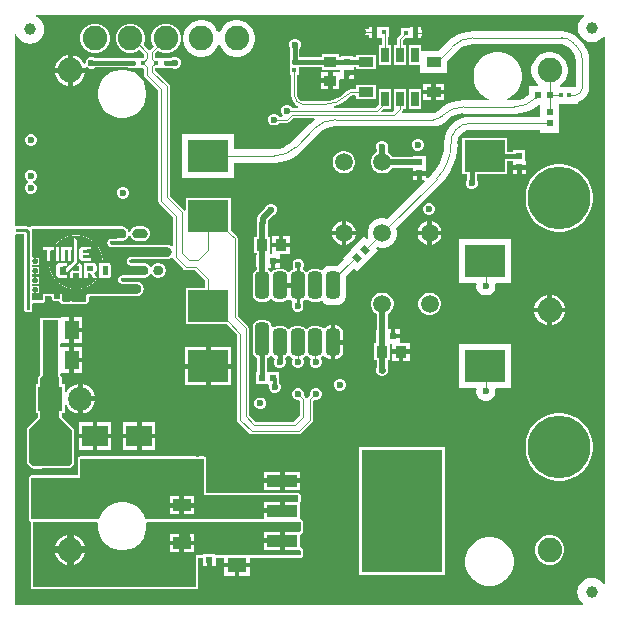
<source format=gtl>
G04*
G04 #@! TF.GenerationSoftware,Altium Limited,Altium Designer,23.6.0 (18)*
G04*
G04 Layer_Physical_Order=1*
G04 Layer_Color=255*
%FSLAX44Y44*%
%MOMM*%
G71*
G04*
G04 #@! TF.SameCoordinates,0D6CC9A4-690D-4EF8-AA6E-9FB67146BD04*
G04*
G04*
G04 #@! TF.FilePolarity,Positive*
G04*
G01*
G75*
%ADD12C,0.5000*%
%ADD16R,6.9000X10.4500*%
%ADD17R,2.5500X1.0500*%
%ADD18R,1.5000X1.0000*%
%ADD19R,0.4500X0.4500*%
%ADD20R,1.2500X0.8500*%
%ADD21R,0.6500X1.2500*%
G04:AMPARAMS|DCode=22|XSize=2.3mm|YSize=1.2mm|CornerRadius=0.36mm|HoleSize=0mm|Usage=FLASHONLY|Rotation=90.000|XOffset=0mm|YOffset=0mm|HoleType=Round|Shape=RoundedRectangle|*
%AMROUNDEDRECTD22*
21,1,2.3000,0.4800,0,0,90.0*
21,1,1.5800,1.2000,0,0,90.0*
1,1,0.7200,0.2400,0.7900*
1,1,0.7200,0.2400,-0.7900*
1,1,0.7200,-0.2400,-0.7900*
1,1,0.7200,-0.2400,0.7900*
%
%ADD22ROUNDEDRECTD22*%
G04:AMPARAMS|DCode=23|XSize=2.8mm|YSize=1.2mm|CornerRadius=0.36mm|HoleSize=0mm|Usage=FLASHONLY|Rotation=90.000|XOffset=0mm|YOffset=0mm|HoleType=Round|Shape=RoundedRectangle|*
%AMROUNDEDRECTD23*
21,1,2.8000,0.4800,0,0,90.0*
21,1,2.0800,1.2000,0,0,90.0*
1,1,0.7200,0.2400,1.0400*
1,1,0.7200,0.2400,-1.0400*
1,1,0.7200,-0.2400,-1.0400*
1,1,0.7200,-0.2400,1.0400*
%
%ADD23ROUNDEDRECTD23*%
%ADD24R,2.7000X1.1500*%
%ADD25R,0.6200X0.5700*%
%ADD26R,0.4400X0.4200*%
%ADD27R,3.4000X2.7000*%
%ADD28C,1.5000*%
%ADD29R,2.2300X1.8000*%
%ADD30R,1.6500X1.3000*%
%ADD31R,0.9500X1.0000*%
%ADD32R,1.0000X0.9500*%
%ADD33R,0.6200X0.6000*%
%ADD34R,1.3000X1.6500*%
%ADD35R,0.6000X0.6200*%
%ADD36R,0.5700X0.6200*%
G04:AMPARAMS|DCode=37|XSize=0.57mm|YSize=0.62mm|CornerRadius=0mm|HoleSize=0mm|Usage=FLASHONLY|Rotation=45.000|XOffset=0mm|YOffset=0mm|HoleType=Round|Shape=Rectangle|*
%AMROTATEDRECTD37*
4,1,4,0.0177,-0.4207,-0.4207,0.0177,-0.0177,0.4207,0.4207,-0.0177,0.0177,-0.4207,0.0*
%
%ADD37ROTATEDRECTD37*%

%ADD38R,0.4200X0.4400*%
%ADD68C,0.1020*%
%ADD69C,0.1016*%
%ADD70C,1.0000*%
%ADD71C,0.3810*%
%ADD72C,0.4000*%
%ADD73C,0.3000*%
%ADD74C,0.2540*%
%ADD75C,0.6000*%
%ADD76R,2.0200X2.0200*%
%ADD77C,2.0200*%
%ADD78C,2.0900*%
%ADD79C,5.3000*%
%ADD80C,0.6000*%
G36*
X486165Y502652D02*
X484350Y501259D01*
X482427Y498753D01*
X481218Y495834D01*
X480805Y492701D01*
X481218Y489568D01*
X482427Y486649D01*
X484350Y484142D01*
X486857Y482219D01*
X489776Y481010D01*
X492909Y480597D01*
X496041Y481010D01*
X498960Y482219D01*
X501467Y484142D01*
X502652Y485686D01*
X503922Y485255D01*
X503922Y22072D01*
X502652Y21641D01*
X501036Y23746D01*
X498529Y25670D01*
X495610Y26879D01*
X492478Y27291D01*
X489345Y26879D01*
X486426Y25670D01*
X483919Y23746D01*
X481996Y21240D01*
X480786Y18320D01*
X480374Y15188D01*
X480786Y12055D01*
X481996Y9136D01*
X483919Y6629D01*
X485588Y5348D01*
X485157Y4078D01*
X4919Y4078D01*
X4078Y5042D01*
X4078Y317251D01*
X4154Y317432D01*
X4262Y317577D01*
X4322Y317640D01*
X5215Y318193D01*
X5324Y318198D01*
X5430Y318172D01*
X5678Y318162D01*
X5720Y318150D01*
X5887Y318136D01*
X5900Y318137D01*
X5912Y318134D01*
X6000Y318145D01*
X6234Y318132D01*
X6310Y318143D01*
X6323Y318142D01*
X6399Y318151D01*
X6474Y318136D01*
X11833Y318122D01*
X12158Y318114D01*
X12171Y255762D01*
X12166Y255612D01*
X12178Y255536D01*
X12173Y255424D01*
X12185Y255351D01*
X12172Y255278D01*
X12179Y255035D01*
X12196Y254959D01*
X12190Y254846D01*
X12183Y254822D01*
X12187Y254792D01*
X12185Y254753D01*
X12170Y254630D01*
X12189Y254559D01*
X12185Y254486D01*
X12199Y254389D01*
X12200Y254386D01*
X12207Y254174D01*
X12288Y253834D01*
X12352Y253490D01*
X12380Y253421D01*
X12386Y253410D01*
X12389Y253397D01*
X12517Y253206D01*
X12531Y253158D01*
X12621Y253050D01*
X12814Y252754D01*
X12824Y252746D01*
X12831Y252736D01*
X12887Y252680D01*
X12972Y252623D01*
X13037Y252544D01*
X13113Y252482D01*
X13341Y252360D01*
X13550Y252209D01*
X13689Y252175D01*
X13816Y252108D01*
X14072Y252083D01*
X14323Y252022D01*
X14670Y252008D01*
X14704Y252014D01*
X15049Y251970D01*
X15068Y251976D01*
X15089Y251974D01*
X15165Y251981D01*
X15180Y251985D01*
X15236Y251973D01*
X15307Y251971D01*
X15317Y251970D01*
X15328Y251971D01*
X15520Y251966D01*
X15600Y251980D01*
X15644Y251975D01*
X15708Y251982D01*
X15773Y251975D01*
X15911Y251989D01*
X15915Y251991D01*
X15985Y251994D01*
X16038Y251991D01*
X16063Y251984D01*
X16093Y251988D01*
X16135Y251986D01*
X16232Y252000D01*
X16250Y252006D01*
X16322Y251994D01*
X16710Y252008D01*
X17051Y252089D01*
X17395Y252153D01*
X17464Y252180D01*
X17475Y252187D01*
X17487Y252190D01*
X17808Y252404D01*
X18131Y252614D01*
X18138Y252625D01*
X18149Y252632D01*
X18246Y252729D01*
X18253Y252740D01*
X18263Y252747D01*
X18473Y253069D01*
X18688Y253391D01*
X18690Y253403D01*
X18697Y253414D01*
X18725Y253483D01*
X18788Y253824D01*
X18869Y254162D01*
X18882Y254499D01*
X18883Y254502D01*
X18883Y254512D01*
X18883Y254522D01*
X18882Y254531D01*
X18878Y254615D01*
X18885Y254666D01*
X18883Y254709D01*
X18890Y254776D01*
X18914Y254865D01*
X18901Y254971D01*
X18904Y254986D01*
X18911Y255201D01*
X18901Y255264D01*
X18911Y255328D01*
X18905Y255547D01*
X18912Y255585D01*
X18912Y255667D01*
X18914Y255681D01*
X18912Y255688D01*
X18913Y258983D01*
X18920Y259053D01*
X19117Y259493D01*
X19317Y259741D01*
X19371Y259797D01*
X19910Y260224D01*
X20138Y260231D01*
X20145Y260233D01*
X20238Y260220D01*
X20295Y260224D01*
X26287Y260217D01*
X26328Y260225D01*
X26355Y260223D01*
X26361Y260223D01*
X26367Y260222D01*
X26467Y260234D01*
X26477Y260232D01*
X26665Y260225D01*
X26730Y260236D01*
X26795Y260224D01*
X26876Y260226D01*
X26894Y260222D01*
X26946Y260228D01*
X27052Y260231D01*
X27072Y260236D01*
X27183Y260222D01*
X27261Y260243D01*
X27301Y260240D01*
X27446Y260222D01*
X27486Y260233D01*
X27527Y260229D01*
X27589Y260236D01*
X27617Y260245D01*
X27907Y260262D01*
X28124Y260318D01*
X28347Y260337D01*
X28444Y260364D01*
X28549Y260418D01*
X28665Y260441D01*
X28856Y260569D01*
X28904Y260584D01*
X28958Y260628D01*
X29152Y260728D01*
X29228Y260818D01*
X29326Y260883D01*
X29382Y260939D01*
X29439Y261024D01*
X29518Y261089D01*
X29580Y261166D01*
X29691Y261373D01*
X29834Y261560D01*
X29876Y261721D01*
X29954Y261868D01*
X29977Y262102D01*
X30037Y262330D01*
X30051Y262552D01*
X30048Y262573D01*
X30050Y262585D01*
X30046Y262626D01*
X30044Y262705D01*
X30062Y262852D01*
X30089Y263011D01*
X30082Y263240D01*
X30079Y263253D01*
X30092Y263355D01*
X30084Y263480D01*
X30095Y263551D01*
X30090Y263682D01*
X30094Y265819D01*
X34557Y265814D01*
X35477Y265059D01*
X35505Y264130D01*
X35521Y264059D01*
X35514Y263988D01*
X35528Y263849D01*
X35625Y263531D01*
X35678Y263306D01*
X35689Y263243D01*
X35698Y263218D01*
X35701Y263208D01*
X35710Y263187D01*
X35723Y263153D01*
X35732Y263140D01*
X35735Y263132D01*
X35744Y263119D01*
X35752Y263082D01*
X35794Y262985D01*
X35828Y262935D01*
X35844Y262876D01*
X35858Y262848D01*
X36058Y262590D01*
X36240Y262319D01*
X36278Y262280D01*
X36287Y262265D01*
X36302Y262253D01*
X36323Y262221D01*
X36386Y262159D01*
X36418Y262138D01*
X36429Y262123D01*
X36444Y262114D01*
X36483Y262076D01*
X36525Y262048D01*
X36531Y262041D01*
X36553Y262027D01*
X36569Y262005D01*
X36802Y261857D01*
X37013Y261694D01*
X37040Y261680D01*
X37094Y261665D01*
X37193Y261599D01*
X37219Y261594D01*
X37241Y261580D01*
X37295Y261559D01*
X37406Y261512D01*
X37566Y261478D01*
X37714Y261408D01*
X37770Y261394D01*
X37973Y261384D01*
X38170Y261335D01*
X38621Y261314D01*
X38695Y261325D01*
X38788Y261306D01*
X38899Y261304D01*
X38901Y261304D01*
X38902Y261304D01*
X39214Y261299D01*
X39535Y261286D01*
X39586Y261294D01*
X39636Y261285D01*
X41065Y261298D01*
X41132Y261313D01*
X41201Y261304D01*
X41521Y261241D01*
X42452Y260712D01*
X42538Y260623D01*
X42568Y260578D01*
X42584Y260519D01*
X42598Y260491D01*
X42626Y260455D01*
X42656Y260383D01*
X42711Y260300D01*
X42840Y260171D01*
X42943Y260016D01*
X42958Y259991D01*
X42963Y259986D01*
X42980Y259961D01*
X43056Y259885D01*
X43081Y259868D01*
X43086Y259862D01*
X43101Y259854D01*
X43139Y259815D01*
X43241Y259748D01*
X43253Y259731D01*
X43344Y259673D01*
X43486Y259537D01*
X43563Y259488D01*
X43720Y259427D01*
X43801Y259373D01*
X43826Y259368D01*
X43925Y259306D01*
X43967Y259290D01*
X44044Y259255D01*
X44396Y259176D01*
X44745Y259083D01*
X44967Y259070D01*
X44999Y259074D01*
X45099Y259052D01*
X45862Y259038D01*
X45867Y259039D01*
X45944Y259024D01*
X49723Y259031D01*
X49746Y259036D01*
X49770Y259032D01*
X50325Y259045D01*
X50348Y259051D01*
X50371Y259047D01*
X50808Y259068D01*
X51004Y259117D01*
X51205Y259126D01*
X51261Y259140D01*
X51429Y259220D01*
X51447Y259224D01*
X51547Y259240D01*
X51605Y259261D01*
X51610Y259262D01*
X51618Y259266D01*
X51679Y259288D01*
X51704Y259303D01*
X51732Y259308D01*
X51753Y259317D01*
X51780Y259307D01*
X51878Y259262D01*
X52241Y259177D01*
X52602Y259083D01*
X52838Y259069D01*
X52866Y259073D01*
X52961Y259052D01*
X53710Y259038D01*
X53715Y259039D01*
X53791Y259024D01*
X63172Y259031D01*
X63197Y259036D01*
X63221Y259032D01*
X63789Y259045D01*
X63820Y259052D01*
X63851Y259048D01*
X64232Y259069D01*
X64282Y259081D01*
X64287Y259081D01*
X64329Y259090D01*
X64409Y259086D01*
X64507Y259100D01*
X64780Y259196D01*
X64899Y259224D01*
X64999Y259240D01*
X65057Y259261D01*
X65062Y259262D01*
X65070Y259266D01*
X65131Y259289D01*
X65196Y259328D01*
X65270Y259345D01*
X65346Y259380D01*
X65584Y259551D01*
X65838Y259696D01*
X65905Y259781D01*
X65926Y259796D01*
X65956Y259814D01*
X65964Y259824D01*
X65992Y259844D01*
X66012Y259876D01*
X66034Y259899D01*
X66065Y259944D01*
X66161Y260018D01*
X66287Y260240D01*
X66444Y260443D01*
X66472Y260498D01*
X66498Y260594D01*
X66526Y260639D01*
X66539Y260656D01*
X66543Y260665D01*
X66551Y260678D01*
X66564Y260711D01*
X66608Y260809D01*
X66698Y261190D01*
X66790Y261571D01*
X66803Y261918D01*
X66801Y261933D01*
X66819Y262017D01*
X66833Y263181D01*
X66847Y263253D01*
X66842Y264913D01*
X67739Y265812D01*
X107292Y265819D01*
X107332Y265827D01*
X107373Y265821D01*
X107713Y265835D01*
X108134Y265848D01*
X108179Y265858D01*
X108225Y265853D01*
X108405Y265867D01*
X108571Y265913D01*
X108743Y265922D01*
X108799Y265936D01*
X108870Y265970D01*
X108949Y265979D01*
X109011Y266000D01*
X109030Y266011D01*
X109049Y266016D01*
X109085Y266034D01*
X109124Y266041D01*
X109193Y266069D01*
X109210Y266080D01*
X109412Y266123D01*
X109509Y266164D01*
X109565Y266203D01*
X109630Y266229D01*
X109651Y266242D01*
X109676Y266248D01*
X109773Y266289D01*
X109823Y266324D01*
X109882Y266340D01*
X109910Y266354D01*
X109947Y266383D01*
X109986Y266390D01*
X110216Y266544D01*
X110228Y266548D01*
X110256Y266562D01*
X110324Y266614D01*
X110402Y266662D01*
X110531Y266731D01*
X110581Y266772D01*
X110589Y266776D01*
X110592Y266780D01*
X110608Y266793D01*
X110631Y266822D01*
X110647Y266833D01*
X110667Y266852D01*
X110715Y266880D01*
X110741Y266914D01*
X110786Y266943D01*
X110821Y266978D01*
X110844Y267013D01*
X110854Y267018D01*
X110867Y267036D01*
X110885Y267049D01*
X110890Y267059D01*
X110925Y267082D01*
X110959Y267117D01*
X110976Y267142D01*
X110978Y267143D01*
X110998Y267168D01*
X111023Y267188D01*
X111029Y267198D01*
X111064Y267222D01*
X111085Y267243D01*
X111113Y267284D01*
X111132Y267304D01*
X111162Y267327D01*
X111171Y267342D01*
X111174Y267346D01*
X111188Y267366D01*
X111209Y267380D01*
X111271Y267442D01*
X111301Y267465D01*
X111309Y267481D01*
X111313Y267484D01*
X111327Y267505D01*
X111348Y267519D01*
X111365Y267537D01*
X111381Y267545D01*
X111403Y267575D01*
X111410Y267581D01*
X111439Y267604D01*
X111441Y267606D01*
X111466Y267623D01*
X111486Y267644D01*
X111514Y267686D01*
X111535Y267706D01*
X111564Y267729D01*
X111566Y267731D01*
X111590Y267748D01*
X111611Y267769D01*
X111645Y267820D01*
X111689Y267854D01*
X111716Y267901D01*
X111743Y267928D01*
X111758Y267950D01*
X111779Y267965D01*
X111869Y268108D01*
X111918Y268161D01*
X111959Y268231D01*
X111974Y268271D01*
X111976Y268273D01*
X112039Y268349D01*
X112060Y268389D01*
X112087Y268412D01*
X112150Y268488D01*
X112263Y268702D01*
X112284Y268729D01*
X112298Y268756D01*
X112304Y268778D01*
X112310Y268790D01*
X112349Y268853D01*
X112375Y268883D01*
X112438Y268987D01*
X112450Y269019D01*
X112488Y269082D01*
X112529Y269196D01*
X112583Y269278D01*
X112610Y269348D01*
X112637Y269489D01*
X112681Y269589D01*
X112691Y269637D01*
X112717Y269678D01*
X112752Y269768D01*
X112773Y269892D01*
X112827Y270006D01*
X112841Y270061D01*
X112842Y270072D01*
X112877Y270254D01*
X112881Y270267D01*
X112887Y270310D01*
X112894Y270347D01*
X112979Y270615D01*
X112992Y270726D01*
X113018Y270934D01*
X113013Y270996D01*
X113029Y271057D01*
X113043Y271276D01*
X113049Y271300D01*
X113143Y271619D01*
X113157Y271772D01*
X113136Y271969D01*
X113144Y272008D01*
X113117Y272153D01*
X113093Y272493D01*
X113073Y272569D01*
X113039Y272636D01*
X113028Y272788D01*
X113014Y272841D01*
X113018Y272896D01*
X113006Y272992D01*
X112986Y273166D01*
X112945Y273297D01*
X112938Y273435D01*
X112924Y273490D01*
X112871Y273604D01*
X112849Y273729D01*
X112780Y273909D01*
X112762Y273937D01*
X112712Y274158D01*
X112657Y274282D01*
X112639Y274308D01*
X112637Y274312D01*
X112604Y274366D01*
X112604Y274368D01*
X112601Y274371D01*
X112598Y274377D01*
X112580Y274450D01*
X112546Y274527D01*
X112497Y274595D01*
X112488Y274616D01*
X112481Y274628D01*
X112479Y274641D01*
X112451Y274711D01*
X112444Y274721D01*
X112442Y274734D01*
X112376Y274832D01*
X112360Y274857D01*
X112354Y274891D01*
X112326Y274960D01*
X112319Y274971D01*
X112317Y274983D01*
X112161Y275217D01*
X112099Y275348D01*
X112072Y275372D01*
X112061Y275398D01*
X111998Y275488D01*
X111987Y275500D01*
X111952Y275560D01*
X111919Y275586D01*
X111892Y275627D01*
X111882Y275634D01*
X111875Y275645D01*
X111854Y275666D01*
X111820Y275688D01*
X111775Y275809D01*
X111695Y275894D01*
X111642Y275998D01*
X111436Y276172D01*
X111419Y276207D01*
X111307Y276309D01*
X111223Y276435D01*
X111202Y276456D01*
X110986Y276600D01*
X110868Y276708D01*
X110846Y276729D01*
X110842Y276731D01*
X110830Y276742D01*
X110754Y276770D01*
X110743Y276784D01*
X110662Y276829D01*
X110590Y276922D01*
X110526Y276959D01*
X110520Y276964D01*
X110500Y276973D01*
X110435Y277011D01*
X110303Y277131D01*
X110233Y277172D01*
X110091Y277223D01*
X110031Y277250D01*
X109890Y277337D01*
X109829Y277359D01*
X109759Y277405D01*
X109730Y277425D01*
X109720Y277430D01*
X109713Y277435D01*
X109687Y277445D01*
X109664Y277456D01*
X109649Y277464D01*
X109647Y277465D01*
X109645Y277466D01*
X109627Y277472D01*
X109578Y277495D01*
X109516Y277509D01*
X109288Y277585D01*
X109149Y277651D01*
X109090Y277666D01*
X109086Y277668D01*
X108989Y277696D01*
X108969Y277698D01*
X108806Y277779D01*
X108730Y277800D01*
X108708Y277801D01*
X108688Y277811D01*
X108632Y277825D01*
X108618Y277825D01*
X108449Y277857D01*
X108426Y277865D01*
X108337Y277878D01*
X108289Y277887D01*
X107950Y277967D01*
X107575Y277981D01*
X107554Y277978D01*
X107461Y277997D01*
X97429Y278010D01*
X96183Y278024D01*
X95646Y278054D01*
X95611Y278057D01*
X95569Y278073D01*
X95486Y278087D01*
X95421Y278085D01*
X95360Y278104D01*
X95159Y278124D01*
X95110Y278120D01*
X95000Y278147D01*
X94849Y278154D01*
X94812Y278160D01*
X94767Y278173D01*
X94667Y278233D01*
X94657Y278237D01*
X94648Y278242D01*
X94571Y278272D01*
X94516Y278294D01*
X94421Y278359D01*
X94365Y278383D01*
X94360Y278391D01*
X94283Y278467D01*
X94246Y278492D01*
X94221Y278529D01*
X93992Y278758D01*
X93971Y278772D01*
X93957Y278793D01*
X93910Y278840D01*
X93823Y279016D01*
X93761Y279069D01*
X93758Y280308D01*
X93806Y280370D01*
X93897Y280551D01*
X93972Y280648D01*
X93987Y280704D01*
X94070Y280795D01*
X94080Y280812D01*
X94266Y280933D01*
X94273Y280943D01*
X94283Y280950D01*
X94341Y281008D01*
X94373Y281018D01*
X94452Y281061D01*
X94502Y281083D01*
X94570Y281131D01*
X94650Y281157D01*
X94730Y281200D01*
X94779Y281222D01*
X94791Y281231D01*
X95245Y281241D01*
X95275Y281248D01*
X95276Y281247D01*
X112243Y281254D01*
X112305Y281266D01*
X112333Y281261D01*
X112839Y281268D01*
X112878Y281277D01*
X112918Y281271D01*
X113445Y281299D01*
X113492Y281311D01*
X113541Y281306D01*
X113680Y281320D01*
X113846Y281371D01*
X113905Y281368D01*
X114043Y281389D01*
X114105Y281396D01*
X114237Y281408D01*
X114265Y281417D01*
X114295Y281414D01*
X114469Y281435D01*
X114757Y281530D01*
X115054Y281596D01*
X115143Y281636D01*
X115246Y281677D01*
X115307Y281717D01*
X115316Y281717D01*
X115372Y281731D01*
X115533Y281807D01*
X115706Y281846D01*
X115830Y281901D01*
X115852Y281917D01*
X115887Y281929D01*
X115929Y281955D01*
X115977Y281964D01*
X116268Y282159D01*
X116275Y282163D01*
X116302Y282177D01*
X116319Y282189D01*
X116367Y282218D01*
X116490Y282280D01*
X116560Y282335D01*
X116569Y282340D01*
X116571Y282343D01*
X116615Y282377D01*
X116632Y282397D01*
X116635Y282399D01*
X116681Y282434D01*
X116681Y282434D01*
X116727Y282460D01*
X116733Y282469D01*
X117037Y282666D01*
X117044Y282677D01*
X117054Y282684D01*
X117106Y282736D01*
X117122Y282744D01*
X117133Y282759D01*
X117165Y282781D01*
X117228Y282843D01*
X117249Y282875D01*
X117264Y282886D01*
X117265Y282889D01*
X117290Y282905D01*
X117491Y283106D01*
X117515Y283141D01*
X117525Y283148D01*
X117529Y283152D01*
X117554Y283169D01*
X117630Y283245D01*
X117646Y283270D01*
X117647Y283270D01*
X117649Y283271D01*
X117649Y283272D01*
X117651Y283274D01*
X117653Y283277D01*
X117660Y283286D01*
X117692Y283308D01*
X117755Y283370D01*
X117776Y283402D01*
X117791Y283413D01*
X117796Y283423D01*
X117831Y283446D01*
X117879Y283495D01*
X117902Y283529D01*
X117912Y283535D01*
X117916Y283540D01*
X117942Y283557D01*
X118018Y283633D01*
X118035Y283659D01*
X118040Y283663D01*
X118049Y283678D01*
X118101Y283731D01*
X118259Y283966D01*
X118442Y284182D01*
X118511Y284307D01*
X119694Y284588D01*
X120323Y284295D01*
X120537Y283974D01*
X120552Y283952D01*
X120586Y283868D01*
X120642Y283785D01*
X120695Y283731D01*
X120747Y283651D01*
X120758Y283644D01*
X120765Y283633D01*
X120771Y283627D01*
X120798Y283580D01*
X120894Y283505D01*
X120924Y283460D01*
X121479Y282905D01*
X121500Y282892D01*
X121514Y282871D01*
X121604Y282781D01*
X121645Y282753D01*
X121715Y282684D01*
X121744Y282664D01*
X121764Y282635D01*
X122073Y282444D01*
X122088Y282434D01*
X122134Y282399D01*
X122161Y282385D01*
X122162Y282385D01*
X122376Y282241D01*
X122411Y282235D01*
X122441Y282216D01*
X122486Y282199D01*
X122495Y282195D01*
X122496Y282194D01*
X122572Y282131D01*
X122639Y282096D01*
X122644Y282092D01*
X122697Y282061D01*
X122784Y281979D01*
X122982Y281905D01*
X123007Y281888D01*
X123043Y281881D01*
X123275Y281757D01*
X123377Y281747D01*
X123396Y281739D01*
X123444Y281728D01*
X123485Y281702D01*
X123575Y281667D01*
X123699Y281646D01*
X123813Y281592D01*
X123868Y281579D01*
X123877Y281578D01*
X123915Y281563D01*
X124039Y281542D01*
X124153Y281488D01*
X124208Y281474D01*
X124314Y281469D01*
X124414Y281434D01*
X124560Y281413D01*
X124592Y281415D01*
X124623Y281405D01*
X124755Y281391D01*
X124871Y281342D01*
X124941Y281328D01*
X125016Y281328D01*
X125088Y281305D01*
X125199Y281291D01*
X125213Y281292D01*
X125227Y281287D01*
X125414Y281267D01*
X125639Y281286D01*
X125864Y281267D01*
X126051Y281287D01*
X126065Y281292D01*
X126079Y281291D01*
X126190Y281305D01*
X126262Y281328D01*
X126337Y281328D01*
X126406Y281342D01*
X126513Y281387D01*
X126608Y281402D01*
X126647Y281407D01*
X126743Y281417D01*
X126886Y281460D01*
X127035Y281468D01*
X127090Y281481D01*
X127129Y281500D01*
X127171Y281504D01*
X127289Y281538D01*
X127340Y281565D01*
X127340D01*
X127382Y281575D01*
X127418Y281581D01*
X127430Y281585D01*
X127576Y281592D01*
X127631Y281606D01*
X127809Y281690D01*
X127999Y281737D01*
X128198Y281829D01*
X128341Y281895D01*
X128387Y281928D01*
X128396Y281931D01*
X128429Y281952D01*
X128467Y281960D01*
X128564Y282001D01*
X128652Y282062D01*
X128671Y282066D01*
X128740Y282093D01*
X128751Y282101D01*
X128764Y282103D01*
X128874Y282177D01*
X128907Y282197D01*
X128917Y282205D01*
X128996Y282258D01*
X129127Y282320D01*
X129173Y282371D01*
X129244Y282409D01*
X129279Y282425D01*
X129294Y282436D01*
X129309Y282443D01*
X129385Y282506D01*
X129398Y282522D01*
X129407Y282527D01*
X129414Y282538D01*
X129425Y282545D01*
X129430Y282551D01*
X129478Y282578D01*
X129553Y282674D01*
X129598Y282704D01*
X129688Y282794D01*
X129702Y282815D01*
X129723Y282829D01*
X129785Y282891D01*
X129814Y282914D01*
X129823Y282930D01*
X130101Y283208D01*
X130113Y283218D01*
X130122Y283228D01*
X130128Y283235D01*
X130144Y283244D01*
X130218Y283340D01*
X130263Y283370D01*
X130354Y283460D01*
X130367Y283481D01*
X130388Y283495D01*
X130450Y283557D01*
X130480Y283580D01*
X130508Y283630D01*
X130605Y283705D01*
X130632Y283753D01*
X130674Y283789D01*
X130722Y283851D01*
X130792Y283990D01*
X130953Y284174D01*
X131008Y284272D01*
X131040Y284367D01*
X131047Y284378D01*
X131064Y284397D01*
X131080Y284426D01*
X131101Y284455D01*
X131115Y284486D01*
X131119Y284494D01*
X131122Y284503D01*
X131157Y284580D01*
X131160Y284596D01*
X131200Y284651D01*
X131246Y284751D01*
X131258Y284771D01*
X131264Y284788D01*
X131283Y284831D01*
X131288Y284852D01*
X131328Y284906D01*
X131467Y285197D01*
X131533Y285459D01*
X131593Y285591D01*
X131604Y285639D01*
X131624Y285706D01*
X131671Y285790D01*
X131685Y285831D01*
X131708Y286014D01*
X131769Y286188D01*
X131783Y286285D01*
X131782Y286311D01*
X131791Y286349D01*
X131792Y286366D01*
X131794Y286370D01*
X131801Y286448D01*
X131866Y286619D01*
X131880Y286702D01*
X131877Y286787D01*
X131901Y286868D01*
X131915Y287035D01*
X131914Y287041D01*
X131916Y287048D01*
X131936Y287318D01*
X131918Y287472D01*
X131937Y287625D01*
X131909Y288000D01*
X131902Y288025D01*
X131904Y288052D01*
X131891Y288191D01*
X131837Y288365D01*
X131822Y288548D01*
X131795Y288645D01*
X131784Y288665D01*
X131737Y288823D01*
X131725Y289003D01*
X131704Y289079D01*
X131628Y289231D01*
X131621Y289263D01*
X131618Y289314D01*
X131590Y289425D01*
X131507Y289603D01*
X131481Y289706D01*
X131479Y289744D01*
X131452Y289855D01*
X131387Y289992D01*
X131357Y290141D01*
X131219Y290349D01*
X131112Y290575D01*
X131068Y290614D01*
X131055Y290640D01*
X130958Y290765D01*
X130948Y290774D01*
X130930Y290799D01*
X130923Y290813D01*
X130870Y290881D01*
X130822Y290960D01*
X130774Y291051D01*
X130770Y291063D01*
X130756Y291091D01*
X130636Y291246D01*
X130612Y291296D01*
X130561Y291342D01*
X130556Y291349D01*
X130442Y291519D01*
X130406Y291575D01*
X130404Y291576D01*
X130374Y291621D01*
X130336Y291659D01*
X130327Y291674D01*
X130312Y291686D01*
X130291Y291718D01*
X130229Y291780D01*
X130197Y291801D01*
X130191Y291809D01*
X130189Y291813D01*
X130187Y291814D01*
X130185Y291816D01*
X130183Y291818D01*
X130167Y291842D01*
X130090Y291919D01*
X130065Y291936D01*
X130061Y291941D01*
X130045Y291950D01*
X130014Y291982D01*
X129928Y292038D01*
X129863Y292118D01*
X129787Y292180D01*
X129743Y292203D01*
X129710Y292240D01*
X129559Y292311D01*
X129535Y292335D01*
X129494Y292363D01*
X129425Y292432D01*
X129298Y292516D01*
X129197Y292628D01*
X128971Y292735D01*
X128946Y292752D01*
X128920Y292783D01*
X128844Y292846D01*
X128777Y292881D01*
X128772Y292885D01*
X128675Y292941D01*
X128675Y292941D01*
X128561Y293040D01*
X128343Y293112D01*
X128142Y293220D01*
X128037Y293230D01*
X127985Y293254D01*
X127694Y293325D01*
X127633Y293366D01*
X127620Y293369D01*
X127610Y293376D01*
X127540Y293403D01*
X127403Y293429D01*
X127278Y293488D01*
X127167Y293516D01*
X127038Y293522D01*
X126993Y293537D01*
X126993Y293537D01*
X126993Y293537D01*
X126915Y293563D01*
X126806Y293576D01*
X126777Y293588D01*
X126723Y293613D01*
X126704Y293618D01*
X126698Y293621D01*
X126676Y293625D01*
X126667Y293627D01*
X126665Y293627D01*
X126628Y293634D01*
X126512Y293635D01*
X126495Y293636D01*
X126329Y293682D01*
X125878Y293717D01*
X125725Y293698D01*
X125571Y293717D01*
X125197Y293689D01*
X125171Y293682D01*
X125145Y293685D01*
X125006Y293671D01*
X124863Y293627D01*
X124714Y293620D01*
X124659Y293606D01*
X124615Y293586D01*
X124567Y293581D01*
X124534Y293571D01*
X124442Y293564D01*
X124347Y293537D01*
X124340Y293537D01*
X124284Y293523D01*
X124272Y293517D01*
X124104Y293509D01*
X123993Y293482D01*
X123856Y293417D01*
X123778Y293404D01*
X123777Y293403D01*
X123776Y293403D01*
X123729Y293386D01*
X123707Y293382D01*
X123649Y293361D01*
X123644Y293360D01*
X123636Y293356D01*
X123575Y293333D01*
X123547Y293316D01*
X123422Y293269D01*
X123303Y293224D01*
X123249Y293216D01*
X123117Y293167D01*
X123061Y293132D01*
X123034Y293122D01*
X123033Y293122D01*
X123032Y293121D01*
X122959Y293076D01*
X122876Y293045D01*
X122837Y293022D01*
X122792Y293013D01*
X122655Y292921D01*
X122637Y292913D01*
X122552Y292852D01*
X122522Y292833D01*
X122454Y292808D01*
X122385Y292766D01*
X122322Y292709D01*
X122196Y292633D01*
X122176Y292606D01*
X122175Y292606D01*
X122148Y292592D01*
X122059Y292524D01*
X122055Y292521D01*
X121732Y292311D01*
X121725Y292300D01*
X121715Y292293D01*
X121659Y292238D01*
X121617Y292210D01*
X121527Y292120D01*
X121513Y292099D01*
X121493Y292085D01*
X120876Y291468D01*
X120848Y291426D01*
X120792Y291371D01*
X120642Y291146D01*
X120464Y290941D01*
X120408Y290844D01*
X120403Y290828D01*
X120364Y290771D01*
X120339Y290714D01*
X120277Y290658D01*
X120257Y290616D01*
X120208Y290562D01*
X120167Y290493D01*
X120121Y290366D01*
X120113Y290353D01*
X119529Y290184D01*
X119381Y290173D01*
X118733Y290330D01*
X118673Y290397D01*
X118644Y290479D01*
X118602Y290548D01*
X118566Y290588D01*
X118536Y290645D01*
X118473Y290721D01*
X118449Y290741D01*
X118444Y290754D01*
X118421Y290786D01*
X118414Y290800D01*
X118379Y290845D01*
X118357Y290878D01*
X118147Y291201D01*
X118136Y291208D01*
X118129Y291219D01*
X118063Y291285D01*
X118054Y291300D01*
X118049Y291304D01*
X118032Y291329D01*
X117956Y291406D01*
X117935Y291420D01*
X117921Y291440D01*
X117874Y291488D01*
X117786Y291663D01*
X117688Y291748D01*
X117616Y291857D01*
X117443Y292030D01*
X117405Y292055D01*
X117378Y292092D01*
X117103Y292258D01*
X117103Y292259D01*
X117040Y292321D01*
X117008Y292342D01*
X116997Y292357D01*
X116982Y292366D01*
X116979Y292369D01*
X116906Y292418D01*
X116884Y292449D01*
X116862Y292464D01*
X116827Y292506D01*
X116751Y292568D01*
X116537Y292682D01*
X116510Y292703D01*
X116483Y292717D01*
X116466Y292721D01*
X116217Y292883D01*
X116171Y292902D01*
X116102Y292932D01*
X116011Y292992D01*
X115999Y292994D01*
X115988Y293001D01*
X115927Y293026D01*
X115914Y293036D01*
X115886Y293050D01*
X115833Y293064D01*
X115734Y293131D01*
X115708Y293136D01*
X115686Y293150D01*
X115644Y293166D01*
X115567Y293200D01*
X115546Y293205D01*
X115471Y293255D01*
X115458Y293258D01*
X115448Y293265D01*
X115378Y293293D01*
X115223Y293321D01*
X115079Y293386D01*
X115041Y293395D01*
X115039Y293396D01*
X114969Y293424D01*
X114713Y293472D01*
X114465Y293554D01*
X114377Y293565D01*
X114361Y293570D01*
X114353Y293575D01*
X114277Y293595D01*
X114089Y293608D01*
X114052Y293613D01*
X113766Y293680D01*
X113350Y293694D01*
X113333Y293691D01*
X113244Y293709D01*
X102843Y293723D01*
X102834Y293721D01*
X102794Y293729D01*
X102381Y293736D01*
X102321Y293749D01*
X102105Y293756D01*
X102058Y293778D01*
X102025Y293786D01*
X101903Y293854D01*
X101857Y293869D01*
X101654Y293992D01*
X101578Y294069D01*
X101557Y294082D01*
X101543Y294103D01*
X101314Y294332D01*
X101293Y294346D01*
X101280Y294366D01*
X101248Y294398D01*
X101221Y294433D01*
X101212Y294459D01*
X101170Y294529D01*
X101109Y294596D01*
X101109Y294597D01*
X101095Y294626D01*
X101088Y294643D01*
X101086Y294647D01*
X101055Y294711D01*
X101036Y294825D01*
X101035Y294833D01*
X101022Y294875D01*
X101024Y294919D01*
X101010Y295016D01*
X100975Y295116D01*
X100970Y295222D01*
X100956Y295278D01*
X100951Y295288D01*
X100952Y295301D01*
X100970Y295347D01*
X100984Y295416D01*
X100984Y295450D01*
X100996Y295481D01*
X101010Y295564D01*
X101008Y295632D01*
X101028Y295696D01*
X101041Y295827D01*
X101045Y295841D01*
X101065Y295884D01*
X101073Y295917D01*
X101084Y295933D01*
X101096Y295963D01*
X101143Y296032D01*
X101195Y296153D01*
X101327Y296362D01*
X101347Y296391D01*
X101399Y296432D01*
X101404Y296435D01*
X101727Y296645D01*
X101734Y296655D01*
X101744Y296662D01*
X101778Y296697D01*
X101825Y296719D01*
X102006Y296761D01*
X102012Y296764D01*
X102017Y296764D01*
X102073Y296778D01*
X102219Y296847D01*
X102266Y296852D01*
X102338Y296873D01*
X102364Y296875D01*
X102419Y296889D01*
X102457Y296906D01*
X102624Y296920D01*
X102641Y296925D01*
X102679Y296927D01*
X102735Y296940D01*
X103366Y296953D01*
X103409Y296962D01*
X103453Y296957D01*
X103541Y296962D01*
X103589Y296953D01*
X103624Y296960D01*
X103719Y296960D01*
X103734Y296958D01*
X103740Y296960D01*
X132595Y296973D01*
X132619Y296978D01*
X132643Y296974D01*
X133212Y296988D01*
X133244Y296995D01*
X133277Y296991D01*
X133645Y297011D01*
X133832Y297060D01*
X134024Y297069D01*
X134080Y297083D01*
X134127Y297105D01*
X134179Y297110D01*
X134213Y297121D01*
X134345Y297139D01*
X134628Y297239D01*
X134919Y297310D01*
X135117Y297403D01*
X135261Y297468D01*
X135322Y297512D01*
X135394Y297534D01*
X135474Y297578D01*
X135523Y297600D01*
X135574Y297636D01*
X135593Y297643D01*
X135645Y297676D01*
X135705Y297690D01*
X135781Y297725D01*
X135840Y297767D01*
X135843Y297768D01*
X135854Y297775D01*
X135868Y297778D01*
X135937Y297806D01*
X135948Y297813D01*
X135960Y297815D01*
X136057Y297880D01*
X136068Y297885D01*
X136152Y297940D01*
X136160Y297949D01*
X136174Y297958D01*
X136175Y297958D01*
X136203Y297972D01*
X136249Y298008D01*
X136281Y298029D01*
X136604Y298240D01*
X136709Y298246D01*
X137165Y298188D01*
X137393Y298122D01*
X137934Y297760D01*
X137953Y297665D01*
X138508Y296835D01*
X146938Y288405D01*
X147768Y287850D01*
X148747Y287655D01*
X156752D01*
X165388Y279020D01*
Y272871D01*
X148947D01*
Y241871D01*
X180690D01*
X180937Y241822D01*
X183414D01*
X192441Y232795D01*
Y160988D01*
X192636Y160009D01*
X193190Y159179D01*
X202929Y149440D01*
X203759Y148886D01*
X204738Y148691D01*
X244500D01*
X245479Y148886D01*
X246310Y149440D01*
X256065Y159196D01*
X256620Y160026D01*
X256815Y161005D01*
Y176798D01*
X257944Y177705D01*
X259933D01*
X261771Y178466D01*
X263178Y179873D01*
X263939Y181710D01*
Y183700D01*
X263178Y185537D01*
X261771Y186944D01*
X259933Y187705D01*
X257944D01*
X256106Y186944D01*
X254700Y185537D01*
X253939Y183700D01*
Y182106D01*
X252446Y180613D01*
X251917Y179822D01*
X251256Y179676D01*
X250581Y179708D01*
X250132Y180381D01*
X248826Y181687D01*
X248939Y181961D01*
Y183950D01*
X248178Y185787D01*
X246771Y187194D01*
X244933Y187955D01*
X242944D01*
X241106Y187194D01*
X239700Y185787D01*
X238939Y183950D01*
Y181961D01*
X239700Y180123D01*
X241106Y178716D01*
X242944Y177955D01*
X244933D01*
X245763Y176966D01*
Y164883D01*
X240440Y159559D01*
X207560D01*
X202059Y165060D01*
Y238610D01*
X201864Y239589D01*
X201310Y240419D01*
X192809Y248920D01*
Y314796D01*
X192614Y315775D01*
X192060Y316606D01*
X189167Y319498D01*
X189082Y319555D01*
X186947Y321690D01*
Y349071D01*
X148947D01*
Y338297D01*
X147677Y338005D01*
X147310Y338555D01*
X135309Y350555D01*
Y443648D01*
X135309Y443648D01*
X135114Y444628D01*
X134560Y445458D01*
X123059Y456959D01*
Y459198D01*
X123119Y459258D01*
X136000D01*
X136000Y459258D01*
X137222Y459143D01*
X138755Y458508D01*
X140744D01*
X142582Y459269D01*
X143989Y460676D01*
X144750Y462514D01*
Y464503D01*
X143989Y466340D01*
X142582Y467747D01*
X140744Y468508D01*
X138755D01*
X137222Y467873D01*
X136000Y467758D01*
X136000Y467758D01*
X136000Y467758D01*
X123119D01*
X123059Y467818D01*
Y471440D01*
X125180Y473561D01*
X127194Y472398D01*
X130361Y471550D01*
X133639D01*
X136805Y472398D01*
X139644Y474038D01*
X141962Y476356D01*
X143602Y479194D01*
X144450Y482361D01*
Y485639D01*
X143602Y488806D01*
X141962Y491645D01*
X139644Y493963D01*
X136805Y495602D01*
X133639Y496450D01*
X130361D01*
X127194Y495602D01*
X124355Y493963D01*
X122037Y491645D01*
X120398Y488806D01*
X119550Y485639D01*
Y482361D01*
X120398Y479194D01*
X121561Y477180D01*
X118756Y474376D01*
X118676Y474309D01*
X117137Y474270D01*
X113093Y478314D01*
X113602Y479194D01*
X114450Y482361D01*
Y485639D01*
X113602Y488806D01*
X111962Y491645D01*
X109644Y493963D01*
X106805Y495602D01*
X103639Y496450D01*
X100361D01*
X97194Y495602D01*
X94355Y493963D01*
X92037Y491645D01*
X90398Y488806D01*
X89550Y485639D01*
Y482361D01*
X90398Y479194D01*
X92037Y476356D01*
X94355Y474038D01*
X97194Y472398D01*
X100361Y471550D01*
X103639D01*
X106805Y472398D01*
X109644Y474038D01*
X109888Y474281D01*
X113441Y470728D01*
Y468318D01*
X112881Y467758D01*
X100000D01*
Y467586D01*
X71597D01*
X69995Y468250D01*
X68005D01*
X66168Y467489D01*
X64761Y466082D01*
X64000Y464245D01*
Y463003D01*
X62730Y462663D01*
X61395Y464976D01*
X58976Y467395D01*
X56014Y469105D01*
X53000Y469912D01*
Y459000D01*
X63912D01*
X63863Y459186D01*
X64017Y459366D01*
X65749Y459430D01*
X66168Y459011D01*
X68005Y458250D01*
X69995D01*
X71832Y459011D01*
X72251Y459430D01*
X100000D01*
Y459258D01*
X112881D01*
X113691Y458448D01*
Y452750D01*
X113886Y451771D01*
X114440Y450940D01*
X125691Y439690D01*
Y345971D01*
X125886Y344992D01*
X126440Y344161D01*
X137758Y332843D01*
Y308624D01*
X137731Y308588D01*
X137584Y308450D01*
X137565Y308435D01*
X136445Y308030D01*
X136365Y308081D01*
X136328Y308117D01*
X136254Y308195D01*
X136206Y308230D01*
X135984Y308330D01*
X135849Y308420D01*
X135849Y308420D01*
X135837Y308429D01*
X135792Y308455D01*
X135778Y308464D01*
X135769Y308467D01*
X135713Y308499D01*
X135641Y308522D01*
X135627Y308531D01*
X135623Y308532D01*
X135566Y308573D01*
X135414Y308642D01*
X135385Y308649D01*
X135302Y308704D01*
X135278Y308709D01*
X135275Y308711D01*
X135266Y308715D01*
X135253Y308724D01*
X135220Y308736D01*
X135122Y308781D01*
X135104Y308785D01*
X135038Y308829D01*
X135026Y308831D01*
X135015Y308838D01*
X134946Y308866D01*
X134771Y308899D01*
X134741Y308912D01*
X134722Y308917D01*
X134674Y308937D01*
X134655Y308949D01*
X134585Y308977D01*
X134479Y308997D01*
X134468Y309000D01*
X134463Y309000D01*
X134448Y309002D01*
X134322Y309062D01*
X134267Y309076D01*
X134185Y309080D01*
X134108Y309109D01*
X134024Y309123D01*
X133954Y309121D01*
X133886Y309141D01*
X133716Y309158D01*
X133666Y309165D01*
X133625Y309163D01*
X133367Y309235D01*
X133097Y309256D01*
X133075Y309253D01*
X133053Y309258D01*
X132804Y309272D01*
X132773Y309268D01*
X132743Y309275D01*
X132202Y309289D01*
X132176Y309284D01*
X132150Y309289D01*
X86620Y309303D01*
X86120Y309316D01*
X85853Y309330D01*
X85834Y309338D01*
X85800Y309346D01*
X85770Y309365D01*
X85701Y309393D01*
X85585Y309415D01*
X85480Y309467D01*
X85474Y309469D01*
X85451Y309487D01*
X85407Y309510D01*
X85374Y309547D01*
X85240Y309611D01*
X85221Y309624D01*
X85215Y309633D01*
X85190Y309653D01*
X85170Y309678D01*
X85160Y309684D01*
X85137Y309718D01*
X85117Y309739D01*
X85082Y309762D01*
X85077Y309772D01*
X85051Y309792D01*
X85032Y309817D01*
X85022Y309822D01*
X84999Y309857D01*
X84978Y309878D01*
X84936Y309906D01*
X84916Y309926D01*
X84893Y309956D01*
X84878Y309964D01*
X84842Y310000D01*
X84820Y310061D01*
X84778Y310130D01*
X84721Y310193D01*
X84682Y310251D01*
X84633Y310470D01*
X84614Y310513D01*
X84606Y310546D01*
X84597Y310566D01*
X84595Y310588D01*
X84574Y310664D01*
X84568Y310677D01*
X84552Y310930D01*
X84551Y310932D01*
X84563Y311079D01*
X84563Y311084D01*
X84564Y311088D01*
X84573Y311206D01*
X84591Y311245D01*
X84602Y311261D01*
X84604Y311272D01*
X84606Y311276D01*
X84611Y311285D01*
X84639Y311354D01*
X84642Y311367D01*
X84649Y311379D01*
X84662Y311412D01*
X84671Y311433D01*
X84674Y311443D01*
X84683Y311469D01*
X84687Y311488D01*
X84711Y311542D01*
X84798Y311683D01*
X84820Y311744D01*
X84865Y311813D01*
X84886Y311842D01*
X84891Y311852D01*
X84895Y311860D01*
X84906Y311885D01*
X84914Y311904D01*
X84924Y311912D01*
X84930Y311922D01*
X84964Y311945D01*
X84999Y311979D01*
X85015Y312004D01*
X85018Y312006D01*
X85037Y312031D01*
X85063Y312051D01*
X85068Y312060D01*
X85103Y312083D01*
X85124Y312104D01*
X85147Y312139D01*
X85156Y312144D01*
X85176Y312170D01*
X85182Y312175D01*
X85220Y312187D01*
X85273Y312216D01*
X85351Y312251D01*
X85392Y312281D01*
X85420Y312291D01*
X85517Y312351D01*
X85566Y312355D01*
X85663Y312383D01*
X85804Y312455D01*
X85827Y312461D01*
X85861Y312462D01*
X85972Y312490D01*
X86006Y312506D01*
X86247Y312513D01*
X86303Y312526D01*
X93663Y312540D01*
X93674Y312542D01*
X93685Y312540D01*
X94781Y312554D01*
X94821Y312563D01*
X94862Y312557D01*
X95389Y312584D01*
X95478Y312607D01*
X95570Y312602D01*
X95668Y312616D01*
X95841Y312677D01*
X96024Y312700D01*
X96086Y312721D01*
X96115Y312737D01*
X96146Y312742D01*
X96175Y312753D01*
X96231Y312757D01*
X96328Y312785D01*
X96468Y312857D01*
X96498Y312864D01*
X96533Y312881D01*
X96589Y312891D01*
X96679Y312925D01*
X96702Y312940D01*
X96904Y312982D01*
X97001Y313024D01*
X97042Y313052D01*
X97085Y313068D01*
X97109Y313074D01*
X97137Y313088D01*
X97156Y313103D01*
X97200Y313111D01*
X97470Y313292D01*
X97538Y313316D01*
X97607Y313358D01*
X97667Y313412D01*
X97792Y313487D01*
X97814Y313517D01*
X97817Y313518D01*
X97844Y313532D01*
X97933Y313600D01*
X97937Y313603D01*
X98259Y313813D01*
X98267Y313824D01*
X98277Y313831D01*
X98333Y313886D01*
X98374Y313914D01*
X99068Y314607D01*
X99081Y314628D01*
X99102Y314641D01*
X99129Y314669D01*
X99140Y314685D01*
X99194Y314727D01*
X99255Y314834D01*
X99291Y314860D01*
X99335Y314932D01*
X99417Y315010D01*
X99452Y315058D01*
X99515Y315198D01*
X99575Y315276D01*
X99615Y315356D01*
X99733Y315541D01*
X99738Y315549D01*
X99789Y315616D01*
X99803Y315644D01*
X99805Y315650D01*
X99940Y315851D01*
X99945Y315877D01*
X99959Y315900D01*
X99989Y315978D01*
X100011Y316034D01*
X100012Y316035D01*
X100059Y316110D01*
X100072Y316128D01*
X100075Y316136D01*
X100084Y316149D01*
X100097Y316183D01*
X100141Y316280D01*
X100145Y316299D01*
X100189Y316364D01*
X100192Y316377D01*
X100199Y316388D01*
X100226Y316457D01*
X100738Y316810D01*
X101271Y316930D01*
X101401Y316946D01*
X101441Y316944D01*
X101666Y316892D01*
X101977Y316624D01*
X101982Y316612D01*
X101986Y316562D01*
X102021Y316445D01*
X102110Y316275D01*
X102114Y316246D01*
X102177Y316073D01*
X102202Y316031D01*
X102211Y315983D01*
X102382Y315728D01*
X102382Y315727D01*
X102396Y315699D01*
X102421Y315667D01*
X102551Y315451D01*
X102565Y315424D01*
X102572Y315415D01*
X102577Y315407D01*
X102604Y315340D01*
X102611Y315330D01*
X102613Y315317D01*
X102641Y315276D01*
X102735Y315128D01*
X102751Y315112D01*
X102769Y315084D01*
X102816Y314985D01*
X102818Y314979D01*
X102821Y314974D01*
X102831Y314953D01*
X102837Y314948D01*
X102860Y314910D01*
X102946Y314815D01*
X103038Y314673D01*
X103048Y314666D01*
X103055Y314656D01*
X103075Y314636D01*
X103102Y314588D01*
X103136Y314562D01*
X103166Y314517D01*
X103201Y314482D01*
X103226Y314466D01*
X103227Y314464D01*
X103257Y314441D01*
X103277Y314420D01*
X103305Y314379D01*
X103326Y314358D01*
X103360Y314335D01*
X103366Y314325D01*
X103391Y314305D01*
X103411Y314280D01*
X103413Y314279D01*
X103430Y314254D01*
X103464Y314219D01*
X103506Y314191D01*
X103513Y314185D01*
X103536Y314155D01*
X103545Y314149D01*
X103568Y314115D01*
X103589Y314094D01*
X103640Y314060D01*
X103674Y314016D01*
X103722Y313989D01*
X103749Y313962D01*
X103771Y313948D01*
X103786Y313926D01*
X103928Y313836D01*
X103982Y313788D01*
X104051Y313746D01*
X104054Y313745D01*
X104067Y313731D01*
X104162Y313686D01*
X104172Y313680D01*
X104201Y313642D01*
X104230Y313626D01*
X104251Y313613D01*
X104285Y313573D01*
X104348Y313524D01*
X104589Y313403D01*
X104664Y313350D01*
X104745Y313313D01*
X104903Y313218D01*
X104977Y313190D01*
X105046Y313146D01*
X105075Y313125D01*
X105085Y313120D01*
X105092Y313116D01*
X105118Y313106D01*
X105141Y313095D01*
X105157Y313086D01*
X105159Y313085D01*
X105160Y313084D01*
X105178Y313078D01*
X105227Y313056D01*
X105289Y313041D01*
X105540Y312958D01*
X105674Y312913D01*
X105764Y312857D01*
X105875Y312816D01*
X106039Y312789D01*
X106053Y312783D01*
X106064Y312777D01*
X106081Y312766D01*
X106095Y312761D01*
X106120Y312748D01*
X106159Y312736D01*
X106171Y312731D01*
X106180Y312730D01*
X106191Y312725D01*
X106207Y312722D01*
X106234Y312714D01*
X106258Y312700D01*
X106300Y312686D01*
X106588Y312650D01*
X106869Y312583D01*
X107244Y312569D01*
X107262Y312572D01*
X107352Y312554D01*
X110403Y312540D01*
X110407Y312541D01*
X110412Y312540D01*
X111632D01*
X111645Y312543D01*
X111658Y312540D01*
X112754Y312554D01*
X112794Y312563D01*
X112835Y312557D01*
X113362Y312584D01*
X113451Y312607D01*
X113543Y312602D01*
X113640Y312616D01*
X113814Y312677D01*
X113997Y312700D01*
X114059Y312721D01*
X114093Y312740D01*
X114130Y312746D01*
X114241Y312788D01*
X114281Y312813D01*
X114530Y312875D01*
X114771Y312989D01*
X114874Y313035D01*
X114948Y313088D01*
X115036Y313116D01*
X115089Y313145D01*
X115167Y313181D01*
X115212Y313214D01*
X115221Y313217D01*
X115273Y313250D01*
X115333Y313264D01*
X115409Y313298D01*
X115468Y313341D01*
X115471Y313342D01*
X115482Y313349D01*
X115496Y313352D01*
X115565Y313379D01*
X115576Y313386D01*
X115588Y313389D01*
X115685Y313454D01*
X115696Y313458D01*
X115780Y313514D01*
X115782Y313516D01*
X115790Y313518D01*
X115818Y313532D01*
X115868Y313571D01*
X115872Y313574D01*
X115917Y313608D01*
X116232Y313813D01*
X116239Y313824D01*
X116250Y313831D01*
X116305Y313886D01*
X116347Y313914D01*
X116375Y313942D01*
X116389Y313962D01*
X116409Y313976D01*
X116472Y314038D01*
X116501Y314061D01*
X116510Y314077D01*
X117027Y314594D01*
X117057Y314639D01*
X117153Y314713D01*
X117180Y314761D01*
X117181Y314762D01*
X117222Y314797D01*
X117256Y314841D01*
X117262Y314845D01*
X117445Y315148D01*
X117450Y315154D01*
X117485Y315200D01*
X117499Y315227D01*
X117499Y315228D01*
X117577Y315345D01*
X117653Y315433D01*
X117709Y315530D01*
X117719Y315562D01*
X117797Y315648D01*
X117825Y315727D01*
X117899Y315837D01*
X117901Y315850D01*
X117908Y315861D01*
X117936Y315930D01*
X117967Y316099D01*
X117979Y316127D01*
X117981Y316134D01*
X118023Y316198D01*
X118026Y316210D01*
X118033Y316221D01*
X118060Y316290D01*
X118063Y316304D01*
X118071Y316316D01*
X118100Y316394D01*
X118123Y316450D01*
X118137Y316524D01*
X118141Y316535D01*
X118277Y316824D01*
X118305Y316934D01*
X118307Y316973D01*
X118310Y316981D01*
X118309Y317018D01*
X118309Y317019D01*
X118319Y317066D01*
X118330Y317099D01*
X118402Y317272D01*
X118430Y317411D01*
X118430Y317468D01*
X118449Y317522D01*
X118470Y317668D01*
X118466Y317750D01*
X118487Y317829D01*
X118493Y317931D01*
X118498Y317945D01*
X118507Y318012D01*
X118603Y318313D01*
X118617Y318438D01*
X118614Y318469D01*
X118614Y318469D01*
X118614Y318471D01*
X118602Y318610D01*
X118615Y318667D01*
X118583Y318848D01*
X118568Y319158D01*
X118554Y319213D01*
X118549Y319225D01*
X118549Y319231D01*
X118521Y319284D01*
X118501Y319327D01*
X118496Y319354D01*
X118491Y319401D01*
X118480Y319594D01*
X118453Y319700D01*
X118456Y319810D01*
X118448Y319857D01*
X118432Y319981D01*
X118350Y320224D01*
X118345Y320255D01*
X118323Y320318D01*
X118309Y320379D01*
X118305Y320462D01*
X118277Y320573D01*
X118193Y320750D01*
X118168Y320853D01*
X118166Y320891D01*
X118139Y321002D01*
X118074Y321139D01*
X118044Y321288D01*
X117905Y321496D01*
X117799Y321722D01*
X117766Y321752D01*
X117709Y321832D01*
X117653Y321884D01*
X117639Y321915D01*
X117617Y321947D01*
X117610Y321961D01*
X117557Y322028D01*
X117509Y322107D01*
X117440Y322236D01*
X117399Y322286D01*
X117395Y322294D01*
X117391Y322296D01*
X117378Y322312D01*
X117361Y322326D01*
X117332Y322370D01*
X117329Y322375D01*
X117326Y322379D01*
X117320Y322387D01*
X117283Y322449D01*
X117254Y322519D01*
X117198Y322602D01*
X117176Y322624D01*
X117137Y322689D01*
X117100Y322716D01*
X117075Y322754D01*
X117069Y322760D01*
X117042Y322808D01*
X116958Y322873D01*
X116952Y322884D01*
X116937Y322896D01*
X116916Y322927D01*
X116888Y322955D01*
X116867Y322969D01*
X116853Y322990D01*
X116826Y323018D01*
X116805Y323031D01*
X116791Y323052D01*
X116729Y323114D01*
X116706Y323144D01*
X116690Y323153D01*
X116624Y323219D01*
X116604Y323233D01*
X116590Y323253D01*
X116562Y323281D01*
X116517Y323311D01*
X116442Y323407D01*
X116395Y323434D01*
X116389Y323441D01*
X116344Y323470D01*
X116343Y323472D01*
X116341Y323473D01*
X116291Y323526D01*
X116243Y323561D01*
X116137Y323609D01*
X116117Y323622D01*
X115859Y323823D01*
X115831Y323836D01*
X115803Y323844D01*
X115747Y323870D01*
X115608Y323997D01*
X115538Y324038D01*
X115436Y324075D01*
X115431Y324080D01*
X115382Y324111D01*
X115333Y324146D01*
X115180Y324216D01*
X115121Y324229D01*
X114993Y324311D01*
X114951Y324327D01*
X114874Y324361D01*
X114863Y324364D01*
X114805Y324403D01*
X114779Y324408D01*
X114756Y324422D01*
X114666Y324457D01*
X114543Y324478D01*
X114429Y324532D01*
X114374Y324546D01*
X114372Y324546D01*
X114324Y324565D01*
X114187Y324590D01*
X114061Y324650D01*
X114006Y324663D01*
X113861Y324670D01*
X113721Y324713D01*
X113538Y324732D01*
X113243Y324810D01*
X113021Y324824D01*
X112990Y324820D01*
X112890Y324842D01*
X112127Y324856D01*
X112122Y324855D01*
X112045Y324870D01*
X108072Y324863D01*
X108049Y324858D01*
X108026Y324862D01*
X107457Y324848D01*
X107422Y324841D01*
X107387Y324846D01*
X107151Y324832D01*
X107139Y324828D01*
X107126Y324830D01*
X106931Y324816D01*
X106806Y324782D01*
X106677Y324782D01*
X106607Y324768D01*
X106506Y324726D01*
X106466Y324724D01*
X106411Y324711D01*
X106310Y324697D01*
X106210Y324662D01*
X106104Y324657D01*
X106049Y324643D01*
X105819Y324534D01*
X105801Y324529D01*
X105695Y324509D01*
X105652Y324492D01*
X105547Y324453D01*
X105381Y324352D01*
X105369Y324350D01*
X105300Y324322D01*
X105279Y324308D01*
X105254Y324303D01*
X105157Y324261D01*
X105107Y324227D01*
X105048Y324211D01*
X105021Y324197D01*
X104977Y324163D01*
X104815Y324063D01*
X104765Y324049D01*
X104695Y324035D01*
X104598Y323970D01*
X104586Y323965D01*
X104575Y323958D01*
X104535Y323947D01*
X104508Y323933D01*
X104400Y323850D01*
X104226Y323763D01*
X104171Y323700D01*
X104083Y323650D01*
X104046Y323601D01*
X104033Y323593D01*
X104005Y323565D01*
X104003Y323561D01*
X103952Y323532D01*
X103929Y323503D01*
X103923Y323497D01*
X103881Y323469D01*
X103846Y323434D01*
X103823Y323399D01*
X103813Y323394D01*
X103799Y323376D01*
X103782Y323362D01*
X103781Y323360D01*
X103756Y323343D01*
X103707Y323295D01*
X103691Y323270D01*
X103688Y323269D01*
X103675Y323251D01*
X103657Y323238D01*
X103651Y323228D01*
X103617Y323204D01*
X103582Y323170D01*
X103559Y323135D01*
X103549Y323130D01*
X103536Y323112D01*
X103518Y323099D01*
X103517Y323097D01*
X103492Y323080D01*
X103444Y323031D01*
X103418Y322993D01*
X103394Y322974D01*
X103385Y322959D01*
X103381Y322955D01*
X103376Y322948D01*
X103365Y322939D01*
X103325Y322890D01*
X103255Y322835D01*
X103242Y322813D01*
X103227Y322800D01*
X103222Y322795D01*
X103217Y322791D01*
X103156Y322716D01*
X103121Y322687D01*
X103120Y322686D01*
X103119Y322685D01*
X103079Y322652D01*
X103017Y322577D01*
X102940Y322513D01*
X102881Y322441D01*
X102853Y322419D01*
X102741Y322223D01*
X102598Y322050D01*
X102549Y321960D01*
X102529Y321893D01*
X102488Y321837D01*
X102458Y321770D01*
X102449Y321755D01*
X102444Y321740D01*
X102419Y321684D01*
X102410Y321648D01*
X102408Y321645D01*
X102303Y321546D01*
X102242Y321410D01*
X102174Y321323D01*
X102160Y321295D01*
X102146Y321242D01*
X102079Y321143D01*
X102046Y320976D01*
X101976Y320821D01*
X101443Y320493D01*
X101078Y320330D01*
X100893Y320293D01*
X100540Y320295D01*
X100415Y320351D01*
X100357Y320474D01*
X100354Y320493D01*
X100323Y320576D01*
X100312Y320648D01*
X100295Y320692D01*
X100293Y320700D01*
X100287Y320713D01*
X100270Y320759D01*
X100256Y320782D01*
X100214Y320978D01*
X100173Y321075D01*
X100134Y321131D01*
X100108Y321196D01*
X100095Y321217D01*
X100090Y321242D01*
X100048Y321339D01*
X99996Y321415D01*
X99969Y321502D01*
X99872Y321683D01*
X99850Y321709D01*
X99845Y321737D01*
X99817Y321806D01*
X99810Y321817D01*
X99808Y321829D01*
X99780Y321870D01*
X99686Y322019D01*
X99670Y322035D01*
X99665Y322043D01*
X99665Y322044D01*
X99651Y322071D01*
X99643Y322082D01*
X99590Y322193D01*
X99529Y322248D01*
X99383Y322473D01*
X99373Y322480D01*
X99366Y322491D01*
X99297Y322560D01*
X99269Y322602D01*
X98652Y323219D01*
X98631Y323232D01*
X98618Y323253D01*
X98590Y323280D01*
X98545Y323311D01*
X98470Y323407D01*
X98422Y323434D01*
X98416Y323441D01*
X98372Y323470D01*
X98370Y323472D01*
X98368Y323473D01*
X98319Y323526D01*
X98270Y323561D01*
X98164Y323609D01*
X98144Y323622D01*
X97886Y323823D01*
X97858Y323836D01*
X97830Y323844D01*
X97775Y323870D01*
X97635Y323997D01*
X97565Y324038D01*
X97463Y324075D01*
X97459Y324080D01*
X97410Y324111D01*
X97360Y324146D01*
X97208Y324216D01*
X97149Y324229D01*
X97020Y324311D01*
X96965Y324332D01*
X96904Y324358D01*
X96896Y324360D01*
X96832Y324403D01*
X96806Y324408D01*
X96784Y324422D01*
X96694Y324457D01*
X96570Y324478D01*
X96456Y324532D01*
X96401Y324546D01*
X96348Y324548D01*
X96276Y324564D01*
X96108Y324641D01*
X95962Y324676D01*
X95868Y324679D01*
X95779Y324711D01*
X95718Y324719D01*
X95705Y324724D01*
X95642Y324732D01*
X95571Y324761D01*
X95502Y324775D01*
X95354Y324775D01*
X95136Y324827D01*
X94761Y324841D01*
X94739Y324837D01*
X94644Y324856D01*
X18857Y324870D01*
X18590Y324817D01*
X18320Y324798D01*
X18243Y324777D01*
X18146Y324729D01*
X18076Y324715D01*
X17952Y324632D01*
X17907Y324609D01*
X17566Y324448D01*
X17460Y324376D01*
X17238Y324234D01*
X16624Y324050D01*
X16102Y324092D01*
X16033Y324109D01*
X15785Y324192D01*
X15734Y324216D01*
X15705Y324222D01*
X15622Y324278D01*
X15596Y324283D01*
X15574Y324297D01*
X15496Y324327D01*
X15439Y324350D01*
X15430Y324351D01*
X15364Y324393D01*
X15359Y324397D01*
X15350Y324402D01*
X15296Y324436D01*
X15258Y324450D01*
X15241Y324459D01*
X15213Y324468D01*
X15162Y324488D01*
X15116Y324497D01*
X14994Y324534D01*
X14759Y324641D01*
X14613Y324676D01*
X14519Y324679D01*
X14430Y324711D01*
X14393Y324716D01*
X14370Y324724D01*
X14344Y324727D01*
X14317Y324740D01*
X14261Y324753D01*
X14069Y324763D01*
X13798Y324827D01*
X13410Y324841D01*
X13390Y324838D01*
X13299Y324856D01*
X6601Y324870D01*
X6521Y324854D01*
X6441Y324864D01*
X6338Y324856D01*
X6262Y324867D01*
X6058Y324855D01*
X5977Y324867D01*
X5845Y324860D01*
X5788Y324846D01*
X5786Y324846D01*
X5404Y324825D01*
X5348Y324811D01*
X4446Y325244D01*
X4218Y325490D01*
X4210Y325502D01*
X4078Y325734D01*
Y487769D01*
X5348Y488022D01*
X6354Y485593D01*
X8278Y483086D01*
X10785Y481162D01*
X13704Y479953D01*
X16836Y479541D01*
X19969Y479953D01*
X22888Y481162D01*
X25395Y483086D01*
X27318Y485593D01*
X28528Y488512D01*
X28940Y491645D01*
X28528Y494777D01*
X27318Y497696D01*
X25395Y500203D01*
X22888Y502127D01*
X21621Y502651D01*
X21874Y503921D01*
X485734Y503922D01*
X486165Y502652D01*
D02*
G37*
G36*
X13295Y322817D02*
X13337Y322803D01*
X13725Y322789D01*
X13767Y322775D01*
X13822Y322761D01*
X13892Y322734D01*
X13947Y322720D01*
X14141Y322692D01*
X14287Y322657D01*
X14405Y322595D01*
X14474Y322567D01*
X14564Y322533D01*
X14613Y322498D01*
X14682Y322456D01*
X14751Y322429D01*
X14842Y322394D01*
X14862Y322373D01*
X14890Y322359D01*
X15043Y322290D01*
X15140Y322234D01*
X15209Y322193D01*
X15278Y322165D01*
X15334Y322151D01*
X15410Y322089D01*
X15459Y322040D01*
X15486Y322026D01*
X15549Y321964D01*
X15563Y321936D01*
X15583Y321915D01*
X15611Y321902D01*
X15688Y321825D01*
X15701Y321797D01*
X15722Y321777D01*
X15750Y321763D01*
X15826Y321687D01*
X15840Y321659D01*
X15861Y321638D01*
X15889Y321624D01*
X15951Y321562D01*
X15965Y321534D01*
X15999Y321499D01*
X16027Y321485D01*
X16076Y321437D01*
X16090Y321409D01*
X16173Y321326D01*
X16201Y321257D01*
X16235Y321166D01*
X16270Y321118D01*
X16339Y321049D01*
X16381Y320979D01*
X16450Y320910D01*
X16499Y320778D01*
X16520Y320730D01*
X16589Y320619D01*
X16603Y320522D01*
X16617Y320466D01*
X16631Y320383D01*
X16728Y320175D01*
X16748Y320043D01*
X16804Y319904D01*
X16818Y319849D01*
X16832Y319766D01*
X16846Y319461D01*
X16859Y319086D01*
X16873Y318254D01*
X16880Y284798D01*
Y284784D01*
X16873Y255585D01*
X16880Y255537D01*
X16866Y255495D01*
X16873Y255266D01*
X16866Y255051D01*
X16880Y255010D01*
X16866Y254954D01*
X16852Y254857D01*
X16866Y254802D01*
X16873Y254726D01*
X16859Y254656D01*
X16846Y254601D01*
X16832Y254240D01*
X16804Y254171D01*
X16707Y254074D01*
X16637Y254046D01*
X16249Y254032D01*
X16207Y254018D01*
X16152Y254004D01*
X16020Y254025D01*
X15986Y254032D01*
X15944Y254018D01*
X15847Y254004D01*
X15708Y254018D01*
X15570Y254004D01*
X15285Y254011D01*
X15181Y254004D01*
X15140Y254018D01*
X15063Y254025D01*
X14980Y254011D01*
X14904Y254004D01*
X14862Y254018D01*
X14751Y254046D01*
X14405Y254060D01*
X14328Y254122D01*
X14273Y254178D01*
X14245Y254247D01*
X14231Y254635D01*
X14217Y254677D01*
X14204Y254774D01*
X14217Y254816D01*
X14231Y254899D01*
X14217Y254940D01*
X14204Y255038D01*
X14217Y255093D01*
X14211Y255336D01*
X14217Y255495D01*
X14204Y255537D01*
X14211Y255724D01*
X14197Y318337D01*
X14190Y318386D01*
X14204Y318428D01*
X14190Y318663D01*
X14176Y318705D01*
X14162Y319149D01*
X14134Y319218D01*
X14093Y319315D01*
X14079Y319371D01*
X14023Y319468D01*
X13968Y319523D01*
X13954Y319551D01*
X13892Y319627D01*
X13864Y319641D01*
X13801Y319704D01*
X13788Y319731D01*
X13753Y319766D01*
X13725Y319780D01*
X13649Y319842D01*
X13614Y319877D01*
X13545Y319904D01*
X13469Y319925D01*
X13295Y320015D01*
X13240Y320029D01*
X13129Y320043D01*
X13087Y320057D01*
X12990Y320099D01*
X12935Y320112D01*
X12754Y320126D01*
X12429Y320147D01*
X11860Y320161D01*
X6479Y320175D01*
X6389Y320182D01*
X6348Y320168D01*
X6098Y320182D01*
X6056Y320168D01*
X5890Y320182D01*
X5848Y320196D01*
X5515Y320210D01*
X5446Y320251D01*
X5370Y320314D01*
X5356Y320341D01*
X5328Y320411D01*
X5321Y320639D01*
X5328Y320716D01*
X5314Y320757D01*
X5293Y320848D01*
X5287Y320952D01*
X5300Y320993D01*
X5293Y321250D01*
X5300Y321368D01*
X5287Y321409D01*
X5293Y321749D01*
X5287Y321867D01*
X5300Y321908D01*
X5293Y322151D01*
X5307Y322207D01*
X5321Y322276D01*
X5328Y322352D01*
X5314Y322380D01*
X5328Y322422D01*
X5342Y322643D01*
X5391Y322706D01*
X5418Y322720D01*
X5446Y322761D01*
X5515Y322789D01*
X5897Y322810D01*
X5952Y322824D01*
X6084Y322831D01*
X6126Y322817D01*
X6375Y322831D01*
X6417Y322817D01*
X6597Y322831D01*
X13295Y322817D01*
D02*
G37*
G36*
X112090D02*
X112853Y322803D01*
X112894Y322789D01*
X113116Y322775D01*
X113213Y322734D01*
X113310Y322706D01*
X113511Y322685D01*
X113567Y322671D01*
X113636Y322643D01*
X113782Y322581D01*
X113879Y322567D01*
X113934Y322553D01*
X114024Y322519D01*
X114045Y322498D01*
X114170Y322442D01*
X114260Y322408D01*
X114337Y322359D01*
X114489Y322290D01*
X114558Y322248D01*
X114614Y322193D01*
X114642Y322179D01*
X114746Y322103D01*
X114753Y322082D01*
X114780Y322068D01*
X114919Y322012D01*
X114947Y321999D01*
X115030Y321915D01*
X115058Y321902D01*
X115106Y321867D01*
X115120Y321839D01*
X115148Y321811D01*
X115155Y321791D01*
X115183Y321777D01*
X115349Y321610D01*
X115370Y321603D01*
X115384Y321576D01*
X115411Y321548D01*
X115418Y321527D01*
X115446Y321513D01*
X115474Y321485D01*
X115501Y321472D01*
X115557Y321388D01*
X115633Y321312D01*
X115689Y321160D01*
X115751Y321083D01*
X115786Y321049D01*
X115800Y321021D01*
X115862Y320945D01*
X115897Y320910D01*
X115945Y320778D01*
X115980Y320730D01*
X116035Y320674D01*
X116049Y320647D01*
X116119Y320549D01*
X116160Y320508D01*
X116188Y320397D01*
X116202Y320286D01*
X116299Y320078D01*
X116327Y319967D01*
X116340Y319870D01*
X116410Y319717D01*
X116431Y319558D01*
X116444Y319475D01*
X116458Y319239D01*
X116472Y319100D01*
X116486Y318975D01*
X116500Y318920D01*
X116542Y318809D01*
X116576Y318719D01*
X116590Y318663D01*
X116576Y318539D01*
X116507Y318386D01*
X116493Y318330D01*
X116479Y318234D01*
X116465Y318178D01*
X116451Y317956D01*
X116431Y317810D01*
X116403Y317672D01*
X116340Y317526D01*
X116327Y317429D01*
X116299Y317318D01*
X116229Y317207D01*
X116202Y317138D01*
X116167Y317048D01*
X116139Y316978D01*
X116119Y316958D01*
X116105Y316930D01*
X116063Y316833D01*
X116042Y316687D01*
X116015Y316618D01*
X115938Y316542D01*
X115883Y316444D01*
X115814Y316375D01*
X115758Y316223D01*
X115675Y316139D01*
X115661Y316112D01*
X115612Y316049D01*
X115585Y316035D01*
X114967Y315418D01*
X114961Y315397D01*
X114933Y315384D01*
X114905Y315356D01*
X114877Y315342D01*
X114808Y315273D01*
X114739Y315245D01*
X114649Y315210D01*
X114565Y315155D01*
X114489Y315120D01*
X114399Y315086D01*
X114323Y315037D01*
X114170Y314968D01*
X114045Y314898D01*
X113920Y314843D01*
X113657Y314718D01*
X113525Y314697D01*
X113414Y314656D01*
X113352Y314635D01*
X113255Y314621D01*
X112728Y314593D01*
X111632Y314579D01*
X110412D01*
X107361Y314593D01*
X107319Y314607D01*
X106945Y314621D01*
X106903Y314635D01*
X106813Y314669D01*
X106695Y314704D01*
X106591Y314725D01*
X106480Y314767D01*
X106390Y314815D01*
X106279Y314843D01*
X106168Y314857D01*
X106071Y314912D01*
X105919Y314981D01*
X105849Y315009D01*
X105752Y315079D01*
X105600Y315134D01*
X105537Y315182D01*
X105524Y315210D01*
X105406Y315287D01*
X105336Y315356D01*
X105281Y315370D01*
X105191Y315404D01*
X105100Y315494D01*
X105031Y315536D01*
X105010Y315557D01*
X104997Y315585D01*
X104934Y315647D01*
X104906Y315661D01*
X104872Y315696D01*
X104858Y315723D01*
X104795Y315786D01*
X104768Y315800D01*
X104747Y315821D01*
X104733Y315848D01*
X104671Y315911D01*
X104643Y315924D01*
X104608Y315959D01*
X104567Y316028D01*
X104497Y316098D01*
X104469Y316167D01*
X104456Y316223D01*
X104359Y316375D01*
X104345Y316431D01*
X104275Y316556D01*
X104220Y316611D01*
X104206Y316639D01*
X104144Y316715D01*
X104095Y316763D01*
X104033Y316937D01*
X103977Y317020D01*
X103943Y317138D01*
X103922Y317256D01*
X103894Y317325D01*
X103859Y317401D01*
X103832Y317471D01*
X103818Y317526D01*
X103804Y317665D01*
X103790Y317776D01*
X103735Y317915D01*
X103721Y317970D01*
X103700Y318199D01*
X103686Y318421D01*
X103679Y318982D01*
X103693Y319024D01*
X103707Y319357D01*
X103721Y319398D01*
X103735Y319495D01*
X103762Y319565D01*
X103790Y319662D01*
X103839Y319960D01*
X103866Y320029D01*
X103929Y320175D01*
X103943Y320272D01*
X103963Y320362D01*
X103984Y320383D01*
X103998Y320411D01*
X104053Y320466D01*
X104067Y320494D01*
X104130Y320570D01*
X104151Y320591D01*
X104164Y320619D01*
X104220Y320743D01*
X104275Y320841D01*
X104345Y320993D01*
X104393Y321083D01*
X104421Y321097D01*
X104442Y321118D01*
X104456Y321146D01*
X104518Y321222D01*
X104594Y321284D01*
X104657Y321361D01*
X104733Y321423D01*
X104795Y321499D01*
X104823Y321513D01*
X104872Y321562D01*
X104886Y321590D01*
X104934Y321638D01*
X104962Y321652D01*
X105010Y321700D01*
X105024Y321728D01*
X105059Y321763D01*
X105087Y321777D01*
X105135Y321825D01*
X105149Y321853D01*
X105198Y321902D01*
X105225Y321915D01*
X105274Y321964D01*
X105288Y321992D01*
X105322Y322026D01*
X105350Y322040D01*
X105378Y322068D01*
X105406Y322082D01*
X105420Y322109D01*
X105447Y322123D01*
X105475Y322151D01*
X105551Y322172D01*
X105634Y322214D01*
X105718Y322269D01*
X105829Y322311D01*
X105898Y322338D01*
X105933Y322373D01*
X105960Y322387D01*
X106057Y322429D01*
X106127Y322456D01*
X106154Y322470D01*
X106252Y322539D01*
X106383Y322588D01*
X106453Y322616D01*
X106543Y322664D01*
X106598Y322678D01*
X106792Y322706D01*
X106938Y322741D01*
X107007Y322768D01*
X107077Y322782D01*
X107271Y322796D01*
X107507Y322810D01*
X108075Y322824D01*
X112048Y322831D01*
X112090Y322817D01*
D02*
G37*
G36*
X94644D02*
X94686Y322803D01*
X95060Y322789D01*
X95102Y322775D01*
X95171Y322761D01*
X95240Y322734D01*
X95296Y322720D01*
X95490Y322692D01*
X95636Y322657D01*
X95809Y322581D01*
X95906Y322567D01*
X95962Y322553D01*
X96052Y322519D01*
X96073Y322498D01*
X96100Y322484D01*
X96197Y322442D01*
X96287Y322408D01*
X96364Y322359D01*
X96516Y322290D01*
X96586Y322248D01*
X96641Y322193D01*
X96669Y322179D01*
X96773Y322103D01*
X96780Y322082D01*
X96808Y322068D01*
X96946Y322012D01*
X96974Y321999D01*
X97057Y321915D01*
X97085Y321902D01*
X97134Y321867D01*
X97147Y321839D01*
X97175Y321811D01*
X97182Y321791D01*
X97210Y321777D01*
X97827Y321160D01*
X97841Y321132D01*
X97924Y321049D01*
X97952Y320979D01*
X97965Y320924D01*
X98063Y320771D01*
X98076Y320716D01*
X98174Y320536D01*
X98215Y320438D01*
X98243Y320369D01*
X98298Y320272D01*
X98340Y320175D01*
X98361Y320043D01*
X98402Y319932D01*
X98437Y319856D01*
X98451Y319800D01*
X98465Y319704D01*
X98479Y319648D01*
X98499Y319405D01*
X98513Y319350D01*
X98576Y319149D01*
X98596Y318975D01*
X98610Y318726D01*
X98617Y318691D01*
X98603Y318650D01*
X98590Y318330D01*
X98576Y318289D01*
X98562Y318192D01*
X98534Y318123D01*
X98506Y318025D01*
X98492Y317970D01*
X98472Y317727D01*
X98458Y317644D01*
X98444Y317575D01*
X98416Y317505D01*
X98382Y317429D01*
X98354Y317332D01*
X98333Y317214D01*
X98305Y317145D01*
X98285Y317124D01*
X98215Y316971D01*
X98181Y316881D01*
X98132Y316819D01*
X98118Y316791D01*
X98090Y316722D01*
X98056Y316632D01*
X97979Y316556D01*
X97965Y316528D01*
X97868Y316403D01*
X97841Y316375D01*
X97792Y316243D01*
X97758Y316195D01*
X97702Y316139D01*
X97688Y316112D01*
X97660Y316084D01*
X97654Y316063D01*
X97626Y316049D01*
X96932Y315356D01*
X96905Y315342D01*
X96835Y315273D01*
X96766Y315245D01*
X96676Y315210D01*
X96613Y315148D01*
X96586Y315134D01*
X96558Y315106D01*
X96489Y315065D01*
X96419Y314995D01*
X96246Y314933D01*
X96225Y314912D01*
X96197Y314898D01*
X96100Y314857D01*
X96003Y314843D01*
X95948Y314829D01*
X95858Y314794D01*
X95767Y314746D01*
X95670Y314718D01*
X95573Y314704D01*
X95442Y314656D01*
X95379Y314635D01*
X95282Y314621D01*
X94755Y314593D01*
X93660Y314579D01*
X86226Y314565D01*
X86185Y314552D01*
X85727Y314538D01*
X85686Y314524D01*
X85575Y314510D01*
X85478Y314468D01*
X85367Y314441D01*
X85283Y314427D01*
X85103Y314343D01*
X85006Y314316D01*
X84909Y314302D01*
X84819Y314267D01*
X84715Y314205D01*
X84583Y314156D01*
X84507Y314108D01*
X84354Y314038D01*
X84229Y313969D01*
X84105Y313914D01*
X84008Y313858D01*
X83980Y313830D01*
X83952Y313817D01*
X83910Y313775D01*
X83883Y313761D01*
X83834Y313713D01*
X83820Y313685D01*
X83786Y313650D01*
X83758Y313636D01*
X83695Y313574D01*
X83682Y313546D01*
X83661Y313525D01*
X83633Y313511D01*
X83571Y313449D01*
X83557Y313421D01*
X83522Y313387D01*
X83494Y313373D01*
X83432Y313310D01*
X83418Y313283D01*
X83384Y313248D01*
X83356Y313234D01*
X83307Y313186D01*
X83293Y313158D01*
X83252Y313116D01*
X83238Y313088D01*
X83196Y313047D01*
X83148Y312915D01*
X83099Y312839D01*
X83030Y312686D01*
X83002Y312617D01*
X82933Y312520D01*
X82884Y312388D01*
X82815Y312277D01*
X82780Y312201D01*
X82746Y312111D01*
X82718Y312041D01*
X82697Y312021D01*
X82683Y311993D01*
X82655Y311924D01*
X82641Y311826D01*
X82628Y311771D01*
X82593Y311681D01*
X82558Y311563D01*
X82544Y311424D01*
X82531Y311244D01*
X82510Y310987D01*
X82503Y310842D01*
X82517Y310800D01*
X82537Y310474D01*
X82551Y310322D01*
X82565Y310239D01*
X82607Y310128D01*
X82628Y310051D01*
X82641Y309996D01*
X82662Y309892D01*
X82690Y309823D01*
X82766Y309649D01*
X82794Y309483D01*
X82850Y309386D01*
X82891Y309289D01*
X82919Y309219D01*
X82961Y309150D01*
X83030Y309081D01*
X83071Y309011D01*
X83141Y308942D01*
X83168Y308873D01*
X83203Y308783D01*
X83238Y308734D01*
X83293Y308678D01*
X83307Y308651D01*
X83508Y308450D01*
X83536Y308436D01*
X83557Y308415D01*
X83571Y308387D01*
X83647Y308311D01*
X83675Y308297D01*
X83695Y308276D01*
X83709Y308249D01*
X83786Y308172D01*
X83813Y308158D01*
X83834Y308138D01*
X83848Y308110D01*
X83910Y308048D01*
X83938Y308034D01*
X84008Y307964D01*
X84035Y307950D01*
X84105Y307923D01*
X84160Y307909D01*
X84236Y307846D01*
X84285Y307798D01*
X84313Y307784D01*
X84389Y307722D01*
X84424Y307687D01*
X84493Y307659D01*
X84625Y307611D01*
X84645Y307590D01*
X84673Y307576D01*
X84770Y307534D01*
X84867Y307521D01*
X84944Y307500D01*
X85013Y307472D01*
X85186Y307396D01*
X85318Y307375D01*
X85519Y307313D01*
X85658Y307299D01*
X86039Y307278D01*
X86594Y307264D01*
X132150Y307250D01*
X132691Y307236D01*
X132940Y307222D01*
X133211Y307202D01*
X133280Y307174D01*
X133377Y307146D01*
X133474Y307132D01*
X133689Y307111D01*
X133772Y307098D01*
X133828Y307084D01*
X133897Y307056D01*
X133973Y307021D01*
X134084Y306994D01*
X134188Y306973D01*
X134258Y306945D01*
X134278Y306924D01*
X134431Y306855D01*
X134521Y306820D01*
X134542Y306799D01*
X134570Y306786D01*
X134722Y306716D01*
X134847Y306647D01*
X134875Y306619D01*
X134951Y306598D01*
X135021Y306571D01*
X135069Y306536D01*
X135125Y306480D01*
X135152Y306467D01*
X135180Y306439D01*
X135208Y306425D01*
X135242Y306376D01*
X135305Y306314D01*
X135332Y306300D01*
X135402Y306231D01*
X135429Y306217D01*
X135499Y306189D01*
X135554Y306175D01*
X135631Y306113D01*
X135679Y306064D01*
X135707Y306050D01*
X135769Y305988D01*
X135783Y305960D01*
X135818Y305912D01*
X135846Y305898D01*
X135880Y305836D01*
X135929Y305704D01*
X136005Y305628D01*
X136019Y305600D01*
X136109Y305510D01*
X136137Y305496D01*
X136192Y305413D01*
X136269Y305336D01*
X136331Y305163D01*
X136366Y305128D01*
X136379Y305101D01*
X136435Y304976D01*
X136463Y304907D01*
X136532Y304809D01*
X136546Y304754D01*
X136574Y304685D01*
X136671Y304477D01*
X136699Y304282D01*
X136719Y304165D01*
X136768Y304005D01*
X136782Y303908D01*
X136803Y303651D01*
X136816Y303291D01*
X136823Y302868D01*
X136809Y302826D01*
X136796Y302355D01*
X136782Y302313D01*
X136768Y302091D01*
X136740Y302022D01*
X136712Y301925D01*
X136685Y301731D01*
X136664Y301627D01*
X136636Y301557D01*
X136615Y301537D01*
X136560Y301398D01*
X136525Y301308D01*
X136504Y301287D01*
X136490Y301259D01*
X136463Y301231D01*
X136393Y301051D01*
X136310Y300968D01*
X136296Y300940D01*
X136234Y300864D01*
X136213Y300843D01*
X136199Y300815D01*
X136158Y300718D01*
X136102Y300621D01*
X136033Y300552D01*
X136019Y300524D01*
X135804Y300309D01*
X135783Y300302D01*
X135769Y300275D01*
X135679Y300184D01*
X135658Y300177D01*
X135645Y300150D01*
X135416Y299921D01*
X135388Y299907D01*
X135353Y299858D01*
X135291Y299796D01*
X135263Y299782D01*
X135180Y299699D01*
X135111Y299671D01*
X135021Y299637D01*
X134937Y299581D01*
X134861Y299547D01*
X134771Y299512D01*
X134694Y299463D01*
X134570Y299408D01*
X134417Y299325D01*
X134265Y299255D01*
X134057Y299158D01*
X133862Y299130D01*
X133745Y299110D01*
X133585Y299061D01*
X133530Y299047D01*
X133162Y299027D01*
X132594Y299013D01*
X103596Y298999D01*
X103589Y298992D01*
X103547Y299006D01*
X103325Y298992D01*
X102632Y298978D01*
X102590Y298964D01*
X102271Y298950D01*
X102230Y298936D01*
X102161Y298909D01*
X102064Y298881D01*
X101925Y298867D01*
X101869Y298853D01*
X101758Y298839D01*
X101578Y298756D01*
X101523Y298742D01*
X101405Y298721D01*
X101315Y298687D01*
X101162Y298617D01*
X101107Y298603D01*
X100996Y298590D01*
X100871Y298520D01*
X100774Y298479D01*
X100684Y298444D01*
X100600Y298375D01*
X100580Y298354D01*
X100552Y298340D01*
X100524Y298312D01*
X100503Y298305D01*
X100490Y298278D01*
X100399Y298188D01*
X100372Y298174D01*
X100302Y298104D01*
X100233Y298076D01*
X100143Y298042D01*
X100094Y298007D01*
X100025Y297938D01*
X99997Y297924D01*
X99921Y297848D01*
X99907Y297820D01*
X99859Y297785D01*
X99810Y297737D01*
X99796Y297709D01*
X99754Y297667D01*
X99748Y297647D01*
X99727Y297640D01*
X99713Y297612D01*
X99685Y297543D01*
X99650Y297453D01*
X99560Y297362D01*
X99546Y297335D01*
X99484Y297258D01*
X99449Y297224D01*
X99422Y297154D01*
X99387Y297064D01*
X99332Y296981D01*
X99269Y296835D01*
X99214Y296738D01*
X99130Y296558D01*
X99061Y296406D01*
X99047Y296350D01*
X99026Y296177D01*
X98999Y295899D01*
X98985Y295816D01*
X98971Y295747D01*
X98957Y295691D01*
X98936Y295615D01*
X98922Y295560D01*
X98895Y295393D01*
X98881Y295254D01*
X98895Y295157D01*
X98916Y295026D01*
X98929Y294956D01*
X98943Y294901D01*
X98978Y294783D01*
X98992Y294727D01*
X99006Y294630D01*
X99019Y294492D01*
X99040Y294360D01*
X99054Y294305D01*
X99096Y294193D01*
X99130Y294103D01*
X99144Y294048D01*
X99165Y293930D01*
X99193Y293861D01*
X99214Y293840D01*
X99255Y293743D01*
X99290Y293653D01*
X99311Y293604D01*
X99380Y293535D01*
X99394Y293507D01*
X99422Y293479D01*
X99463Y293410D01*
X99484Y293389D01*
X99505Y293382D01*
X99519Y293354D01*
X99546Y293285D01*
X99581Y293195D01*
X99657Y293119D01*
X99671Y293091D01*
X99838Y292925D01*
X99845Y292904D01*
X99872Y292890D01*
X100101Y292661D01*
X100108Y292640D01*
X100136Y292626D01*
X100302Y292460D01*
X100330Y292446D01*
X100399Y292377D01*
X100552Y292321D01*
X100635Y292238D01*
X100663Y292224D01*
X100788Y292127D01*
X100912Y292072D01*
X101037Y292002D01*
X101065Y291975D01*
X101120Y291961D01*
X101190Y291933D01*
X101426Y291822D01*
X101550Y291808D01*
X101620Y291780D01*
X101758Y291739D01*
X101814Y291725D01*
X102258Y291711D01*
X102299Y291697D01*
X102764Y291690D01*
X102799Y291697D01*
X102840Y291683D01*
X113241Y291670D01*
X113283Y291656D01*
X113699Y291642D01*
X113740Y291628D01*
X113816Y291607D01*
X113907Y291572D01*
X114101Y291545D01*
X114212Y291531D01*
X114281Y291503D01*
X114434Y291434D01*
X114531Y291420D01*
X114621Y291399D01*
X114690Y291371D01*
X114711Y291351D01*
X114739Y291337D01*
X114864Y291281D01*
X114954Y291247D01*
X114974Y291226D01*
X115002Y291212D01*
X115071Y291170D01*
X115162Y291136D01*
X115231Y291108D01*
X115266Y291073D01*
X115293Y291059D01*
X115391Y291018D01*
X115460Y290990D01*
X115536Y290928D01*
X115571Y290893D01*
X115598Y290879D01*
X115661Y290817D01*
X115675Y290789D01*
X115709Y290754D01*
X115737Y290740D01*
X115814Y290678D01*
X115848Y290643D01*
X116001Y290588D01*
X116174Y290415D01*
X116195Y290338D01*
X116223Y290269D01*
X116299Y290193D01*
X116313Y290165D01*
X116375Y290089D01*
X116403Y290075D01*
X116479Y289998D01*
X116486Y289978D01*
X116514Y289964D01*
X116590Y289888D01*
X116604Y289860D01*
X116687Y289777D01*
X116715Y289707D01*
X116750Y289617D01*
X116784Y289569D01*
X116854Y289499D01*
X116895Y289430D01*
X116958Y289354D01*
X116978Y289291D01*
X116992Y289194D01*
X117006Y289111D01*
X117075Y289014D01*
X117110Y288924D01*
X117152Y288813D01*
X117179Y288743D01*
X117200Y288681D01*
X117214Y288626D01*
X117235Y288244D01*
X117256Y287419D01*
X117242Y287377D01*
X117235Y287010D01*
X117242Y286878D01*
X117228Y286837D01*
X117207Y286455D01*
X117193Y286386D01*
X117166Y286317D01*
X117131Y286199D01*
X117117Y286143D01*
X117103Y286046D01*
X117048Y285949D01*
X116992Y285824D01*
X116909Y285672D01*
X116854Y285547D01*
X116770Y285394D01*
X116729Y285297D01*
X116659Y285173D01*
X116590Y285103D01*
X116576Y285075D01*
X116500Y284999D01*
X116472Y284985D01*
X116438Y284937D01*
X116389Y284888D01*
X116361Y284874D01*
X116327Y284840D01*
X116313Y284812D01*
X116250Y284750D01*
X116223Y284736D01*
X116202Y284715D01*
X116188Y284687D01*
X116112Y284611D01*
X116084Y284597D01*
X116063Y284576D01*
X116049Y284548D01*
X115848Y284347D01*
X115820Y284333D01*
X115800Y284313D01*
X115786Y284285D01*
X115723Y284223D01*
X115696Y284209D01*
X115612Y284125D01*
X115543Y284098D01*
X115453Y284063D01*
X115404Y284028D01*
X115391Y284001D01*
X115363Y283987D01*
X115238Y283890D01*
X115196Y283848D01*
X115023Y283786D01*
X115002Y283765D01*
X114877Y283709D01*
X114822Y283696D01*
X114690Y283675D01*
X114489Y283571D01*
X114350Y283515D01*
X114226Y283460D01*
X114052Y283439D01*
X113900Y283425D01*
X113775Y283411D01*
X113595Y283384D01*
X113539Y283370D01*
X113477Y283349D01*
X113338Y283335D01*
X112811Y283307D01*
X112305Y283300D01*
X112284Y283307D01*
X112242Y283293D01*
X95275Y283286D01*
X95240Y283293D01*
X95199Y283279D01*
X94589Y283266D01*
X94547Y283252D01*
X94270Y283238D01*
X94145Y283182D01*
X94076Y283155D01*
X93951Y283085D01*
X93826Y283030D01*
X93673Y282947D01*
X93549Y282891D01*
X93396Y282808D01*
X93299Y282766D01*
X93174Y282697D01*
X93119Y282642D01*
X93091Y282628D01*
X93042Y282593D01*
X93029Y282565D01*
X92952Y282489D01*
X92925Y282475D01*
X92841Y282392D01*
X92772Y282364D01*
X92682Y282330D01*
X92564Y282212D01*
X92543Y282205D01*
X92529Y282177D01*
X92488Y282080D01*
X92432Y281983D01*
X92363Y281914D01*
X92321Y281844D01*
X92252Y281775D01*
X92197Y281622D01*
X92148Y281560D01*
X92127Y281553D01*
X92113Y281525D01*
X92016Y281400D01*
X91988Y281373D01*
X91961Y281303D01*
X91926Y281213D01*
X91850Y281068D01*
X91836Y281012D01*
X91822Y280915D01*
X91774Y280783D01*
X91711Y280638D01*
X91690Y280450D01*
X91676Y280367D01*
X91663Y280312D01*
X91621Y280201D01*
X91607Y280145D01*
X91593Y280062D01*
X91566Y279729D01*
X91559Y279681D01*
X91572Y279639D01*
X91593Y279341D01*
X91607Y279258D01*
X91621Y279202D01*
X91649Y279133D01*
X91670Y279057D01*
X91683Y279001D01*
X91697Y278863D01*
X91711Y278807D01*
X91725Y278710D01*
X91808Y278530D01*
X91857Y278315D01*
X91947Y278141D01*
X91981Y278051D01*
X92016Y278003D01*
X92044Y277975D01*
X92058Y277947D01*
X92086Y277920D01*
X92099Y277892D01*
X92127Y277864D01*
X92141Y277836D01*
X92210Y277767D01*
X92231Y277691D01*
X92259Y277621D01*
X92335Y277545D01*
X92349Y277517D01*
X92377Y277490D01*
X92391Y277462D01*
X92439Y277427D01*
X92515Y277351D01*
X92522Y277330D01*
X92550Y277316D01*
X92779Y277087D01*
X92793Y277060D01*
X92841Y277025D01*
X92918Y276949D01*
X92925Y276928D01*
X92952Y276914D01*
X93042Y276824D01*
X93049Y276803D01*
X93077Y276789D01*
X93119Y276748D01*
X93146Y276734D01*
X93216Y276665D01*
X93389Y276602D01*
X93410Y276581D01*
X93438Y276567D01*
X93465Y276540D01*
X93521Y276526D01*
X93618Y276484D01*
X93757Y276401D01*
X93826Y276373D01*
X93916Y276339D01*
X94062Y276262D01*
X94117Y276248D01*
X94235Y276228D01*
X94346Y276186D01*
X94506Y276138D01*
X94603Y276124D01*
X94908Y276110D01*
X94949Y276096D01*
X95150Y276075D01*
X95233Y276061D01*
X95344Y276034D01*
X95497Y276020D01*
X96114Y275985D01*
X97418Y275971D01*
X107458Y275957D01*
X107500Y275943D01*
X107874Y275930D01*
X107943Y275902D01*
X108041Y275860D01*
X108138Y275846D01*
X108193Y275833D01*
X108269Y275812D01*
X108429Y275735D01*
X108526Y275708D01*
X108637Y275694D01*
X108734Y275638D01*
X108886Y275569D01*
X108956Y275541D01*
X109053Y275472D01*
X109185Y275423D01*
X109254Y275382D01*
X109268Y275354D01*
X109330Y275306D01*
X109358Y275292D01*
X109406Y275243D01*
X109420Y275215D01*
X109455Y275181D01*
X109483Y275167D01*
X109559Y275104D01*
X109608Y275056D01*
X109712Y275035D01*
X109760Y275014D01*
X109781Y274993D01*
X109795Y274938D01*
X109816Y274848D01*
X109850Y274799D01*
X109927Y274778D01*
X109996Y274765D01*
X110044Y274730D01*
X110072Y274633D01*
X110086Y274577D01*
X110169Y274494D01*
X110183Y274466D01*
X110246Y274390D01*
X110322Y274328D01*
X110384Y274238D01*
X110412Y274224D01*
X110433Y274203D01*
X110461Y274134D01*
X110474Y274078D01*
X110530Y273981D01*
X110557Y273953D01*
X110585Y273884D01*
X110620Y273794D01*
X110689Y273683D01*
X110724Y273607D01*
X110772Y273475D01*
X110793Y273454D01*
X110849Y273329D01*
X110863Y273232D01*
X110877Y273177D01*
X110946Y272997D01*
X110960Y272941D01*
X110981Y272754D01*
X110994Y272643D01*
X111008Y272449D01*
X111022Y272282D01*
X111036Y272213D01*
X111078Y272102D01*
X111105Y272033D01*
X111126Y271956D01*
X111112Y271804D01*
X111057Y271679D01*
X111015Y271513D01*
X110994Y271187D01*
X110967Y270965D01*
X110953Y270840D01*
X110877Y270653D01*
X110863Y270556D01*
X110849Y270500D01*
X110814Y270410D01*
X110738Y270237D01*
X110717Y270105D01*
X110689Y270036D01*
X110627Y269932D01*
X110571Y269779D01*
X110509Y269703D01*
X110474Y269668D01*
X110461Y269641D01*
X110398Y269564D01*
X110363Y269529D01*
X110336Y269460D01*
X110301Y269370D01*
X110211Y269280D01*
X110169Y269211D01*
X110148Y269190D01*
X110121Y269176D01*
X110058Y269114D01*
X110044Y269086D01*
X110024Y269065D01*
X109996Y269051D01*
X109906Y268961D01*
X109899Y268940D01*
X109871Y268926D01*
X109767Y268822D01*
X109760Y268801D01*
X109732Y268788D01*
X109656Y268711D01*
X109642Y268684D01*
X109621Y268663D01*
X109594Y268649D01*
X109531Y268587D01*
X109517Y268559D01*
X109483Y268524D01*
X109455Y268510D01*
X109393Y268448D01*
X109379Y268420D01*
X109344Y268385D01*
X109316Y268372D01*
X109240Y268309D01*
X109205Y268274D01*
X109074Y268226D01*
X109025Y268205D01*
X108997Y268177D01*
X108970Y268164D01*
X108873Y268122D01*
X108803Y268094D01*
X108706Y268039D01*
X108609Y267997D01*
X108512Y267983D01*
X108436Y267962D01*
X108366Y267935D01*
X108304Y267914D01*
X108249Y267900D01*
X108068Y267886D01*
X107638Y267872D01*
X107292Y267858D01*
X66388Y267852D01*
X66326Y267858D01*
X66284Y267845D01*
X66056Y267852D01*
X65813Y267845D01*
X65785Y267858D01*
X65743Y267845D01*
X65203Y267803D01*
X65120Y267789D01*
X65036Y267734D01*
X65009Y267720D01*
X64932Y267657D01*
X64849Y267477D01*
X64828Y267151D01*
X64814Y266957D01*
X64808Y266742D01*
X64821Y266714D01*
X64808Y266673D01*
X64801Y266000D01*
X64808Y263247D01*
X64794Y263206D01*
X64780Y262041D01*
X64766Y261999D01*
X64752Y261653D01*
X64683Y261500D01*
X64648Y261410D01*
X64620Y261354D01*
X64592Y261341D01*
X64516Y261264D01*
X64502Y261236D01*
X64426Y261202D01*
X64294Y261153D01*
X64218Y261119D01*
X64121Y261105D01*
X63740Y261084D01*
X63171Y261070D01*
X53790Y261063D01*
X53748Y261077D01*
X52999Y261091D01*
X52957Y261105D01*
X52722Y261119D01*
X52569Y261188D01*
X52479Y261223D01*
X52403Y261299D01*
X52375Y261313D01*
X52299Y261375D01*
X52243Y261458D01*
X52229Y261486D01*
X52188Y261583D01*
X52181Y261798D01*
X52188Y261902D01*
X52174Y261944D01*
X52160Y261999D01*
X52167Y262214D01*
X52146Y262360D01*
X52160Y262401D01*
X52153Y262644D01*
X52160Y262817D01*
X52146Y262859D01*
X52160Y263067D01*
X52146Y263109D01*
X52132Y264662D01*
X52118Y264704D01*
X52105Y265106D01*
X52049Y265231D01*
X52021Y265300D01*
X52007Y265355D01*
X51938Y265452D01*
X51834Y265556D01*
X51779Y265570D01*
X51744Y265577D01*
X51688Y265563D01*
X51605Y265494D01*
X51522Y265411D01*
X51494Y265341D01*
X51446Y265210D01*
X51411Y265119D01*
X51397Y265064D01*
X51383Y264634D01*
X51370Y264593D01*
X51356Y263497D01*
X51349Y262408D01*
X51356Y262290D01*
X51342Y262249D01*
X51349Y262020D01*
X51335Y261951D01*
X51321Y261729D01*
X51307Y261549D01*
X51203Y261375D01*
X51155Y261327D01*
X51127Y261313D01*
X51044Y261230D01*
X50974Y261202D01*
X50842Y261153D01*
X50766Y261119D01*
X50711Y261105D01*
X50274Y261084D01*
X49719Y261070D01*
X45940Y261063D01*
X45899Y261077D01*
X45136Y261091D01*
X45094Y261105D01*
X44872Y261119D01*
X44748Y261174D01*
X44658Y261209D01*
X44581Y261257D01*
X44526Y261313D01*
X44498Y261327D01*
X44422Y261403D01*
X44408Y261431D01*
X44352Y261514D01*
X44338Y261569D01*
X44318Y261937D01*
X44304Y262006D01*
X44297Y262110D01*
X44311Y262152D01*
X44297Y262401D01*
X44311Y262443D01*
X44297Y262665D01*
X44290Y266083D01*
X44297Y266243D01*
X44283Y266284D01*
X44297Y266520D01*
X44283Y266562D01*
X44269Y266659D01*
X44248Y267054D01*
X44234Y267137D01*
X44200Y267214D01*
X44137Y267387D01*
X44117Y267408D01*
X44103Y267435D01*
X44033Y267505D01*
X44019Y267533D01*
X43957Y267595D01*
X43888Y267637D01*
X43846Y267678D01*
X43777Y267706D01*
X43576Y267741D01*
X43527Y267775D01*
X43402Y267831D01*
X43278Y267817D01*
X43180Y267747D01*
X43111Y267720D01*
X43021Y267685D01*
X42959Y267623D01*
X42931Y267609D01*
X42903Y267581D01*
X42875Y267567D01*
X42827Y267519D01*
X42813Y267491D01*
X42778Y267456D01*
X42751Y267442D01*
X42702Y267394D01*
X42647Y267297D01*
X42619Y267227D01*
X42605Y267172D01*
X42619Y267117D01*
X42605Y266978D01*
X42577Y266631D01*
X42563Y266590D01*
X42577Y266493D01*
X42570Y266264D01*
X42577Y266104D01*
X42563Y266063D01*
X42570Y265889D01*
X42557Y264988D01*
X42550Y264939D01*
X42563Y264898D01*
X42550Y264717D01*
X42529Y264170D01*
X42515Y264059D01*
X42487Y263989D01*
X42439Y263871D01*
X42425Y263816D01*
X42362Y263740D01*
X42328Y263705D01*
X42314Y263677D01*
X42251Y263601D01*
X42127Y263504D01*
X41877Y263393D01*
X41766Y263365D01*
X41315Y263344D01*
X41267Y263337D01*
X41225Y263351D01*
X41045Y263337D01*
X39616Y263324D01*
X39270Y263337D01*
X38819Y263344D01*
X38757Y263337D01*
X38715Y263351D01*
X38264Y263372D01*
X38209Y263386D01*
X38063Y263449D01*
X37973Y263483D01*
X37952Y263504D01*
X37925Y263518D01*
X37855Y263587D01*
X37827Y263601D01*
X37765Y263663D01*
X37751Y263691D01*
X37682Y263761D01*
X37668Y263788D01*
X37626Y263885D01*
X37592Y263975D01*
X37557Y264052D01*
X37543Y264190D01*
X37515Y265119D01*
X37502Y266423D01*
X37488Y267657D01*
X37439Y267706D01*
X37349Y267727D01*
X37238Y267768D01*
X37162Y267803D01*
X36794Y267824D01*
X36572Y267838D01*
X35726Y267852D01*
X29840Y267858D01*
X29798Y267845D01*
X28772Y267831D01*
X28730Y267817D01*
X28390Y267796D01*
X28321Y267768D01*
X28245Y267734D01*
X28155Y267713D01*
X28106Y267692D01*
X28071Y267657D01*
X28058Y267560D01*
X28051Y263643D01*
X28058Y263469D01*
X28044Y263428D01*
X28058Y263220D01*
X28044Y263178D01*
X28051Y262949D01*
X28037Y262894D01*
X28023Y262810D01*
X28016Y262748D01*
X28030Y262720D01*
X28016Y262679D01*
X28002Y262457D01*
X27940Y262381D01*
X27884Y262325D01*
X27787Y262297D01*
X27434Y262277D01*
X27364Y262263D01*
X27302Y262256D01*
X27260Y262270D01*
X27170Y262277D01*
X27059Y262263D01*
X27038Y262256D01*
X26997Y262270D01*
X26740Y262263D01*
X26553Y262270D01*
X26511Y262256D01*
X26331Y262270D01*
X26290Y262256D01*
X20236Y262263D01*
X20118Y262256D01*
X20077Y262270D01*
X19848Y262263D01*
X19633Y262270D01*
X19605Y262256D01*
X19564Y262270D01*
X19473Y262277D01*
X19362Y262263D01*
X19300Y262256D01*
X19259Y262270D01*
X19161Y262284D01*
X18836Y262304D01*
X18766Y262332D01*
X18669Y262429D01*
X18641Y262498D01*
X18628Y262887D01*
X18614Y262928D01*
X18600Y262984D01*
X18614Y263164D01*
X18600Y263303D01*
X18614Y263400D01*
X18600Y263580D01*
X18614Y263691D01*
X18600Y263733D01*
Y265660D01*
Y265674D01*
X18607Y266610D01*
X18600Y266770D01*
X18614Y266811D01*
X18600Y267033D01*
X18614Y267075D01*
X18607Y267304D01*
X18621Y267359D01*
X18634Y267428D01*
X18648Y267775D01*
X18718Y267886D01*
X18766Y267962D01*
X18787Y267983D01*
X18884Y268039D01*
X18981Y268080D01*
X19224Y268087D01*
X19272Y268080D01*
X19314Y268094D01*
X19418Y268115D01*
X19522Y268122D01*
X19564Y268108D01*
X19813Y268122D01*
X19855Y268108D01*
X20077Y268122D01*
X20153Y268115D01*
X24369Y268129D01*
X24417Y268150D01*
X24438Y268171D01*
X24452Y268226D01*
X24466Y268323D01*
X24452Y274161D01*
X24403Y274224D01*
X24306Y274238D01*
X20264Y274245D01*
X20104Y274238D01*
X20063Y274251D01*
X19834Y274245D01*
X19661Y274251D01*
X19619Y274238D01*
X19522Y274251D01*
X19293Y274245D01*
X19224Y274258D01*
X18988Y274272D01*
X18822Y274286D01*
X18745Y274335D01*
X18655Y274425D01*
X18641Y274522D01*
X18614Y274924D01*
X18600Y274966D01*
X18614Y275243D01*
X18600Y275285D01*
X18614Y275507D01*
X18628Y275548D01*
X18648Y275902D01*
X18683Y275950D01*
X18704Y275985D01*
X18731Y275999D01*
X18773Y276040D01*
X18842Y276068D01*
X19210Y276089D01*
X19265Y276103D01*
X19383Y276110D01*
X19425Y276096D01*
X19668Y276103D01*
X19799Y276096D01*
X19841Y276110D01*
X19973Y276103D01*
X19993Y276110D01*
X20007Y276096D01*
X20049Y276110D01*
X24390Y276124D01*
X24438Y276158D01*
X24466Y276269D01*
X24452Y282149D01*
X24403Y282212D01*
X24306Y282225D01*
X20084Y282232D01*
X19952Y282225D01*
X19910Y282239D01*
X19695Y282232D01*
X19612Y282246D01*
X19605Y282253D01*
X19564Y282239D01*
X19425Y282225D01*
X19383Y282239D01*
X19272Y282267D01*
X18926Y282281D01*
X18898Y282309D01*
X18870Y282323D01*
X18752Y282399D01*
X18738Y282427D01*
X18669Y282524D01*
X18641Y282593D01*
X18621Y282960D01*
X18607Y283044D01*
X18600Y283217D01*
X18614Y283259D01*
X18600Y283536D01*
X18614Y283578D01*
X18628Y283758D01*
X18655Y284049D01*
X18773Y284167D01*
X18884Y284195D01*
X18960Y284188D01*
X19196Y284202D01*
X19252Y284216D01*
X19411Y284223D01*
X19453Y284209D01*
X19633Y284223D01*
X24376Y284236D01*
X24438Y284285D01*
X24452Y284340D01*
X24466Y284438D01*
X24452Y290276D01*
X24424Y290304D01*
X24417Y290324D01*
X24320Y290352D01*
X19848Y290359D01*
X19675Y290352D01*
X19633Y290366D01*
X19397Y290352D01*
X19328Y290380D01*
X18939Y290394D01*
X18842Y290463D01*
X18773Y290505D01*
X18738Y290539D01*
X18724Y290567D01*
X18655Y290678D01*
X18641Y290734D01*
X18621Y291018D01*
X18607Y291157D01*
X18600Y291455D01*
X18614Y291496D01*
X18628Y291857D01*
X18641Y291898D01*
X18655Y292037D01*
X18724Y292190D01*
X18745Y292280D01*
X18766Y292301D01*
X18773Y292321D01*
X18842Y292349D01*
X24403Y292363D01*
X24438Y292398D01*
X24452Y292453D01*
X24466Y292550D01*
X24452Y298389D01*
X24403Y298451D01*
X24348Y298465D01*
X19931Y298472D01*
X19841Y298465D01*
X19799Y298479D01*
X19570Y298472D01*
X19501Y298486D01*
X19453Y298493D01*
X19411Y298479D01*
X19314Y298465D01*
X19147Y298506D01*
X18787Y298520D01*
X18655Y298652D01*
X18641Y298749D01*
X18628Y299096D01*
X18614Y299137D01*
X18600Y299193D01*
X18614Y299373D01*
X18600Y299512D01*
X18614Y299609D01*
X18600Y299789D01*
X18614Y299914D01*
X18600Y299956D01*
X18614Y321978D01*
X18628Y322019D01*
X18648Y322470D01*
X18662Y322526D01*
X18711Y322643D01*
X18738Y322741D01*
X18780Y322810D01*
X18856Y322831D01*
X94644Y322817D01*
D02*
G37*
G36*
X21907Y297785D02*
X21949Y297771D01*
X22143Y297757D01*
X22295Y297688D01*
X22365Y297661D01*
X22490Y297591D01*
X22615Y297536D01*
X22739Y297466D01*
X22864Y297411D01*
X22989Y297341D01*
X23017Y297300D01*
X23044Y297286D01*
X23121Y297224D01*
X23183Y297134D01*
X23211Y297120D01*
X23232Y297099D01*
X23259Y297029D01*
X23280Y296953D01*
X23315Y296905D01*
X23384Y296835D01*
X23398Y296808D01*
X23460Y296731D01*
X23495Y296697D01*
X23509Y296669D01*
X23537Y296600D01*
X23571Y296509D01*
X23634Y296406D01*
X23661Y296294D01*
X23682Y296177D01*
X23745Y296017D01*
X23772Y295823D01*
X23793Y295428D01*
X23800Y295282D01*
X23786Y295240D01*
X23772Y294852D01*
X23759Y294811D01*
X23745Y294658D01*
X23675Y294506D01*
X23641Y294415D01*
X23592Y294339D01*
X23523Y294187D01*
X23454Y294062D01*
X23398Y293937D01*
X23342Y293840D01*
X23287Y293784D01*
X23273Y293757D01*
X23211Y293680D01*
X23183Y293666D01*
X23135Y293618D01*
X23121Y293590D01*
X23072Y293542D01*
X23003Y293500D01*
X22933Y293431D01*
X22878Y293417D01*
X22788Y293382D01*
X22698Y293292D01*
X22601Y293237D01*
X22545Y293181D01*
X22476Y293153D01*
X22427Y293146D01*
X22420Y293140D01*
X22295Y293126D01*
X22115Y293043D01*
X22004Y293015D01*
X21810Y293001D01*
X21741Y292973D01*
X21651Y292938D01*
X21574Y292918D01*
X21519Y292904D01*
X21422Y292890D01*
X21366Y292876D01*
X21186Y292890D01*
X21144Y292904D01*
X21054Y292925D01*
X20985Y292952D01*
X20826Y293001D01*
X20687Y293015D01*
X20576Y293029D01*
X20340Y293140D01*
X20250Y293174D01*
X20229Y293195D01*
X20201Y293209D01*
X20118Y293264D01*
X20042Y293285D01*
X19993Y293306D01*
X19917Y293368D01*
X19883Y293403D01*
X19855Y293417D01*
X19792Y293479D01*
X19778Y293507D01*
X19744Y293542D01*
X19716Y293556D01*
X19668Y293604D01*
X19654Y293632D01*
X19619Y293666D01*
X19591Y293680D01*
X19529Y293743D01*
X19515Y293771D01*
X19480Y293805D01*
X19453Y293819D01*
X19404Y293868D01*
X19390Y293895D01*
X19307Y293979D01*
X19293Y294006D01*
X19265Y294076D01*
X19252Y294131D01*
X19154Y294270D01*
X19134Y294346D01*
X19106Y294415D01*
X19044Y294533D01*
X19016Y294630D01*
X18967Y294928D01*
X18946Y294977D01*
X18919Y295046D01*
X18905Y295102D01*
X18891Y295199D01*
X18877Y295338D01*
X18891Y295657D01*
X18905Y295698D01*
X18919Y295795D01*
X18988Y295948D01*
X19002Y296128D01*
X19037Y296274D01*
X19113Y296419D01*
X19147Y296509D01*
X19175Y296579D01*
X19210Y296614D01*
X19224Y296641D01*
X19265Y296738D01*
X19300Y296828D01*
X19390Y296919D01*
X19404Y296946D01*
X19605Y297147D01*
X19633Y297161D01*
X19654Y297182D01*
X19668Y297210D01*
X19883Y297425D01*
X19910Y297439D01*
X19980Y297508D01*
X20049Y297536D01*
X20139Y297570D01*
X20285Y297647D01*
X20396Y297674D01*
X20500Y297695D01*
X20617Y297744D01*
X20673Y297757D01*
X20812Y297771D01*
X20992Y297785D01*
X21297Y297799D01*
X21907Y297785D01*
D02*
G37*
G36*
X21588Y289797D02*
X21734Y289777D01*
X21789Y289763D01*
X21866Y289728D01*
X21963Y289700D01*
X22122Y289680D01*
X22205Y289666D01*
X22261Y289652D01*
X22406Y289576D01*
X22538Y289527D01*
X22615Y289478D01*
X22642Y289451D01*
X22816Y289388D01*
X22906Y289298D01*
X22933Y289284D01*
X22968Y289263D01*
X22982Y289236D01*
X23273Y288944D01*
X23287Y288917D01*
X23370Y288834D01*
X23419Y288702D01*
X23488Y288591D01*
X23523Y288515D01*
X23558Y288424D01*
X23627Y288314D01*
X23675Y288196D01*
X23710Y288106D01*
X23745Y288029D01*
X23759Y287932D01*
X23786Y287558D01*
X23800Y287267D01*
X23786Y287225D01*
X23765Y286816D01*
X23738Y286649D01*
X23689Y286532D01*
X23661Y286421D01*
X23648Y286324D01*
X23592Y286226D01*
X23537Y286102D01*
X23502Y286012D01*
X23412Y285921D01*
X23398Y285894D01*
X23336Y285817D01*
X23301Y285783D01*
X23259Y285686D01*
X23245Y285630D01*
X23183Y285554D01*
X23155Y285540D01*
X23121Y285505D01*
X23107Y285478D01*
X23086Y285457D01*
X23017Y285429D01*
X22926Y285394D01*
X22878Y285360D01*
X22809Y285290D01*
X22781Y285277D01*
X22705Y285214D01*
X22670Y285179D01*
X22497Y285117D01*
X22476Y285096D01*
X22351Y285041D01*
X22295Y285027D01*
X22178Y285006D01*
X22108Y284978D01*
X22018Y284944D01*
X21879Y284930D01*
X21824Y284916D01*
X21443Y284895D01*
X21242Y284888D01*
X21200Y284902D01*
X20826Y284916D01*
X20784Y284930D01*
X20645Y284944D01*
X20493Y285013D01*
X20403Y285048D01*
X20326Y285096D01*
X20174Y285166D01*
X20049Y285235D01*
X19924Y285290D01*
X19827Y285346D01*
X19772Y285401D01*
X19744Y285415D01*
X19668Y285478D01*
X19654Y285505D01*
X19591Y285568D01*
X19564Y285582D01*
X19543Y285602D01*
X19529Y285630D01*
X19467Y285693D01*
X19439Y285706D01*
X19404Y285741D01*
X19390Y285769D01*
X19328Y285845D01*
X19293Y285880D01*
X19265Y285949D01*
X19252Y286005D01*
X19196Y286102D01*
X19141Y286226D01*
X19113Y286393D01*
X19016Y286601D01*
X19002Y286698D01*
X18974Y286809D01*
X18919Y286934D01*
X18905Y286989D01*
X18891Y287086D01*
X18863Y287391D01*
X18877Y287433D01*
X18898Y287689D01*
X18912Y287759D01*
X18960Y287877D01*
X18988Y287946D01*
X19002Y288043D01*
X19023Y288133D01*
X19127Y288334D01*
X19161Y288424D01*
X19210Y288501D01*
X19265Y288626D01*
X19321Y288723D01*
X19362Y288764D01*
X19376Y288792D01*
X19404Y288820D01*
X19418Y288848D01*
X19439Y288868D01*
X19467Y288882D01*
X19543Y288958D01*
X19557Y288986D01*
X19577Y289007D01*
X19605Y289021D01*
X19681Y289097D01*
X19695Y289125D01*
X19716Y289146D01*
X19744Y289160D01*
X19806Y289222D01*
X19820Y289250D01*
X19855Y289284D01*
X19883Y289298D01*
X19959Y289361D01*
X19993Y289395D01*
X20063Y289423D01*
X20118Y289437D01*
X20271Y289534D01*
X20403Y289583D01*
X20465Y289617D01*
X20479D01*
X20604Y289673D01*
X20742Y289687D01*
X20867Y289700D01*
X20964Y289742D01*
X21034Y289770D01*
X21089Y289783D01*
X21249Y289804D01*
X21547Y289811D01*
X21588Y289797D01*
D02*
G37*
G36*
X126173Y291649D02*
X126228Y291635D01*
X126298Y291621D01*
X126388Y291586D01*
X126499Y291559D01*
X126672Y291538D01*
X126783Y291510D01*
X126852Y291482D01*
X126873Y291462D01*
X127012Y291420D01*
X127123Y291406D01*
X127331Y291309D01*
X127442Y291281D01*
X127553Y291267D01*
X127629Y291205D01*
X127663Y291170D01*
X127761Y291115D01*
X127830Y291045D01*
X127899Y291018D01*
X127920Y291011D01*
X127927Y291004D01*
X127983Y290990D01*
X128066Y290907D01*
X128093Y290893D01*
X128121Y290865D01*
X128149Y290851D01*
X128184Y290803D01*
X128246Y290740D01*
X128274Y290727D01*
X128343Y290657D01*
X128371Y290643D01*
X128440Y290616D01*
X128496Y290602D01*
X128572Y290539D01*
X128620Y290491D01*
X128648Y290477D01*
X128724Y290401D01*
X128738Y290373D01*
X128759Y290352D01*
X128787Y290338D01*
X128849Y290276D01*
X128863Y290248D01*
X128933Y290179D01*
X128946Y290151D01*
X128974Y290082D01*
X128988Y290026D01*
X129016Y289998D01*
X129030Y289971D01*
X129099Y289901D01*
X129113Y289874D01*
X129175Y289797D01*
X129210Y289763D01*
X129258Y289631D01*
X129293Y289583D01*
X129335Y289541D01*
X129348Y289513D01*
X129446Y289388D01*
X129473Y289361D01*
X129501Y289250D01*
X129515Y289139D01*
X129612Y288931D01*
X129640Y288820D01*
X129654Y288723D01*
X129737Y288542D01*
X129758Y288466D01*
X129771Y288314D01*
X129785Y288230D01*
X129806Y288154D01*
X129834Y288085D01*
X129862Y287988D01*
X129875Y287849D01*
X129903Y287474D01*
X129882Y287204D01*
X129868Y287038D01*
X129855Y286954D01*
X129813Y286843D01*
X129799Y286788D01*
X129778Y286712D01*
X129764Y286573D01*
X129751Y286476D01*
X129737Y286434D01*
X129668Y286282D01*
X129640Y286185D01*
X129626Y286074D01*
X129487Y285783D01*
X129432Y285686D01*
X129348Y285505D01*
X129293Y285408D01*
X129238Y285283D01*
X129182Y285186D01*
X129127Y285131D01*
X129113Y285103D01*
X129064Y285041D01*
X129037Y285027D01*
X128946Y284937D01*
X128939Y284916D01*
X128912Y284902D01*
X128821Y284812D01*
X128808Y284784D01*
X128724Y284715D01*
X128281Y284271D01*
X128274Y284250D01*
X128246Y284236D01*
X128156Y284146D01*
X128142Y284118D01*
X128093Y284084D01*
X128017Y284021D01*
X127983Y283987D01*
X127913Y283959D01*
X127858Y283945D01*
X127788Y283904D01*
X127761Y283876D01*
X127663Y283834D01*
X127573Y283800D01*
X127497Y283751D01*
X127345Y283682D01*
X127137Y283585D01*
X127081Y283571D01*
X126901Y283557D01*
X126845Y283543D01*
X126714Y283494D01*
X126596Y283460D01*
X126540Y283446D01*
X126402Y283432D01*
X126305Y283418D01*
X126173Y283397D01*
X126117Y283384D01*
X126006Y283342D01*
X125937Y283328D01*
X125826Y283314D01*
X125639Y283293D01*
X125452Y283314D01*
X125341Y283328D01*
X125271Y283342D01*
X125195Y283377D01*
X125119Y283397D01*
X125036Y283411D01*
X124848Y283432D01*
X124703Y283453D01*
X124647Y283467D01*
X124557Y283501D01*
X124460Y283543D01*
X124363Y283557D01*
X124307Y283571D01*
X124217Y283605D01*
X124044Y283682D01*
X123947Y283696D01*
X123864Y283709D01*
X123787Y283772D01*
X123753Y283806D01*
X123656Y283862D01*
X123586Y283931D01*
X123517Y283959D01*
X123427Y283994D01*
X123344Y284049D01*
X123267Y284084D01*
X123156Y284125D01*
X123073Y284209D01*
X123046Y284223D01*
X122955Y284313D01*
X122949Y284333D01*
X122921Y284347D01*
X122366Y284902D01*
X122338Y284916D01*
X122283Y284999D01*
X122206Y285075D01*
X122179Y285145D01*
X122137Y285256D01*
X122109Y285283D01*
X122096Y285311D01*
X122054Y285408D01*
X122019Y285498D01*
X121929Y285588D01*
X121915Y285616D01*
X121846Y285713D01*
X121818Y285741D01*
X121791Y285810D01*
X121777Y285907D01*
X121756Y285984D01*
X121728Y286053D01*
X121652Y286226D01*
X121631Y286358D01*
X121589Y286469D01*
X121569Y286545D01*
X121555Y286601D01*
X121534Y286927D01*
X121520Y287287D01*
X121513Y287683D01*
X121527Y287724D01*
X121541Y288223D01*
X121555Y288265D01*
X121569Y288459D01*
X121610Y288556D01*
X121638Y288653D01*
X121659Y288771D01*
X121686Y288841D01*
X121763Y289000D01*
X121777Y289097D01*
X121797Y289187D01*
X121825Y289256D01*
X121860Y289291D01*
X121902Y289388D01*
X121915Y289444D01*
X121957Y289513D01*
X122026Y289583D01*
X122040Y289610D01*
X122102Y289700D01*
X122123Y289707D01*
X122137Y289735D01*
X122179Y289832D01*
X122234Y289929D01*
X122304Y289998D01*
X122317Y290026D01*
X122935Y290643D01*
X122955Y290650D01*
X122969Y290678D01*
X123059Y290768D01*
X123087Y290782D01*
X123156Y290851D01*
X123226Y290879D01*
X123316Y290914D01*
X123378Y290976D01*
X123406Y290990D01*
X123434Y291018D01*
X123503Y291059D01*
X123573Y291129D01*
X123725Y291184D01*
X123822Y291254D01*
X123954Y291302D01*
X124002Y291323D01*
X124113Y291392D01*
X124280Y291420D01*
X124411Y291469D01*
X124488Y291503D01*
X124599Y291531D01*
X124779Y291545D01*
X124834Y291559D01*
X124973Y291572D01*
X125015Y291586D01*
X125154Y291628D01*
X125209Y291642D01*
X125348Y291656D01*
X125722Y291683D01*
X126173Y291649D01*
D02*
G37*
G36*
X21519Y281685D02*
X21803Y281664D01*
X21872Y281650D01*
X21983Y281608D01*
X22101Y281574D01*
X22157Y281560D01*
X22240Y281546D01*
X22337Y281490D01*
X22462Y281435D01*
X22531Y281407D01*
X22559Y281394D01*
X22656Y281324D01*
X22712Y281310D01*
X22802Y281276D01*
X22878Y281199D01*
X22906Y281185D01*
X22933Y281158D01*
X22961Y281144D01*
X23010Y281095D01*
X23024Y281068D01*
X23058Y281033D01*
X23086Y281019D01*
X23135Y280970D01*
X23148Y280943D01*
X23197Y280894D01*
X23225Y280880D01*
X23259Y280846D01*
X23273Y280818D01*
X23301Y280790D01*
X23315Y280763D01*
X23370Y280707D01*
X23398Y280638D01*
X23412Y280582D01*
X23474Y280506D01*
X23523Y280457D01*
X23578Y280360D01*
X23634Y280305D01*
X23661Y280208D01*
X23675Y280083D01*
X23731Y279958D01*
X23745Y279903D01*
X23759Y279806D01*
X23772Y279667D01*
X23786Y279403D01*
X23800Y279182D01*
X23786Y279043D01*
X23765Y278717D01*
X23752Y278592D01*
X23738Y278537D01*
X23710Y278467D01*
X23675Y278377D01*
X23661Y278322D01*
Y278308D01*
X23648Y278197D01*
X23585Y278121D01*
X23481Y277975D01*
X23440Y277934D01*
X23426Y277906D01*
X23370Y277767D01*
X23308Y277691D01*
X23273Y277656D01*
X23259Y277628D01*
X23197Y277566D01*
X23169Y277552D01*
X23135Y277517D01*
X23121Y277490D01*
X23058Y277427D01*
X23031Y277413D01*
X22996Y277379D01*
X22982Y277351D01*
X22933Y277302D01*
X22906Y277289D01*
X22822Y277205D01*
X22753Y277178D01*
X22663Y277143D01*
X22580Y277074D01*
X22545Y277039D01*
X22448Y276984D01*
X22393Y276928D01*
X22226Y276900D01*
X22094Y276852D01*
X22032Y276831D01*
X21977Y276817D01*
X21879Y276803D01*
X21616Y276789D01*
X21519Y276775D01*
X21006Y276789D01*
X20964Y276803D01*
X20784Y276817D01*
X20687Y276859D01*
X20617Y276886D01*
X20562Y276900D01*
X20444Y276921D01*
X20375Y276949D01*
X20271Y277011D01*
X20139Y277060D01*
X20090Y277094D01*
X20035Y277150D01*
X20007Y277164D01*
X19931Y277226D01*
X19883Y277275D01*
X19709Y277337D01*
X19681Y277365D01*
X19668Y277393D01*
X19584Y277448D01*
X19529Y277504D01*
X19515Y277531D01*
X19432Y277614D01*
X19404Y277684D01*
X19383Y277760D01*
X19362Y277781D01*
X19349Y277809D01*
X19279Y277878D01*
X19265Y277906D01*
X19203Y277982D01*
X19154Y278030D01*
X19092Y278204D01*
X19030Y278308D01*
X19016Y278405D01*
X19002Y278460D01*
X18981Y278634D01*
X18967Y278689D01*
X18933Y278766D01*
X18905Y278863D01*
X18891Y278960D01*
X18877Y279098D01*
X18891Y279417D01*
X18905Y279459D01*
X18919Y279542D01*
X18974Y279667D01*
X18988Y279722D01*
X19002Y279861D01*
X19023Y279993D01*
X19057Y280083D01*
X19113Y280208D01*
X19127Y280263D01*
X19141Y280360D01*
X19154Y280416D01*
X19217Y280492D01*
X19238Y280513D01*
X19252Y280541D01*
X19314Y280617D01*
X19355Y280658D01*
X19376Y280665D01*
X19390Y280693D01*
X19480Y280783D01*
X19508Y280797D01*
X19577Y280880D01*
X19619Y280922D01*
X19640Y280929D01*
X19654Y280957D01*
X19744Y281047D01*
X19772Y281061D01*
X19806Y281109D01*
X19869Y281172D01*
X19896Y281185D01*
X19980Y281269D01*
X20049Y281296D01*
X20139Y281331D01*
X20188Y281366D01*
X20243Y281421D01*
X20271Y281435D01*
X20347Y281497D01*
X20451Y281560D01*
X20590Y281574D01*
X20631Y281588D01*
X20728Y281629D01*
X20826Y281657D01*
X20923Y281671D01*
X21179Y281692D01*
X21477Y281699D01*
X21519Y281685D01*
D02*
G37*
G36*
X21491Y273572D02*
X21817Y273551D01*
X21956Y273537D01*
X22025Y273524D01*
X22094Y273496D01*
X22185Y273461D01*
X22282Y273447D01*
X22337Y273433D01*
X22427Y273399D01*
X22510Y273343D01*
X22663Y273288D01*
X22712Y273253D01*
X22781Y273184D01*
X22809Y273170D01*
X23010Y272969D01*
X23024Y272941D01*
X23072Y272906D01*
X23148Y272830D01*
X23162Y272802D01*
X23211Y272768D01*
X23412Y272567D01*
X23426Y272539D01*
X23495Y272470D01*
X23509Y272442D01*
X23537Y272372D01*
X23571Y272282D01*
X23634Y272178D01*
X23661Y272067D01*
X23682Y271950D01*
X23710Y271880D01*
X23745Y271790D01*
X23759Y271693D01*
X23772Y271513D01*
X23786Y271374D01*
X23800Y271027D01*
X23786Y270986D01*
X23772Y270597D01*
X23759Y270556D01*
X23745Y270417D01*
X23689Y270292D01*
X23661Y270181D01*
X23648Y270084D01*
X23592Y269987D01*
X23537Y269862D01*
X23502Y269772D01*
X23412Y269682D01*
X23398Y269654D01*
X23349Y269592D01*
X23322Y269578D01*
X23121Y269377D01*
X23107Y269349D01*
X23086Y269328D01*
X23058Y269315D01*
X22996Y269252D01*
X22982Y269224D01*
X22947Y269190D01*
X22920Y269176D01*
X22843Y269114D01*
X22809Y269079D01*
X22739Y269051D01*
X22649Y269016D01*
X22601Y268982D01*
X22420Y268899D01*
X22185Y268788D01*
X22060Y268774D01*
X22018Y268760D01*
X21921Y268718D01*
X21824Y268690D01*
X21727Y268677D01*
X21456Y268656D01*
X21228Y268649D01*
X21186Y268663D01*
X20874Y268684D01*
X20805Y268697D01*
X20694Y268739D01*
X20576Y268774D01*
X20520Y268788D01*
X20416Y268808D01*
X20243Y268899D01*
X20153Y268933D01*
X20104Y268954D01*
X20070Y268989D01*
X20063Y269009D01*
X20035Y269023D01*
X20007Y269051D01*
X19980Y269065D01*
X19917Y269127D01*
X19903Y269155D01*
X19883Y269176D01*
X19855Y269190D01*
X19792Y269252D01*
X19778Y269280D01*
X19744Y269315D01*
X19716Y269328D01*
X19668Y269377D01*
X19654Y269405D01*
X19619Y269439D01*
X19591Y269453D01*
X19529Y269516D01*
X19515Y269543D01*
X19480Y269578D01*
X19453Y269592D01*
X19404Y269641D01*
X19390Y269668D01*
X19307Y269751D01*
X19293Y269779D01*
X19265Y269848D01*
X19231Y269939D01*
X19210Y269959D01*
X19196Y269987D01*
X19168Y270015D01*
X19120Y270147D01*
X19092Y270216D01*
X19030Y270320D01*
X19002Y270417D01*
X18981Y270549D01*
X18905Y270736D01*
X18863Y271152D01*
X18877Y271194D01*
X18898Y271450D01*
X18912Y271506D01*
X18953Y271617D01*
X18988Y271707D01*
X19009Y271838D01*
X19023Y271894D01*
X19127Y272095D01*
X19161Y272185D01*
X19210Y272262D01*
X19279Y272414D01*
X19349Y272539D01*
X19404Y272664D01*
X19460Y272761D01*
X19515Y272816D01*
X19529Y272844D01*
X19564Y272892D01*
X19591Y272906D01*
X19619Y272934D01*
X19647Y272948D01*
X19702Y273031D01*
X19730Y273045D01*
X19806Y273107D01*
X19855Y273156D01*
X20028Y273218D01*
X20063Y273253D01*
X20090Y273267D01*
X20097Y273274D01*
X20104Y273281D01*
X20236Y273329D01*
X20306Y273357D01*
X20389Y273412D01*
X20465Y273433D01*
X20562Y273447D01*
X20694Y273496D01*
X20812Y273530D01*
X20867Y273544D01*
X21165Y273565D01*
X21332Y273579D01*
X21450Y273586D01*
X21491Y273572D01*
D02*
G37*
%LPC*%
G36*
X193522Y499450D02*
X190478D01*
X187493Y498856D01*
X184682Y497692D01*
X182151Y496001D01*
X179999Y493849D01*
X178308Y491318D01*
X177687Y489819D01*
X176313D01*
X175692Y491318D01*
X174001Y493849D01*
X171849Y496001D01*
X169318Y497692D01*
X166507Y498856D01*
X163522Y499450D01*
X160478D01*
X157493Y498856D01*
X154682Y497692D01*
X152151Y496001D01*
X149999Y493849D01*
X148308Y491318D01*
X147144Y488507D01*
X146550Y485522D01*
Y482478D01*
X147144Y479493D01*
X148308Y476682D01*
X149999Y474151D01*
X152151Y471999D01*
X154682Y470308D01*
X157493Y469144D01*
X160478Y468550D01*
X163522D01*
X166507Y469144D01*
X169318Y470308D01*
X171849Y471999D01*
X174001Y474151D01*
X175692Y476682D01*
X176313Y478181D01*
X177687D01*
X178308Y476682D01*
X179999Y474151D01*
X182151Y471999D01*
X184682Y470308D01*
X187493Y469144D01*
X190478Y468550D01*
X193522D01*
X196507Y469144D01*
X199318Y470308D01*
X201849Y471999D01*
X204001Y474151D01*
X205692Y476682D01*
X206856Y479493D01*
X207450Y482478D01*
Y485522D01*
X206856Y488507D01*
X205692Y491318D01*
X204001Y493849D01*
X201849Y496001D01*
X199318Y497692D01*
X196507Y498856D01*
X193522Y499450D01*
D02*
G37*
G36*
X306750Y494040D02*
X303960D01*
Y491809D01*
X298775D01*
X297795Y491614D01*
X296965Y491060D01*
X296905Y491000D01*
X296350Y490169D01*
X296156Y489190D01*
X296350Y488211D01*
X296905Y487380D01*
X297735Y486826D01*
X298715Y486631D01*
X299016Y486691D01*
X303960D01*
Y484460D01*
X306750D01*
Y489250D01*
Y494040D01*
D02*
G37*
G36*
X348040Y493540D02*
X345250D01*
Y488750D01*
Y483960D01*
X348040D01*
Y486191D01*
X351500D01*
X352479Y486386D01*
X353310Y486940D01*
X353864Y487771D01*
X354059Y488750D01*
X353864Y489729D01*
X353310Y490560D01*
X352479Y491114D01*
X351500Y491309D01*
X348040D01*
Y493540D01*
D02*
G37*
G36*
X341250D02*
X338460D01*
Y493000D01*
X331000D01*
Y488119D01*
X328190Y485310D01*
X327636Y484479D01*
X327441Y483500D01*
Y478300D01*
X324750D01*
Y461800D01*
X335250D01*
Y478300D01*
X332559D01*
Y482440D01*
X334619Y484500D01*
X338460D01*
Y483960D01*
X341250D01*
Y488750D01*
Y493540D01*
D02*
G37*
G36*
X73639Y496450D02*
X70361D01*
X67194Y495602D01*
X64356Y493963D01*
X62038Y491645D01*
X60399Y488806D01*
X59550Y485639D01*
Y482361D01*
X60399Y479194D01*
X62038Y476356D01*
X64356Y474038D01*
X67194Y472398D01*
X70361Y471550D01*
X73639D01*
X76806Y472398D01*
X79644Y474038D01*
X81962Y476356D01*
X83602Y479194D01*
X84450Y482361D01*
Y485639D01*
X83602Y488806D01*
X81962Y491645D01*
X79644Y493963D01*
X76806Y495602D01*
X73639Y496450D01*
D02*
G37*
G36*
X313540Y494040D02*
X310750D01*
Y489250D01*
Y484460D01*
X313540D01*
Y484460D01*
X314741Y484293D01*
Y478300D01*
X312050D01*
Y461800D01*
X322550D01*
Y478300D01*
X319859D01*
Y485000D01*
X321000D01*
Y493500D01*
X313540D01*
Y494040D01*
D02*
G37*
G36*
X49000Y469912D02*
X45986Y469105D01*
X43024Y467395D01*
X40605Y464976D01*
X38895Y462014D01*
X38088Y459000D01*
X49000D01*
Y469912D01*
D02*
G37*
G36*
X269250Y455590D02*
X263710D01*
Y450300D01*
X269250D01*
Y455590D01*
D02*
G37*
G36*
X290890Y453050D02*
X287250D01*
Y449510D01*
X290890D01*
Y453050D01*
D02*
G37*
G36*
X49000Y455000D02*
X38088D01*
X38895Y451986D01*
X40605Y449024D01*
X43024Y446605D01*
X45986Y444895D01*
X49000Y444088D01*
Y455000D01*
D02*
G37*
G36*
X63912D02*
X53000D01*
Y444088D01*
X56014Y444895D01*
X58976Y446605D01*
X61395Y449024D01*
X63105Y451986D01*
X63912Y455000D01*
D02*
G37*
G36*
X467093Y490118D02*
X392271D01*
X392168Y490097D01*
X387421Y489724D01*
X382690Y488588D01*
X378195Y486726D01*
X374046Y484184D01*
X370425Y481091D01*
X370338Y481033D01*
X362555Y473250D01*
X347950D01*
Y478300D01*
X337450D01*
Y461800D01*
X347500D01*
Y454750D01*
X370000D01*
Y464805D01*
X378283Y473088D01*
X378429Y473306D01*
X381238Y475612D01*
X384671Y477447D01*
X388397Y478577D01*
X392014Y478933D01*
X392271Y478882D01*
X467093D01*
X467245Y478912D01*
X469187Y478657D01*
X471138Y477849D01*
X472692Y476656D01*
X472777Y476527D01*
X475522Y473783D01*
X475746Y473633D01*
X477556Y471274D01*
X478796Y468280D01*
X479184Y465331D01*
X479132Y465068D01*
Y442826D01*
X465883D01*
X465498Y444096D01*
X466849Y444999D01*
X469001Y447151D01*
X470692Y449682D01*
X471856Y452493D01*
X472450Y455478D01*
Y458522D01*
X471856Y461507D01*
X470692Y464318D01*
X469001Y466849D01*
X466849Y469001D01*
X464318Y470692D01*
X461507Y471856D01*
X458522Y472450D01*
X455478D01*
X452493Y471856D01*
X449682Y470692D01*
X447151Y469001D01*
X444999Y466849D01*
X443308Y464318D01*
X442144Y461507D01*
X441550Y458522D01*
Y455478D01*
X442144Y452493D01*
X443308Y449682D01*
X444999Y447151D01*
X447054Y445096D01*
X446984Y444447D01*
X446795Y443826D01*
X439550D01*
Y436008D01*
X438185Y434888D01*
X434752Y433053D01*
X431027Y431923D01*
X427410Y431567D01*
X427153Y431618D01*
X420681D01*
X420428Y432888D01*
X422710Y433833D01*
X426068Y436077D01*
X428923Y438932D01*
X431167Y442290D01*
X432712Y446020D01*
X433500Y449981D01*
Y454019D01*
X432712Y457980D01*
X431167Y461710D01*
X428923Y465068D01*
X426068Y467923D01*
X422710Y470167D01*
X418980Y471712D01*
X415019Y472500D01*
X410981D01*
X407020Y471712D01*
X403290Y470167D01*
X399932Y467923D01*
X397077Y465068D01*
X394833Y461710D01*
X393288Y457980D01*
X392500Y454019D01*
Y449981D01*
X393288Y446020D01*
X394833Y442290D01*
X397077Y438932D01*
X399932Y436077D01*
X403290Y433833D01*
X405572Y432888D01*
X405319Y431618D01*
X384021D01*
X383918Y431598D01*
X379171Y431224D01*
X374440Y430088D01*
X369945Y428226D01*
X365796Y425684D01*
X362175Y422591D01*
X362088Y422533D01*
X362028Y422472D01*
X361902Y422285D01*
X360284Y421204D01*
X358375Y420824D01*
X358154Y420868D01*
X332146D01*
X331660Y422041D01*
X331810Y422190D01*
X332364Y423021D01*
X332559Y424000D01*
Y424300D01*
X335250D01*
Y440800D01*
X324750D01*
Y424300D01*
X325022D01*
X325508Y423127D01*
X323940Y421559D01*
X314588D01*
X314102Y422733D01*
X315669Y424300D01*
X322550D01*
Y440800D01*
X312050D01*
Y427919D01*
X309380Y425249D01*
X274131D01*
X273981Y426519D01*
X275534Y426892D01*
X279558Y428559D01*
X283273Y430835D01*
X285639Y432856D01*
X286585Y433665D01*
X286585Y433665D01*
X287538Y434430D01*
X288226Y434958D01*
X290159Y435759D01*
X291730Y435965D01*
X292931Y435165D01*
X293000Y435079D01*
Y432350D01*
X309500D01*
Y444850D01*
X293000D01*
Y442176D01*
X292234Y441223D01*
X288816Y440773D01*
X285631Y439454D01*
X282895Y437355D01*
X282895Y437355D01*
X281985Y436486D01*
X279532Y434472D01*
X275618Y432380D01*
X271371Y431092D01*
X267059Y430667D01*
X266954Y430688D01*
X248397D01*
X248348Y430678D01*
X246459Y431054D01*
X244815Y432152D01*
X243717Y433796D01*
X243342Y435685D01*
X243351Y435734D01*
Y453000D01*
X244892D01*
Y460019D01*
X255200D01*
X255451Y460069D01*
X264250D01*
Y457550D01*
X278250D01*
Y460069D01*
X279610D01*
Y456520D01*
X278790Y455590D01*
X278340Y455590D01*
X273250D01*
Y448300D01*
Y441010D01*
X278790D01*
Y448580D01*
X279610Y449510D01*
X280060Y449510D01*
X283250D01*
Y455050D01*
X285250D01*
Y457050D01*
X290890D01*
Y460069D01*
X293000D01*
Y457750D01*
X309500D01*
Y470250D01*
X293000D01*
Y468032D01*
X290350D01*
Y469250D01*
X280150D01*
Y468032D01*
X278250D01*
Y471050D01*
X264250D01*
Y468032D01*
X255250D01*
X254999Y467981D01*
X245128D01*
Y475307D01*
X245739Y475918D01*
X246500Y477755D01*
Y479745D01*
X245739Y481582D01*
X244332Y482989D01*
X242495Y483750D01*
X240505D01*
X238668Y482989D01*
X237261Y481582D01*
X236500Y479745D01*
Y477755D01*
X237165Y476151D01*
Y468200D01*
X236692D01*
Y459800D01*
Y453000D01*
X238233D01*
Y435734D01*
X238195D01*
X238543Y433093D01*
X239562Y430633D01*
X241183Y428520D01*
X243296Y426898D01*
X244211Y426519D01*
X243959Y425249D01*
X238750D01*
X238637Y425522D01*
X237230Y426929D01*
X235392Y427690D01*
X233403D01*
X231566Y426929D01*
X230159Y425522D01*
X229398Y423685D01*
Y421696D01*
X230159Y419858D01*
X230900Y419117D01*
X230374Y417847D01*
X227724D01*
X227611Y418120D01*
X226205Y419527D01*
X224367Y420288D01*
X222378D01*
X220540Y419527D01*
X219134Y418120D01*
X218373Y416283D01*
Y414294D01*
X219134Y412456D01*
X220540Y411049D01*
X222378Y410288D01*
X224367D01*
X226205Y411049D01*
X227611Y412456D01*
X227724Y412729D01*
X234788D01*
X235767Y412924D01*
X236598Y413478D01*
X239560Y416441D01*
X257666D01*
X258011Y415219D01*
X257546Y414934D01*
X253925Y411841D01*
X253838Y411783D01*
X237938Y395883D01*
X237792Y395665D01*
X234983Y393359D01*
X231549Y391524D01*
X227824Y390394D01*
X224207Y390038D01*
X223950Y390089D01*
X189947D01*
Y402971D01*
X145947D01*
Y365971D01*
X189947D01*
Y378853D01*
X223950D01*
X224053Y378873D01*
X228800Y379247D01*
X233531Y380383D01*
X238026Y382245D01*
X242174Y384787D01*
X245796Y387880D01*
X245883Y387938D01*
X261783Y403838D01*
X261929Y404056D01*
X264738Y406362D01*
X268171Y408197D01*
X271897Y409327D01*
X275513Y409683D01*
X275771Y409632D01*
X358154D01*
X358429Y409687D01*
X361409Y409980D01*
X364539Y410930D01*
X367424Y412472D01*
X369739Y414372D01*
X369972Y414528D01*
X370033Y414588D01*
X370179Y414806D01*
X372988Y417112D01*
X376422Y418947D01*
X380147Y420077D01*
X383764Y420433D01*
X384021Y420382D01*
X427153D01*
X427256Y420403D01*
X432003Y420776D01*
X436734Y421912D01*
X441229Y423774D01*
X445377Y426316D01*
X446912Y427626D01*
X448900D01*
Y417687D01*
X389572D01*
X389546Y417682D01*
X385306Y417264D01*
X381204Y416020D01*
X377424Y413999D01*
X374110Y411280D01*
X371390Y407966D01*
X369370Y404186D01*
X368125Y400084D01*
X367705Y395817D01*
X367709Y395782D01*
X367753Y394531D01*
X367745Y393264D01*
X367403Y388915D01*
X366088Y383437D01*
X363932Y378232D01*
X360989Y373429D01*
X357547Y369400D01*
X357269Y369213D01*
X353660Y365605D01*
X352390Y366131D01*
Y367900D01*
X348750D01*
Y364360D01*
X350619D01*
X351145Y363090D01*
X319190Y331135D01*
X316896Y331750D01*
X313605D01*
X310425Y330898D01*
X307575Y329253D01*
X305248Y326925D01*
X303602Y324075D01*
X302750Y320896D01*
Y317604D01*
X303365Y315310D01*
X302203Y314148D01*
X300073Y316278D01*
X288972Y305177D01*
X282183Y298389D01*
X283064Y297509D01*
X276819Y291264D01*
X275900Y291385D01*
X271100D01*
X268855Y291090D01*
X266763Y290223D01*
X264967Y288845D01*
X263893Y287446D01*
X263085Y287986D01*
X260900Y288421D01*
X256100D01*
X253915Y287986D01*
X252063Y286748D01*
X251635Y286108D01*
X250365D01*
X249937Y286748D01*
X248506Y287705D01*
X248215Y288969D01*
X248252Y289248D01*
X248483Y289479D01*
X249245Y291316D01*
Y293305D01*
X248483Y295143D01*
X247077Y296550D01*
X245239Y297311D01*
X243250D01*
X241412Y296550D01*
X240006Y295143D01*
X239245Y293305D01*
Y291316D01*
X240006Y289479D01*
X239572Y288117D01*
X238915Y287986D01*
X237063Y286748D01*
X236635Y286108D01*
X235365D01*
X234937Y286748D01*
X233085Y287986D01*
X230900Y288421D01*
X226100D01*
X223915Y287986D01*
X222063Y286748D01*
X221635Y286108D01*
X220365D01*
X219937Y286748D01*
X218338Y287817D01*
Y289921D01*
X220700D01*
Y295561D01*
X222700D01*
Y297561D01*
X228240D01*
Y301201D01*
X229377Y301521D01*
X236790D01*
Y307061D01*
X222210D01*
Y301708D01*
X221252Y301415D01*
X220250Y302232D01*
Y316061D01*
X218338D01*
Y326181D01*
X218630Y327648D01*
Y329902D01*
X223268Y334541D01*
X223801Y334761D01*
X225207Y336168D01*
X225968Y338005D01*
Y339995D01*
X225207Y341832D01*
X223801Y343239D01*
X221963Y344000D01*
X219974D01*
X218136Y343239D01*
X216730Y341832D01*
X216126Y340376D01*
X210798Y335047D01*
X209803Y333559D01*
X209454Y331803D01*
Y328823D01*
X209162Y327356D01*
Y316061D01*
X206750D01*
Y302061D01*
X209162D01*
Y300661D01*
X208500D01*
Y290461D01*
X209162D01*
Y288035D01*
X208915Y287986D01*
X207063Y286748D01*
X205825Y284896D01*
X205390Y282711D01*
Y266911D01*
X205825Y264726D01*
X207063Y262874D01*
X208915Y261636D01*
X211100Y261201D01*
X215900D01*
X218085Y261636D01*
X219937Y262874D01*
X220365Y263514D01*
X221635D01*
X222063Y262874D01*
X223915Y261636D01*
X226100Y261201D01*
X230900D01*
X233085Y261636D01*
X234937Y262874D01*
X235365Y263514D01*
X236635D01*
X237063Y262874D01*
X238791Y261719D01*
X238985Y261384D01*
X239224Y260526D01*
X239215Y260281D01*
X238500Y258556D01*
Y256566D01*
X239261Y254729D01*
X240668Y253322D01*
X242505Y252561D01*
X244495D01*
X246332Y253322D01*
X247739Y254729D01*
X248500Y256566D01*
Y258556D01*
X247785Y260281D01*
X247776Y260526D01*
X248015Y261384D01*
X248209Y261719D01*
X249937Y262874D01*
X250365Y263514D01*
X251635D01*
X252063Y262874D01*
X253915Y261636D01*
X256100Y261201D01*
X260900D01*
X263085Y261636D01*
X263893Y262176D01*
X264967Y260777D01*
X266763Y259399D01*
X268855Y258532D01*
X271100Y258237D01*
X275900D01*
X278145Y258532D01*
X280237Y259399D01*
X282034Y260777D01*
X283412Y262574D01*
X284279Y264666D01*
X284574Y266911D01*
Y282711D01*
X284526Y283081D01*
X291008Y289564D01*
X293639Y286933D01*
X300427Y293722D01*
X311528Y304823D01*
X310148Y306203D01*
X311310Y307365D01*
X313605Y306750D01*
X316896D01*
X320075Y307602D01*
X322925Y309248D01*
X325253Y311575D01*
X326898Y314425D01*
X327750Y317604D01*
Y320896D01*
X327135Y323190D01*
X365214Y361269D01*
X365246Y361316D01*
X369262Y365896D01*
X372680Y371012D01*
X375402Y376530D01*
X377379Y382357D01*
X378580Y388391D01*
X378979Y394476D01*
X378989Y394531D01*
X378977Y394976D01*
X378866Y395817D01*
X379231Y398588D01*
X380300Y401171D01*
X382002Y403388D01*
X384219Y405089D01*
X386801Y406159D01*
X389353Y406495D01*
X389572Y406451D01*
X448900D01*
Y404226D01*
X465100D01*
Y413826D01*
Y428627D01*
X480849D01*
Y430480D01*
X481233Y430531D01*
X484205Y431762D01*
X486757Y433720D01*
X488715Y436272D01*
X489946Y439243D01*
X490360Y442394D01*
X490368Y442432D01*
Y465068D01*
X490373D01*
X489921Y469665D01*
X488580Y474086D01*
X486402Y478161D01*
X483471Y481732D01*
X483467Y481728D01*
X480723Y484473D01*
X480594Y484558D01*
X477793Y486857D01*
X474464Y488637D01*
X470850Y489733D01*
X467245Y490088D01*
X467093Y490118D01*
D02*
G37*
G36*
X269250Y446300D02*
X263710D01*
Y441010D01*
X269250D01*
Y446300D01*
D02*
G37*
G36*
X367540Y445390D02*
X360750D01*
Y440600D01*
X367540D01*
Y445390D01*
D02*
G37*
G36*
X356750D02*
X349960D01*
Y440600D01*
X356750D01*
Y445390D01*
D02*
G37*
G36*
X367540Y436600D02*
X360750D01*
Y431810D01*
X367540D01*
Y436600D01*
D02*
G37*
G36*
X356750D02*
X349960D01*
Y431810D01*
X356750D01*
Y436600D01*
D02*
G37*
G36*
X347950Y440800D02*
X337450D01*
Y424300D01*
X347950D01*
Y440800D01*
D02*
G37*
G36*
X97019Y457500D02*
X92981D01*
X89020Y456712D01*
X85289Y455167D01*
X81932Y452923D01*
X79077Y450068D01*
X76833Y446710D01*
X75288Y442980D01*
X74500Y439019D01*
Y434981D01*
X75288Y431020D01*
X76833Y427290D01*
X79077Y423932D01*
X81932Y421077D01*
X85289Y418833D01*
X89020Y417288D01*
X92981Y416500D01*
X97019D01*
X100980Y417288D01*
X104710Y418833D01*
X108068Y421077D01*
X110923Y423932D01*
X113167Y427290D01*
X114712Y431020D01*
X115500Y434981D01*
Y439019D01*
X114712Y442980D01*
X113167Y446710D01*
X110923Y450068D01*
X108068Y452923D01*
X104710Y455167D01*
X100980Y456712D01*
X97019Y457500D01*
D02*
G37*
G36*
X18780Y402960D02*
X16791D01*
X14953Y402199D01*
X13547Y400792D01*
X12785Y398955D01*
Y396965D01*
X13547Y395128D01*
X14953Y393721D01*
X16791Y392960D01*
X18780D01*
X20618Y393721D01*
X22024Y395128D01*
X22785Y396965D01*
Y398955D01*
X22024Y400792D01*
X20618Y402199D01*
X18780Y402960D01*
D02*
G37*
G36*
X346264Y398919D02*
X344275D01*
X342437Y398158D01*
X341031Y396751D01*
X340269Y394914D01*
Y392924D01*
X341031Y391087D01*
X342437Y389680D01*
X344275Y388919D01*
X346264D01*
X348102Y389680D01*
X349508Y391087D01*
X350269Y392924D01*
Y394914D01*
X349508Y396751D01*
X348102Y398158D01*
X346264Y398919D01*
D02*
G37*
G36*
X420947Y399971D02*
X382947D01*
Y368971D01*
X386949D01*
Y364257D01*
X386789Y364096D01*
X386028Y362258D01*
Y360269D01*
X386789Y358432D01*
X388195Y357025D01*
X390033Y356264D01*
X392022D01*
X393860Y357025D01*
X395266Y358432D01*
X396028Y360269D01*
Y362258D01*
X395266Y364096D01*
X395106Y364257D01*
Y368971D01*
X420947D01*
Y380071D01*
X425527D01*
Y376950D01*
X431167D01*
X436807D01*
Y380490D01*
X436267D01*
Y389149D01*
X426067D01*
Y388228D01*
X420947D01*
Y399971D01*
D02*
G37*
G36*
X316245Y397363D02*
X314256D01*
X312418Y396602D01*
X311011Y395196D01*
X310250Y393358D01*
Y391369D01*
X310662Y390374D01*
Y387570D01*
X309417Y386851D01*
X307648Y385083D01*
X306397Y382916D01*
X305750Y380500D01*
Y377999D01*
X306397Y375583D01*
X307648Y373416D01*
X309417Y371648D01*
X311583Y370397D01*
X313999Y369749D01*
X316501D01*
X318917Y370397D01*
X321083Y371648D01*
X322852Y373416D01*
X323484Y374512D01*
X341110D01*
Y371900D01*
X346750D01*
X352390D01*
Y375440D01*
X351850D01*
Y384100D01*
X341650D01*
Y383688D01*
X323657D01*
X322852Y385083D01*
X321083Y386851D01*
X319838Y387570D01*
Y390374D01*
X320250Y391369D01*
Y393358D01*
X319489Y395196D01*
X318082Y396602D01*
X316245Y397363D01*
D02*
G37*
G36*
X284001Y388749D02*
X281499D01*
X279083Y388102D01*
X276917Y386851D01*
X275148Y385083D01*
X273897Y382916D01*
X273250Y380500D01*
Y377999D01*
X273897Y375583D01*
X275148Y373416D01*
X276917Y371648D01*
X279083Y370397D01*
X281499Y369749D01*
X284001D01*
X286417Y370397D01*
X288583Y371648D01*
X290352Y373416D01*
X291603Y375583D01*
X292250Y377999D01*
Y380500D01*
X291603Y382916D01*
X290352Y385083D01*
X288583Y386851D01*
X286417Y388102D01*
X284001Y388749D01*
D02*
G37*
G36*
X436807Y372949D02*
X433167D01*
Y369409D01*
X436807D01*
Y372949D01*
D02*
G37*
G36*
X429167D02*
X425527D01*
Y369409D01*
X429167D01*
Y372949D01*
D02*
G37*
G36*
X344750Y367900D02*
X341110D01*
Y364360D01*
X344750D01*
Y367900D01*
D02*
G37*
G36*
X18495Y372710D02*
X16505D01*
X14668Y371949D01*
X13261Y370542D01*
X12500Y368704D01*
Y366715D01*
X13261Y364878D01*
X14668Y363471D01*
X15148Y363272D01*
Y361898D01*
X14668Y361699D01*
X13261Y360292D01*
X12500Y358455D01*
Y356465D01*
X13261Y354628D01*
X14668Y353221D01*
X16505Y352460D01*
X18495D01*
X20332Y353221D01*
X21739Y354628D01*
X22500Y356465D01*
Y358455D01*
X21739Y360292D01*
X20332Y361699D01*
X19852Y361898D01*
Y363272D01*
X20332Y363471D01*
X21739Y364878D01*
X22500Y366715D01*
Y368704D01*
X21739Y370542D01*
X20332Y371949D01*
X18495Y372710D01*
D02*
G37*
G36*
X96604Y358378D02*
X94615D01*
X92777Y357617D01*
X91371Y356210D01*
X90610Y354372D01*
Y352383D01*
X91371Y350546D01*
X92777Y349139D01*
X94615Y348378D01*
X96604D01*
X98442Y349139D01*
X99848Y350546D01*
X100610Y352383D01*
Y354372D01*
X99848Y356210D01*
X98442Y357617D01*
X96604Y358378D01*
D02*
G37*
G36*
X355745Y344500D02*
X353755D01*
X351918Y343739D01*
X350511Y342332D01*
X349750Y340495D01*
Y338505D01*
X350511Y336668D01*
X351918Y335261D01*
X353755Y334500D01*
X355745D01*
X357582Y335261D01*
X358989Y336668D01*
X359750Y338505D01*
Y340495D01*
X358989Y342332D01*
X357582Y343739D01*
X355745Y344500D01*
D02*
G37*
G36*
X357250Y329108D02*
Y321250D01*
X365108D01*
X364606Y323125D01*
X363284Y325415D01*
X361415Y327284D01*
X359125Y328606D01*
X357250Y329108D01*
D02*
G37*
G36*
X353250Y329108D02*
X351375Y328606D01*
X349085Y327284D01*
X347216Y325415D01*
X345894Y323125D01*
X345392Y321250D01*
X353250D01*
Y329108D01*
D02*
G37*
G36*
X284750Y329108D02*
Y321250D01*
X292609D01*
X292106Y323125D01*
X290784Y325415D01*
X288915Y327284D01*
X286625Y328606D01*
X284750Y329108D01*
D02*
G37*
G36*
X280750Y329108D02*
X278875Y328606D01*
X276586Y327284D01*
X274716Y325415D01*
X273394Y323125D01*
X272892Y321250D01*
X280750D01*
Y329108D01*
D02*
G37*
G36*
X467243Y377500D02*
X462757D01*
X458326Y376798D01*
X454060Y375412D01*
X450063Y373375D01*
X446433Y370739D01*
X443261Y367566D01*
X440625Y363937D01*
X438588Y359940D01*
X437202Y355674D01*
X436500Y351243D01*
Y346757D01*
X437202Y342326D01*
X438588Y338060D01*
X440625Y334063D01*
X443261Y330434D01*
X446433Y327261D01*
X450063Y324625D01*
X454060Y322588D01*
X458326Y321202D01*
X462757Y320500D01*
X467243D01*
X471674Y321202D01*
X475940Y322588D01*
X479937Y324625D01*
X483567Y327261D01*
X486739Y330434D01*
X489375Y334063D01*
X491412Y338060D01*
X492798Y342326D01*
X493500Y346757D01*
Y351243D01*
X492798Y355674D01*
X491412Y359940D01*
X489375Y363937D01*
X486739Y367566D01*
X483567Y370739D01*
X479937Y373375D01*
X475940Y375412D01*
X471674Y376798D01*
X467243Y377500D01*
D02*
G37*
G36*
X236790Y316601D02*
X231500D01*
Y311061D01*
X236790D01*
Y316601D01*
D02*
G37*
G36*
X227500D02*
X222210D01*
Y311061D01*
X227500D01*
Y316601D01*
D02*
G37*
G36*
X365108Y317250D02*
X357250D01*
Y309392D01*
X359125Y309894D01*
X361415Y311216D01*
X363284Y313085D01*
X364606Y315375D01*
X365108Y317250D01*
D02*
G37*
G36*
X353250D02*
X345392D01*
X345894Y315375D01*
X347216Y313085D01*
X349085Y311216D01*
X351375Y309894D01*
X353250Y309392D01*
Y317250D01*
D02*
G37*
G36*
X280750Y317250D02*
X272892D01*
X273394Y315375D01*
X274716Y313085D01*
X276586Y311216D01*
X278875Y309894D01*
X280750Y309391D01*
Y317250D01*
D02*
G37*
G36*
X292609D02*
X284750D01*
Y309391D01*
X286625Y309894D01*
X288915Y311216D01*
X290784Y313085D01*
X292106Y315375D01*
X292609Y317250D01*
D02*
G37*
G36*
X228240Y293561D02*
X224700D01*
Y289921D01*
X228240D01*
Y293561D01*
D02*
G37*
G36*
X423947Y313971D02*
X379947D01*
Y276971D01*
X394356D01*
X395129Y275963D01*
X395000Y275484D01*
Y273377D01*
X395545Y271343D01*
X396599Y269518D01*
X398088Y268029D01*
X399912Y266976D01*
X401947Y266430D01*
X404053D01*
X406088Y266976D01*
X407912Y268029D01*
X409402Y269518D01*
X410455Y271343D01*
X411000Y273377D01*
Y275484D01*
X410872Y275963D01*
X411645Y276971D01*
X423947D01*
Y313971D01*
D02*
G37*
G36*
X459000Y266912D02*
Y256000D01*
X469912D01*
X469105Y259014D01*
X467395Y261976D01*
X464976Y264395D01*
X462014Y266105D01*
X459000Y266912D01*
D02*
G37*
G36*
X455000Y266912D02*
X451986Y266105D01*
X449024Y264395D01*
X446605Y261976D01*
X444895Y259014D01*
X444088Y256000D01*
X455000D01*
Y266912D01*
D02*
G37*
G36*
X356501Y268750D02*
X353999D01*
X351583Y268103D01*
X349417Y266852D01*
X347648Y265083D01*
X346398Y262917D01*
X345750Y260501D01*
Y257999D01*
X346398Y255583D01*
X347648Y253417D01*
X349417Y251648D01*
X351583Y250397D01*
X353999Y249750D01*
X356501D01*
X358917Y250397D01*
X361083Y251648D01*
X362852Y253417D01*
X364103Y255583D01*
X364750Y257999D01*
Y260501D01*
X364103Y262917D01*
X362852Y265083D01*
X361083Y266852D01*
X358917Y268103D01*
X356501Y268750D01*
D02*
G37*
G36*
X43210Y247790D02*
X42164Y247250D01*
X40947Y247250D01*
X40750Y247289D01*
X27750D01*
X27553Y247250D01*
X25750D01*
Y245447D01*
X25711Y245250D01*
X25711Y199133D01*
X24313Y197735D01*
X24312Y197735D01*
X23870Y197073D01*
X23715Y196293D01*
Y191100D01*
X22150D01*
Y166900D01*
X23715D01*
Y163372D01*
X14842Y154499D01*
X14400Y153837D01*
X14245Y153057D01*
X14245Y125432D01*
X14400Y124652D01*
X14842Y123990D01*
X18464Y120368D01*
X18471Y120363D01*
X18477Y120356D01*
X18802Y120142D01*
X19125Y119926D01*
X19134Y119924D01*
X19142Y119920D01*
X19524Y119847D01*
X19906Y119771D01*
X19915Y119773D01*
X19924Y119771D01*
X34259Y119896D01*
X49698D01*
X50478Y120051D01*
X51140Y120493D01*
X51140Y120494D01*
X53692Y123046D01*
X54134Y123707D01*
X54289Y124487D01*
X54289Y152447D01*
X54289Y152448D01*
X54134Y153228D01*
X53692Y153890D01*
X53692Y153890D01*
X43955Y163627D01*
Y166900D01*
X46350D01*
Y174892D01*
X47620Y175059D01*
X47871Y174121D01*
X49535Y171239D01*
X51889Y168885D01*
X54771Y167221D01*
X57650Y166450D01*
Y179000D01*
Y191550D01*
X54771Y190779D01*
X51889Y189114D01*
X49535Y186761D01*
X47871Y183879D01*
X47620Y182941D01*
X46350Y183108D01*
Y191100D01*
X43955D01*
Y196863D01*
X43955Y196863D01*
X43800Y197643D01*
X43358Y198305D01*
X43358Y198305D01*
X42789Y198873D01*
Y199864D01*
X43210Y200960D01*
X44059Y200960D01*
X50250D01*
Y211750D01*
Y222540D01*
X44059D01*
X43210Y222540D01*
X42789Y223636D01*
Y225114D01*
X43210Y226210D01*
X44059Y226210D01*
X50250D01*
Y237000D01*
Y247790D01*
X43382Y247790D01*
X43210D01*
D02*
G37*
G36*
X469912Y252000D02*
X459000D01*
Y241088D01*
X462014Y241895D01*
X464976Y243605D01*
X467395Y246024D01*
X469105Y248986D01*
X469912Y252000D01*
D02*
G37*
G36*
X455000D02*
X444088D01*
X444895Y248986D01*
X446605Y246024D01*
X449024Y243605D01*
X451986Y241895D01*
X455000Y241088D01*
Y252000D01*
D02*
G37*
G36*
X54250Y247790D02*
Y239000D01*
X61290D01*
Y247790D01*
X54250D01*
D02*
G37*
G36*
X329966Y237703D02*
X326426D01*
Y234063D01*
X329966D01*
Y237703D01*
D02*
G37*
G36*
X275900Y240971D02*
X275500D01*
Y228811D01*
X282160D01*
Y234711D01*
X281684Y237107D01*
X280327Y239138D01*
X278296Y240495D01*
X275900Y240971D01*
D02*
G37*
G36*
X61290Y235000D02*
X54250D01*
Y226210D01*
X61290D01*
Y235000D01*
D02*
G37*
G36*
X316500Y268750D02*
X313999D01*
X311583Y268103D01*
X309417Y266852D01*
X307648Y265083D01*
X306397Y262917D01*
X305750Y260501D01*
Y257999D01*
X306397Y255583D01*
X307648Y253417D01*
X309417Y251648D01*
X310574Y250980D01*
Y237163D01*
X310226D01*
Y226963D01*
X310226Y226963D01*
X310226D01*
X310226Y226963D01*
X309940Y225811D01*
X308250D01*
Y211811D01*
X310574D01*
Y205691D01*
X310569Y205679D01*
X310290Y205262D01*
X310192Y204769D01*
X310000Y204306D01*
Y203804D01*
X309902Y203311D01*
X310000Y202819D01*
Y202316D01*
X310192Y201853D01*
X310290Y201360D01*
X310569Y200943D01*
X310761Y200479D01*
X311116Y200124D01*
X311395Y199706D01*
X311813Y199427D01*
X312168Y199072D01*
X312632Y198880D01*
X313049Y198601D01*
X313542Y198503D01*
X314006Y198311D01*
X314508D01*
X315000Y198213D01*
X315493Y198311D01*
X315995D01*
X316458Y198503D01*
X316951Y198601D01*
X317368Y198880D01*
X317832Y199072D01*
X318187Y199427D01*
X318605Y199706D01*
X318767Y199868D01*
X319046Y200286D01*
X319239Y200479D01*
X319343Y200731D01*
X319872Y201522D01*
X320260Y203473D01*
X319872Y205424D01*
X319750Y205606D01*
Y211811D01*
X321750D01*
Y225294D01*
X322862Y226066D01*
X323710Y225745D01*
Y220811D01*
X338290D01*
Y226351D01*
X331206D01*
X329966Y226423D01*
X329966Y227621D01*
Y230063D01*
X324426D01*
Y232063D01*
X322425D01*
Y237703D01*
X319750D01*
Y250879D01*
X321083Y251648D01*
X322852Y253417D01*
X324102Y255583D01*
X324750Y257999D01*
Y260501D01*
X324102Y262917D01*
X322852Y265083D01*
X321083Y266852D01*
X318917Y268103D01*
X316500Y268750D01*
D02*
G37*
G36*
X54250Y222540D02*
Y213750D01*
X61290D01*
Y222540D01*
X54250D01*
D02*
G37*
G36*
X282160Y224811D02*
X275500D01*
Y212651D01*
X275900D01*
X278296Y213127D01*
X280327Y214484D01*
X281684Y216515D01*
X282160Y218911D01*
Y224811D01*
D02*
G37*
G36*
X215900Y245421D02*
X211100D01*
X208915Y244986D01*
X207063Y243748D01*
X205825Y241896D01*
X205390Y239711D01*
Y218911D01*
X205825Y216726D01*
X207063Y214874D01*
X208915Y213636D01*
X209422Y213535D01*
Y201872D01*
X208650D01*
Y191672D01*
X218565D01*
X219414Y190402D01*
X219129Y189715D01*
Y187726D01*
X219890Y185889D01*
X221297Y184482D01*
X223134Y183721D01*
X225124D01*
X226961Y184482D01*
X228368Y185889D01*
X229129Y187726D01*
Y189715D01*
X228368Y191553D01*
X227950Y191971D01*
Y201872D01*
X217578D01*
Y213535D01*
X218085Y213636D01*
X219937Y214874D01*
X220365Y215514D01*
X221635D01*
X222063Y214874D01*
X223696Y213782D01*
X223982Y213076D01*
X224074Y212309D01*
X223424Y210738D01*
Y208749D01*
X224185Y206912D01*
X225591Y205505D01*
X227429Y204744D01*
X229418D01*
X231256Y205505D01*
X232662Y206912D01*
X233424Y208749D01*
Y210738D01*
X232777Y212299D01*
X233028Y213388D01*
X233163Y213688D01*
X234937Y214874D01*
X235365Y215514D01*
X236635D01*
X237063Y214874D01*
X238915Y213636D01*
X239070Y213605D01*
X239550Y212215D01*
X238939Y210738D01*
Y208749D01*
X239700Y206912D01*
X241106Y205505D01*
X242944Y204744D01*
X244933D01*
X246771Y205505D01*
X248178Y206912D01*
X248939Y208749D01*
Y210738D01*
X248260Y212376D01*
X248215Y212704D01*
X248582Y213968D01*
X249937Y214874D01*
X250365Y215514D01*
X251635D01*
X252063Y214874D01*
X253915Y213636D01*
X254070Y213605D01*
X254550Y212215D01*
X253939Y210738D01*
Y208749D01*
X254700Y206912D01*
X256106Y205505D01*
X257944Y204744D01*
X259933D01*
X261771Y205505D01*
X263178Y206912D01*
X263939Y208749D01*
Y210738D01*
X263260Y212376D01*
X263215Y212704D01*
X263582Y213968D01*
X264902Y214850D01*
X265221Y215028D01*
X266310D01*
X266673Y214484D01*
X268704Y213127D01*
X271100Y212651D01*
X271500D01*
Y226811D01*
Y240971D01*
X271100D01*
X268704Y240495D01*
X266673Y239138D01*
X266310Y238594D01*
X265221D01*
X264902Y238772D01*
X263085Y239986D01*
X260900Y240421D01*
X256100D01*
X253915Y239986D01*
X252063Y238748D01*
X251635Y238108D01*
X250365D01*
X249937Y238748D01*
X248085Y239986D01*
X245900Y240421D01*
X241100D01*
X238915Y239986D01*
X237063Y238748D01*
X236635Y238108D01*
X235365D01*
X234937Y238748D01*
X233085Y239986D01*
X230900Y240421D01*
X226100D01*
X223915Y239986D01*
X222880Y239294D01*
X222184Y239523D01*
X221564Y239942D01*
X221175Y241896D01*
X219937Y243748D01*
X218085Y244986D01*
X215900Y245421D01*
D02*
G37*
G36*
X338290Y216811D02*
X333000D01*
Y211271D01*
X338290D01*
Y216811D01*
D02*
G37*
G36*
X329000D02*
X323710D01*
Y211271D01*
X329000D01*
Y216811D01*
D02*
G37*
G36*
X187487Y222511D02*
X169947D01*
Y208471D01*
X187487D01*
Y222511D01*
D02*
G37*
G36*
X165947D02*
X148407D01*
Y208471D01*
X165947D01*
Y222511D01*
D02*
G37*
G36*
X61290Y209750D02*
X54250D01*
Y200960D01*
X61290D01*
Y209750D01*
D02*
G37*
G36*
X187487Y204471D02*
X169947D01*
Y190431D01*
X187487D01*
Y204471D01*
D02*
G37*
G36*
X165947D02*
X148407D01*
Y190431D01*
X165947D01*
Y204471D01*
D02*
G37*
G36*
X280201Y195705D02*
X278212D01*
X276374Y194944D01*
X274967Y193537D01*
X274206Y191700D01*
Y189711D01*
X274967Y187873D01*
X276374Y186466D01*
X278212Y185705D01*
X280201D01*
X282038Y186466D01*
X283445Y187873D01*
X284206Y189711D01*
Y191700D01*
X283445Y193537D01*
X282038Y194944D01*
X280201Y195705D01*
D02*
G37*
G36*
X61650Y191550D02*
Y181000D01*
X72200D01*
X71429Y183879D01*
X69764Y186761D01*
X67411Y189114D01*
X64529Y190779D01*
X61650Y191550D01*
D02*
G37*
G36*
X423947Y224971D02*
X379947D01*
Y187971D01*
X394446D01*
X395220Y186963D01*
X395000Y186144D01*
Y184037D01*
X395545Y182003D01*
X396599Y180179D01*
X398088Y178689D01*
X399912Y177636D01*
X401947Y177091D01*
X404053D01*
X406088Y177636D01*
X407912Y178689D01*
X409402Y180179D01*
X410455Y182003D01*
X411000Y184037D01*
Y186144D01*
X410780Y186963D01*
X411554Y187971D01*
X423947D01*
Y224971D01*
D02*
G37*
G36*
X212995Y179955D02*
X211005D01*
X209168Y179194D01*
X207761Y177787D01*
X207000Y175950D01*
Y173960D01*
X207761Y172123D01*
X209168Y170716D01*
X211005Y169955D01*
X212995D01*
X214832Y170716D01*
X216239Y172123D01*
X217000Y173960D01*
Y175950D01*
X216239Y177787D01*
X214832Y179194D01*
X212995Y179955D01*
D02*
G37*
G36*
X72200Y177000D02*
X61650D01*
Y166450D01*
X64529Y167221D01*
X67411Y168885D01*
X69764Y171239D01*
X71429Y174121D01*
X72200Y177000D01*
D02*
G37*
G36*
X123190Y158990D02*
X111500D01*
Y149450D01*
X123190D01*
Y158990D01*
D02*
G37*
G36*
X85690D02*
X74000D01*
Y149450D01*
X85690D01*
Y158990D01*
D02*
G37*
G36*
X107500D02*
X95810D01*
Y149450D01*
X107500D01*
Y158990D01*
D02*
G37*
G36*
X70000D02*
X58310D01*
Y149450D01*
X70000D01*
Y158990D01*
D02*
G37*
G36*
X123190Y145450D02*
X111500D01*
Y135910D01*
X123190D01*
Y145450D01*
D02*
G37*
G36*
X107500D02*
X95810D01*
Y135910D01*
X107500D01*
Y145450D01*
D02*
G37*
G36*
X85690D02*
X74000D01*
Y135910D01*
X85690D01*
Y145450D01*
D02*
G37*
G36*
X70000D02*
X58310D01*
Y135910D01*
X70000D01*
Y145450D01*
D02*
G37*
G36*
X245984Y117279D02*
X232693D01*
Y111489D01*
X245984D01*
Y117279D01*
D02*
G37*
G36*
X228693D02*
X215403D01*
Y111489D01*
X228693D01*
Y117279D01*
D02*
G37*
G36*
X467243Y166500D02*
X462757D01*
X458326Y165798D01*
X454060Y164412D01*
X450063Y162375D01*
X446433Y159739D01*
X443261Y156566D01*
X440625Y152937D01*
X438588Y148940D01*
X437202Y144674D01*
X436500Y140243D01*
Y135757D01*
X437202Y131326D01*
X438588Y127060D01*
X440625Y123063D01*
X443261Y119433D01*
X446433Y116261D01*
X450063Y113625D01*
X454060Y111588D01*
X458326Y110202D01*
X462757Y109500D01*
X467243D01*
X471674Y110202D01*
X475940Y111588D01*
X479937Y113625D01*
X483567Y116261D01*
X486739Y119433D01*
X489375Y123063D01*
X491412Y127060D01*
X492798Y131326D01*
X493500Y135757D01*
Y140243D01*
X492798Y144674D01*
X491412Y148940D01*
X489375Y152937D01*
X486739Y156566D01*
X483567Y159739D01*
X479937Y162375D01*
X475940Y164412D01*
X471674Y165798D01*
X467243Y166500D01*
D02*
G37*
G36*
X245984Y107489D02*
X232693D01*
Y101699D01*
X245984D01*
Y107489D01*
D02*
G37*
G36*
X228693D02*
X215403D01*
Y101699D01*
X228693D01*
Y107489D01*
D02*
G37*
G36*
X157900Y130650D02*
X131600D01*
Y130039D01*
X59328D01*
X58548Y129884D01*
X57886Y129442D01*
X57444Y128780D01*
X57289Y128000D01*
Y114039D01*
X18058D01*
X17278Y113884D01*
X16616Y113442D01*
X16174Y112780D01*
X16019Y112000D01*
Y76839D01*
X16174Y76059D01*
X16616Y75397D01*
X17278Y74955D01*
X17493Y74912D01*
X17461Y74750D01*
Y19500D01*
X17616Y18720D01*
X18058Y18058D01*
X18720Y17616D01*
X19500Y17461D01*
X157250D01*
X158030Y17616D01*
X158692Y18058D01*
X159134Y18720D01*
X159289Y19500D01*
Y44211D01*
X163110D01*
Y37150D01*
X166750D01*
Y42690D01*
X170750D01*
Y37150D01*
X174390D01*
Y44211D01*
X181460D01*
Y40250D01*
X192250D01*
X203040D01*
Y44211D01*
X246250D01*
X247030Y44366D01*
X247692Y44808D01*
X248134Y45470D01*
X248289Y46250D01*
Y49739D01*
X248244Y49966D01*
X248237Y50196D01*
X247971Y51356D01*
X247901Y51512D01*
X247867Y51679D01*
X247739Y51871D01*
X247645Y52082D01*
X247520Y52199D01*
X247425Y52341D01*
X247234Y52469D01*
X247066Y52627D01*
X246906Y52688D01*
X246764Y52783D01*
X246538Y52828D01*
X246322Y52910D01*
X245443Y53873D01*
Y63505D01*
X246322Y64468D01*
X246538Y64550D01*
X246764Y64595D01*
X246906Y64690D01*
X247066Y64751D01*
X247234Y64909D01*
X247425Y65037D01*
X247520Y65179D01*
X247645Y65296D01*
X247739Y65507D01*
X247867Y65699D01*
X247901Y65866D01*
X247971Y66022D01*
X248237Y67182D01*
X248244Y67412D01*
X248289Y67639D01*
Y74750D01*
X248134Y75530D01*
X247692Y76192D01*
X247030Y76634D01*
X246250Y76789D01*
X246249Y76789D01*
X245443Y76839D01*
Y90364D01*
X245553Y90437D01*
X245996Y91099D01*
X246151Y91879D01*
Y97000D01*
X245996Y97780D01*
X245553Y98442D01*
X244892Y98884D01*
X244112Y99039D01*
X166289D01*
Y100893D01*
X166200Y101342D01*
Y102864D01*
X166289Y103313D01*
Y128000D01*
X166134Y128780D01*
X165692Y129442D01*
X165030Y129884D01*
X164250Y130039D01*
X160107D01*
X159353Y129889D01*
X158147D01*
X157900Y129938D01*
Y130650D01*
D02*
G37*
G36*
X458639Y63450D02*
X455361D01*
X452195Y62602D01*
X449356Y60963D01*
X447038Y58644D01*
X445398Y55806D01*
X444550Y52639D01*
Y49361D01*
X445398Y46195D01*
X447038Y43355D01*
X449356Y41038D01*
X452195Y39398D01*
X455361Y38550D01*
X458639D01*
X461805Y39398D01*
X464645Y41038D01*
X466963Y43355D01*
X468602Y46195D01*
X469450Y49361D01*
Y52639D01*
X468602Y55806D01*
X466963Y58644D01*
X464645Y60963D01*
X461805Y62602D01*
X458639Y63450D01*
D02*
G37*
G36*
X368193Y138339D02*
X295194D01*
Y29839D01*
X368193D01*
Y138339D01*
D02*
G37*
G36*
X203040Y36250D02*
X194250D01*
Y29210D01*
X203040D01*
Y36250D01*
D02*
G37*
G36*
X190250D02*
X181460D01*
Y29210D01*
X190250D01*
Y36250D01*
D02*
G37*
G36*
X408019Y61500D02*
X403981D01*
X400020Y60712D01*
X396290Y59167D01*
X392932Y56923D01*
X390077Y54068D01*
X387833Y50710D01*
X386288Y46980D01*
X385500Y43019D01*
Y38981D01*
X386288Y35020D01*
X387833Y31290D01*
X390077Y27932D01*
X392932Y25077D01*
X396290Y22833D01*
X400020Y21288D01*
X403981Y20500D01*
X408019D01*
X411980Y21288D01*
X415710Y22833D01*
X419068Y25077D01*
X421923Y27932D01*
X424167Y31290D01*
X425712Y35020D01*
X426500Y38981D01*
Y43019D01*
X425712Y46980D01*
X424167Y50710D01*
X421923Y54068D01*
X419068Y56923D01*
X415710Y59167D01*
X411980Y60712D01*
X408019Y61500D01*
D02*
G37*
%LPD*%
G36*
X40750Y198028D02*
X41916Y196863D01*
Y162782D01*
X52250Y152448D01*
X52250Y124487D01*
X49698Y121935D01*
X34250D01*
X19906Y121810D01*
X16284Y125432D01*
X16284Y153057D01*
X25754Y162527D01*
Y196293D01*
X27750Y198288D01*
X27750Y245250D01*
X40750D01*
Y198028D01*
D02*
G37*
G36*
X164250Y103313D02*
X164161Y103098D01*
Y101109D01*
X164250Y100893D01*
Y97000D01*
X244112D01*
Y91879D01*
X232693D01*
Y84089D01*
X230693D01*
Y82089D01*
X215403D01*
Y76839D01*
X114740D01*
X114712Y76980D01*
X113167Y80710D01*
X110923Y84068D01*
X108068Y86923D01*
X104710Y89167D01*
X100980Y90712D01*
X97019Y91500D01*
X92981D01*
X89020Y90712D01*
X85289Y89167D01*
X81932Y86923D01*
X79077Y84068D01*
X76833Y80710D01*
X75288Y76980D01*
X75260Y76839D01*
X18058D01*
Y112000D01*
X59328D01*
Y128000D01*
X157393D01*
X157755Y127850D01*
X159745D01*
X160107Y128000D01*
X164250D01*
Y103313D01*
D02*
G37*
G36*
X246250Y67639D02*
X245983Y66479D01*
X244980Y66479D01*
X232693D01*
Y58689D01*
Y50899D01*
X244980D01*
X245983Y50899D01*
X246250Y49739D01*
Y46250D01*
X202500D01*
Y46750D01*
X182000D01*
Y46250D01*
X173850D01*
Y47690D01*
X163650D01*
Y46250D01*
X157250D01*
Y19500D01*
X19500D01*
Y74750D01*
X73843D01*
X74649Y73768D01*
X74500Y73019D01*
Y68981D01*
X75288Y65020D01*
X76833Y61290D01*
X79077Y57932D01*
X81932Y55077D01*
X85289Y52833D01*
X89020Y51288D01*
X92981Y50500D01*
X97019D01*
X100980Y51288D01*
X104710Y52833D01*
X108068Y55077D01*
X110923Y57932D01*
X113167Y61290D01*
X114712Y65020D01*
X115500Y68981D01*
Y73019D01*
X115351Y73768D01*
X116157Y74750D01*
X246250D01*
Y67639D01*
D02*
G37*
%LPC*%
G36*
X155540Y96290D02*
X147500D01*
Y90750D01*
X155540D01*
Y96290D01*
D02*
G37*
G36*
X143500D02*
X135460D01*
Y90750D01*
X143500D01*
Y96290D01*
D02*
G37*
G36*
X228693Y91879D02*
X215403D01*
Y86089D01*
X228693D01*
Y91879D01*
D02*
G37*
G36*
X155540Y86750D02*
X147500D01*
Y81210D01*
X155540D01*
Y86750D01*
D02*
G37*
G36*
X143500D02*
X135460D01*
Y81210D01*
X143500D01*
Y86750D01*
D02*
G37*
G36*
X228693Y66479D02*
X215403D01*
Y60689D01*
X228693D01*
Y66479D01*
D02*
G37*
G36*
X155540Y64290D02*
X147500D01*
Y58750D01*
X155540D01*
Y64290D01*
D02*
G37*
G36*
X143500D02*
X135460D01*
Y58750D01*
X143500D01*
Y64290D01*
D02*
G37*
G36*
X54000Y63644D02*
Y54000D01*
X63644D01*
X63105Y56014D01*
X61395Y58976D01*
X58976Y61395D01*
X56014Y63105D01*
X54000Y63644D01*
D02*
G37*
G36*
X48000Y63644D02*
X45986Y63105D01*
X43024Y61395D01*
X40605Y58976D01*
X38895Y56014D01*
X38356Y54000D01*
X48000D01*
Y63644D01*
D02*
G37*
G36*
X228693Y56689D02*
X215403D01*
Y50899D01*
X228693D01*
Y56689D01*
D02*
G37*
G36*
X155540Y54750D02*
X147500D01*
Y49210D01*
X155540D01*
Y54750D01*
D02*
G37*
G36*
X143500D02*
X135460D01*
Y49210D01*
X143500D01*
Y54750D01*
D02*
G37*
G36*
X48000Y48000D02*
X38356D01*
X38895Y45986D01*
X40605Y43024D01*
X43024Y40605D01*
X45986Y38895D01*
X48000Y38356D01*
Y48000D01*
D02*
G37*
G36*
X63644D02*
X54000D01*
Y38356D01*
X56014Y38895D01*
X58976Y40605D01*
X61395Y43024D01*
X63105Y45986D01*
X63644Y48000D01*
D02*
G37*
G36*
X55634Y317505D02*
X55592Y317491D01*
X55218Y317478D01*
X55176Y317464D01*
X54857Y317450D01*
X54816Y317436D01*
X54760Y317422D01*
X54580Y317408D01*
X54524Y317395D01*
X54226Y317374D01*
X54178Y317367D01*
X54136Y317381D01*
X54081Y317367D01*
X53713Y317346D01*
X53519Y317332D01*
X53436Y317318D01*
X53366Y317304D01*
X53311Y317290D01*
X53124Y317270D01*
X53068Y317256D01*
X52770Y317221D01*
X52576Y317207D01*
X52507Y317193D01*
X52451Y317180D01*
X52375Y317159D01*
X52319Y317145D01*
X52028Y317103D01*
X51848Y317089D01*
X51806Y317076D01*
X51675Y317055D01*
X51619Y317041D01*
X51501Y317006D01*
X51356Y316985D01*
X51168Y316964D01*
X50933Y316937D01*
X50856Y316916D01*
X50697Y316854D01*
X50641Y316840D01*
X50496Y316805D01*
X50420Y316770D01*
X50350Y316743D01*
X50260Y316722D01*
X50191Y316708D01*
X50024Y316680D01*
X49969Y316666D01*
X49858Y316625D01*
X49768Y316590D01*
X49629Y316576D01*
X49532Y316562D01*
X49476Y316549D01*
X49386Y316514D01*
X49317Y316486D01*
X49227Y316451D01*
X49172Y316438D01*
X49067Y316417D01*
X48998Y316389D01*
X48922Y316354D01*
X48853Y316327D01*
X48797Y316313D01*
X48651Y316278D01*
X48582Y316250D01*
X48436Y316188D01*
X48381Y316174D01*
X48277Y316153D01*
X48138Y316098D01*
X48062Y316063D01*
X47965Y316035D01*
X47847Y316015D01*
X47702Y315938D01*
X47604Y315897D01*
X47369Y315786D01*
X47272Y315772D01*
X47195Y315751D01*
X46911Y315619D01*
X46814Y315564D01*
X46661Y315494D01*
X46537Y315425D01*
X46384Y315356D01*
X46148Y315245D01*
X46017Y315224D01*
X45947Y315196D01*
X45829Y315134D01*
X45760Y315106D01*
X45302Y314870D01*
X45164Y314815D01*
X45087Y314753D01*
X45053Y314718D01*
X45025Y314704D01*
X44858Y314593D01*
X44803Y314579D01*
X44671Y314559D01*
X44595Y314510D01*
X44553Y314468D01*
X44456Y314413D01*
X44401Y314357D01*
X44373Y314343D01*
X44248Y314288D01*
X44124Y314219D01*
X43999Y314163D01*
X43929Y314122D01*
X43874Y314066D01*
X43846Y314052D01*
X43818Y314025D01*
X43791Y314011D01*
X43749Y313969D01*
X43721Y313955D01*
X43694Y313927D01*
X43638Y313914D01*
X43513Y313844D01*
X43458Y313789D01*
X43430Y313775D01*
X43389Y313733D01*
X43361Y313720D01*
X43319Y313678D01*
X43292Y313664D01*
X43222Y313636D01*
X43167Y313622D01*
X43084Y313539D01*
X43056Y313525D01*
X42931Y313428D01*
X42903Y313400D01*
X42834Y313373D01*
X42778Y313359D01*
X42702Y313297D01*
X42667Y313262D01*
X42640Y313248D01*
X42459Y313068D01*
X42432Y313054D01*
X42390Y313012D01*
X42321Y312985D01*
X42231Y312950D01*
X42196Y312915D01*
X42168Y312901D01*
X42113Y312846D01*
X42085Y312832D01*
X42043Y312790D01*
X42016Y312777D01*
X41974Y312735D01*
X41821Y312679D01*
X41738Y312596D01*
X41711Y312582D01*
X41634Y312520D01*
X41620Y312492D01*
X41558Y312430D01*
X41530Y312416D01*
X41496Y312367D01*
X41419Y312291D01*
X41392Y312277D01*
X41336Y312222D01*
X41308Y312208D01*
X41239Y312180D01*
X41149Y312146D01*
X41059Y312055D01*
X41031Y312041D01*
X40996Y312021D01*
X40982Y311993D01*
X40566Y311577D01*
X40553Y311549D01*
X40518Y311514D01*
X40490Y311501D01*
X40414Y311438D01*
X40379Y311404D01*
X40227Y311348D01*
X40171Y311293D01*
X40143Y311279D01*
X40116Y311251D01*
X40088Y311237D01*
X40040Y311189D01*
X40026Y311161D01*
X39977Y311112D01*
X39949Y311098D01*
X39901Y311050D01*
X39887Y311022D01*
X39852Y310987D01*
X39825Y310974D01*
X39762Y310911D01*
X39748Y310884D01*
X39714Y310849D01*
X39686Y310835D01*
X39637Y310786D01*
X39623Y310759D01*
X39589Y310724D01*
X39561Y310710D01*
X39499Y310648D01*
X39485Y310620D01*
X39450Y310585D01*
X39422Y310571D01*
X39374Y310523D01*
X39360Y310495D01*
X39325Y310460D01*
X39297Y310447D01*
X39235Y310384D01*
X39221Y310357D01*
X39187Y310322D01*
X39159Y310308D01*
X39096Y310246D01*
X39083Y310218D01*
X39055Y310190D01*
X39041Y310162D01*
X38999Y310121D01*
X38951Y309989D01*
X38916Y309940D01*
X38861Y309885D01*
X38847Y309857D01*
X38812Y309809D01*
X38784Y309795D01*
X38680Y309691D01*
X38674Y309670D01*
X38646Y309656D01*
X38403Y309414D01*
X38389Y309386D01*
X38361Y309316D01*
X38396Y309268D01*
X38493Y309254D01*
X38604Y309268D01*
X38680Y309330D01*
X38701Y309351D01*
X38798Y309407D01*
X38833Y309441D01*
X38847Y309469D01*
X38909Y309531D01*
X38937Y309545D01*
X38972Y309580D01*
X38986Y309608D01*
X39048Y309684D01*
X39083Y309719D01*
X39103Y309795D01*
X39131Y309864D01*
X39207Y309940D01*
X39221Y309968D01*
X39284Y310044D01*
X39311Y310058D01*
X39388Y310135D01*
X39402Y310162D01*
X39450Y310197D01*
X39526Y310273D01*
X39533Y310294D01*
X39561Y310308D01*
X39651Y310398D01*
X39665Y310426D01*
X39686Y310447D01*
X39714Y310460D01*
X39776Y310523D01*
X39790Y310551D01*
X39811Y310571D01*
X39838Y310585D01*
X39915Y310662D01*
X39929Y310689D01*
X39949Y310710D01*
X39977Y310724D01*
X40053Y310800D01*
X40060Y310821D01*
X40088Y310835D01*
X40192Y310939D01*
X40199Y310960D01*
X40227Y310974D01*
X40317Y311064D01*
X40331Y311091D01*
X40352Y311112D01*
X40379Y311126D01*
X40407Y311154D01*
X40435Y311168D01*
X40490Y311223D01*
X40560Y311251D01*
X40650Y311286D01*
X40712Y311348D01*
X40740Y311362D01*
X40767Y311390D01*
X40795Y311404D01*
X40830Y311438D01*
X40844Y311466D01*
X40892Y311514D01*
X40920Y311528D01*
X40969Y311577D01*
X40982Y311605D01*
X41031Y311653D01*
X41059Y311667D01*
X41093Y311702D01*
X41107Y311729D01*
X41170Y311792D01*
X41197Y311806D01*
X41232Y311840D01*
X41246Y311868D01*
X41308Y311931D01*
X41329Y311938D01*
X41336Y311958D01*
X41357Y311965D01*
X41371Y311993D01*
X41447Y312069D01*
X41475Y312083D01*
X41530Y312139D01*
X41558Y312152D01*
X41697Y312208D01*
X41773Y312270D01*
X41808Y312305D01*
X41835Y312319D01*
X42154Y312638D01*
X42182Y312652D01*
X42210Y312679D01*
X42238Y312693D01*
X42307Y312721D01*
X42404Y312777D01*
X42432Y312804D01*
X42459Y312818D01*
X42501Y312860D01*
X42529Y312873D01*
X42570Y312915D01*
X42598Y312929D01*
X42626Y312957D01*
X42695Y312985D01*
X42751Y312998D01*
X42827Y313061D01*
X42862Y313095D01*
X42889Y313109D01*
X42917Y313137D01*
X42945Y313151D01*
X43000Y313206D01*
X43028Y313220D01*
X43167Y313276D01*
X43194Y313303D01*
X43222Y313317D01*
X43278Y313373D01*
X43305Y313387D01*
X43382Y313463D01*
X43396Y313491D01*
X43430Y313525D01*
X43458Y313539D01*
X43499Y313581D01*
X43527Y313595D01*
X43555Y313622D01*
X43624Y313650D01*
X43714Y313685D01*
X43798Y313740D01*
X43874Y313775D01*
X43964Y313810D01*
X44047Y313879D01*
X44082Y313914D01*
X44110Y313927D01*
X44186Y313990D01*
X44207Y314011D01*
X44304Y314052D01*
X44484Y314149D01*
X44581Y314191D01*
X44651Y314219D01*
X44748Y314288D01*
X44817Y314316D01*
X44872Y314330D01*
X44970Y314385D01*
X45122Y314454D01*
X45191Y314496D01*
X45247Y314552D01*
X45275Y314565D01*
X45302Y314593D01*
X45330Y314607D01*
X45385Y314662D01*
X45413Y314676D01*
X45538Y314732D01*
X45635Y314787D01*
X45815Y314870D01*
X46023Y314968D01*
X46079Y314981D01*
X46183Y315002D01*
X46252Y315030D01*
X46342Y315079D01*
X46481Y315134D01*
X46509Y315148D01*
X46620Y315217D01*
X46689Y315245D01*
X47369Y315578D01*
X47438Y315619D01*
X47493Y315633D01*
X47590Y315647D01*
X47646Y315661D01*
X47826Y315744D01*
X47923Y315772D01*
X48069Y315807D01*
X48222Y315876D01*
X48339Y315911D01*
X48443Y315931D01*
X48513Y315959D01*
X48658Y316021D01*
X48769Y316049D01*
X48859Y316070D01*
X49012Y316139D01*
X49130Y316174D01*
X49275Y316209D01*
X49352Y316243D01*
X49449Y316285D01*
X49560Y316313D01*
X49650Y316334D01*
X49719Y316361D01*
X49809Y316396D01*
X49920Y316424D01*
X50080Y316444D01*
X50343Y316486D01*
X50454Y316528D01*
X50531Y316549D01*
X50641Y316576D01*
X50815Y316597D01*
X50870Y316611D01*
X50940Y316639D01*
X51030Y316673D01*
X51141Y316701D01*
X51335Y316729D01*
X51390Y316743D01*
X51522Y316791D01*
X51591Y316805D01*
X51716Y316819D01*
X51785Y316833D01*
X51897Y316847D01*
X52035Y316861D01*
X52202Y316888D01*
X52271Y316902D01*
X52389Y316937D01*
X52659Y316958D01*
X52881Y316985D01*
X53075Y316999D01*
X53263Y317020D01*
X53373Y317048D01*
X53512Y317062D01*
X53692Y317076D01*
X54386Y317103D01*
X55086Y317110D01*
X56549Y317103D01*
X56591Y317117D01*
X57354Y317103D01*
X57915Y317082D01*
X58165Y317069D01*
X58359Y317055D01*
X58428Y317041D01*
X58539Y317013D01*
X58914Y316971D01*
X59135Y316944D01*
X59288Y316930D01*
X59351Y316909D01*
X59447Y316881D01*
X59559Y316854D01*
X59767Y316840D01*
X59808Y316826D01*
X59891Y316812D01*
X59933Y316798D01*
X60086Y316756D01*
X60182Y316729D01*
X60363Y316715D01*
X60460Y316701D01*
X60550Y316680D01*
X60606Y316666D01*
X60716Y316625D01*
X60793Y316604D01*
X60848Y316590D01*
X61021Y316569D01*
X61132Y316542D01*
X61202Y316514D01*
X61320Y316479D01*
X61375Y316465D01*
X61549Y316444D01*
X61632Y316431D01*
X61743Y316417D01*
X61798Y316403D01*
X61909Y316361D01*
X61999Y316327D01*
X62055Y316313D01*
X62159Y316292D01*
X62228Y316264D01*
X62374Y316202D01*
X62429Y316188D01*
X62533Y316167D01*
X62644Y316126D01*
X62790Y316063D01*
X62845Y316049D01*
X62949Y316028D01*
X63018Y316001D01*
X63206Y315924D01*
X63303Y315911D01*
X63435Y315862D01*
X63580Y315800D01*
X63636Y315786D01*
X63781Y315751D01*
X64065Y315619D01*
X64274Y315522D01*
X64405Y315501D01*
X64475Y315474D01*
X64592Y315411D01*
X64690Y315370D01*
X64925Y315259D01*
X64981Y315245D01*
X65092Y315231D01*
X65328Y315120D01*
X65480Y315037D01*
X65633Y314968D01*
X65660Y314954D01*
X65737Y314891D01*
X65785Y314857D01*
X65861Y314794D01*
X65896Y314760D01*
X65924Y314746D01*
X66021Y314704D01*
X66111Y314669D01*
X66194Y314614D01*
X66270Y314593D01*
X66326Y314579D01*
X66423Y314565D01*
X66659Y314454D01*
X66756Y314399D01*
X66832Y314337D01*
X66853Y314316D01*
X66881Y314302D01*
X66957Y314240D01*
X66992Y314205D01*
X67144Y314149D01*
X67227Y314094D01*
X67325Y314052D01*
X67449Y313983D01*
X67505Y313927D01*
X67533Y313914D01*
X67609Y313851D01*
X67643Y313817D01*
X67713Y313789D01*
X67803Y313754D01*
X67824Y313733D01*
X68004Y313650D01*
X68101Y313595D01*
X68129Y313567D01*
X68157Y313553D01*
X68337Y313373D01*
X68365Y313359D01*
X68448Y313276D01*
X68580Y313227D01*
X68628Y313193D01*
X68704Y313130D01*
X68787Y313075D01*
X68850Y313012D01*
X68919Y312985D01*
X68975Y312971D01*
X69100Y312873D01*
X69176Y312811D01*
X69197Y312790D01*
X69224Y312777D01*
X69266Y312735D01*
X69342Y312714D01*
X69453Y312645D01*
X69488Y312610D01*
X69516Y312596D01*
X69807Y312305D01*
X69835Y312291D01*
X69918Y312208D01*
X70015Y312180D01*
X70084Y312139D01*
X70160Y312076D01*
X70209Y312041D01*
X70271Y311979D01*
X70285Y311951D01*
X70320Y311917D01*
X70348Y311903D01*
X70382Y311868D01*
X70396Y311840D01*
X70459Y311778D01*
X70486Y311764D01*
X70563Y311702D01*
X70597Y311667D01*
X70687Y311646D01*
X70764Y311598D01*
X70805Y311556D01*
X70833Y311542D01*
X70861Y311514D01*
X70889Y311501D01*
X70909Y311480D01*
X70923Y311452D01*
X71166Y311209D01*
X71187Y311203D01*
X71200Y311175D01*
X71818Y310558D01*
X71838Y310551D01*
X71852Y310523D01*
X72345Y310031D01*
X72365Y310024D01*
X72379Y309996D01*
X72594Y309781D01*
X72622Y309767D01*
X72657Y309732D01*
X72670Y309705D01*
X72733Y309642D01*
X72761Y309628D01*
X72795Y309594D01*
X72809Y309566D01*
X72872Y309490D01*
X72892Y309469D01*
X72920Y309400D01*
X72955Y309310D01*
X73017Y309247D01*
X73031Y309219D01*
X73059Y309192D01*
X73073Y309164D01*
X73121Y309115D01*
X73149Y309102D01*
X73197Y309053D01*
X73211Y309025D01*
X73260Y308977D01*
X73288Y308963D01*
X73336Y308914D01*
X73350Y308887D01*
X73392Y308845D01*
X73405Y308817D01*
X73433Y308790D01*
X73482Y308658D01*
X73517Y308609D01*
X73572Y308554D01*
X73586Y308526D01*
X73877Y308235D01*
X73891Y308207D01*
X73946Y308151D01*
X73960Y308124D01*
X73988Y308055D01*
X74043Y307957D01*
X74106Y307881D01*
X74127Y307860D01*
X74141Y307833D01*
X74182Y307791D01*
X74196Y307763D01*
X74238Y307722D01*
X74258Y307645D01*
X74286Y307576D01*
X74362Y307500D01*
X74376Y307472D01*
X74473Y307347D01*
X74501Y307320D01*
X74515Y307264D01*
X74584Y307139D01*
X74640Y307084D01*
X74654Y307056D01*
X74758Y306952D01*
X74778Y306945D01*
X74792Y306917D01*
X74834Y306876D01*
X74848Y306848D01*
X74889Y306806D01*
X74917Y306737D01*
X74952Y306647D01*
X75007Y306564D01*
X75056Y306446D01*
X75111Y306349D01*
X75167Y306293D01*
X75181Y306266D01*
X75208Y306238D01*
X75222Y306210D01*
X75278Y306155D01*
X75292Y306127D01*
X75333Y306030D01*
X75416Y305877D01*
X75458Y305780D01*
X75514Y305683D01*
X75569Y305628D01*
X75583Y305600D01*
X75645Y305524D01*
X75680Y305475D01*
X75708Y305447D01*
X75742Y305357D01*
X75770Y305288D01*
X75832Y305184D01*
X75867Y305094D01*
X75888Y305045D01*
X75943Y304962D01*
X75985Y304865D01*
X76013Y304795D01*
X76082Y304685D01*
X76124Y304587D01*
X76359Y304130D01*
X76401Y304033D01*
X76436Y303943D01*
X76456Y303922D01*
X76498Y303825D01*
X76512Y303728D01*
X76526Y303672D01*
X76561Y303582D01*
X76623Y303478D01*
X76637Y303423D01*
X76900Y302882D01*
X76914Y302826D01*
X76928Y302715D01*
X77025Y302507D01*
X77053Y302396D01*
X77067Y302313D01*
X77122Y302188D01*
X77164Y302091D01*
X77192Y301980D01*
X77205Y301897D01*
X77275Y301745D01*
X77302Y301675D01*
X77316Y301620D01*
X77337Y301502D01*
X77406Y301349D01*
X77441Y301259D01*
X77455Y301204D01*
X77469Y301107D01*
X77538Y300954D01*
X77566Y300885D01*
X77601Y300725D01*
X77642Y300614D01*
X77677Y300524D01*
X77691Y300469D01*
X77712Y300309D01*
X77739Y300087D01*
X77767Y299976D01*
X77802Y299886D01*
X77843Y299748D01*
X77864Y299574D01*
X77878Y299505D01*
X77920Y299394D01*
X77961Y299241D01*
X77975Y299158D01*
X78003Y298909D01*
X78031Y298798D01*
X78065Y298680D01*
X78093Y298569D01*
X78107Y298472D01*
X78121Y298416D01*
X78134Y298222D01*
X78148Y298181D01*
X78204Y297986D01*
X78239Y297647D01*
X78252Y297536D01*
X78266Y297314D01*
X78287Y297127D01*
X78322Y296967D01*
X78342Y296780D01*
X78363Y296426D01*
X78377Y295899D01*
X78391Y295095D01*
X78426Y295046D01*
X78446Y295026D01*
X78502Y295012D01*
X78710Y295026D01*
X78759Y295074D01*
X78772Y295130D01*
X78759Y295310D01*
X78703Y295435D01*
X78689Y295532D01*
X78668Y295802D01*
X78654Y295955D01*
X78627Y296537D01*
X78613Y296773D01*
X78599Y296967D01*
X78585Y297078D01*
X78571Y297147D01*
X78558Y297203D01*
X78544Y297272D01*
X78516Y297439D01*
X78488Y297716D01*
X78460Y297882D01*
X78446Y297938D01*
X78426Y298000D01*
X78412Y298056D01*
X78398Y298194D01*
X78384Y298250D01*
X78356Y298527D01*
X78342Y298583D01*
X78329Y298694D01*
X78301Y298763D01*
X78259Y298929D01*
X78245Y299068D01*
X78232Y299123D01*
X78218Y299262D01*
X78204Y299304D01*
X78190Y299359D01*
X78148Y299498D01*
X78134Y299554D01*
X78107Y299748D01*
X78086Y299921D01*
X78072Y299976D01*
X78031Y300087D01*
X77996Y300177D01*
X77968Y300289D01*
X77954Y300372D01*
X77885Y300524D01*
X77857Y300621D01*
X77836Y300795D01*
X77822Y300864D01*
X77767Y301017D01*
X77732Y301107D01*
X77705Y301218D01*
X77684Y301294D01*
X77649Y301384D01*
X77607Y301481D01*
X77580Y301578D01*
X77545Y301724D01*
X77469Y301897D01*
X77441Y302008D01*
X77420Y302084D01*
X77379Y302195D01*
X77330Y302313D01*
X77302Y302424D01*
X77288Y302507D01*
X77219Y302618D01*
X77205Y302674D01*
X77053Y302993D01*
X77039Y303131D01*
X76900Y303423D01*
X76831Y303547D01*
X76762Y303700D01*
X76692Y303825D01*
X76623Y303977D01*
X76526Y304185D01*
X76505Y304317D01*
X76477Y304386D01*
X76297Y304747D01*
X76165Y305017D01*
X76040Y305253D01*
X75985Y305309D01*
X75971Y305336D01*
X75909Y305413D01*
X75860Y305503D01*
X75846Y305600D01*
X75832Y305683D01*
X75791Y305752D01*
X75749Y305794D01*
X75735Y305822D01*
X75638Y305947D01*
X75583Y306030D01*
X75562Y306106D01*
X75493Y306217D01*
X75458Y306293D01*
X75423Y306383D01*
X75354Y306467D01*
X75333Y306487D01*
X75319Y306515D01*
X75257Y306591D01*
X75222Y306626D01*
X75208Y306654D01*
X75181Y306723D01*
X75111Y306848D01*
X75042Y306917D01*
X75028Y306945D01*
X74987Y306987D01*
X74973Y307014D01*
X74945Y307042D01*
X74917Y307111D01*
X74882Y307202D01*
X74806Y307278D01*
X74792Y307306D01*
X74730Y307382D01*
X74695Y307416D01*
X74654Y307500D01*
Y307514D01*
X74584Y307638D01*
X74529Y307694D01*
X74515Y307722D01*
X74335Y307902D01*
X74321Y307930D01*
X74279Y307971D01*
X74251Y308041D01*
X74217Y308131D01*
X74154Y308193D01*
X74141Y308221D01*
X74099Y308263D01*
X74085Y308290D01*
X74036Y308325D01*
X73974Y308387D01*
X73960Y308415D01*
X73919Y308457D01*
X73905Y308484D01*
X73877Y308512D01*
X73849Y308581D01*
X73815Y308672D01*
X73738Y308748D01*
X73724Y308776D01*
X73558Y308942D01*
X73544Y308970D01*
X73489Y309025D01*
X73475Y309053D01*
X73447Y309122D01*
X73433Y309178D01*
X73371Y309254D01*
X73336Y309289D01*
X73322Y309316D01*
X73232Y309407D01*
X73204Y309420D01*
X73170Y309469D01*
X72996Y309642D01*
X72969Y309656D01*
X72934Y309691D01*
X72920Y309719D01*
X72858Y309781D01*
X72830Y309795D01*
X72795Y309830D01*
X72782Y309857D01*
X72740Y309899D01*
X72726Y309927D01*
X72670Y309982D01*
X72643Y310079D01*
X72601Y310149D01*
X72546Y310204D01*
X72532Y310232D01*
X72470Y310308D01*
X72393Y310370D01*
X72379Y310398D01*
X72331Y310447D01*
X72303Y310460D01*
X72255Y310509D01*
X72241Y310537D01*
X72192Y310585D01*
X72164Y310599D01*
X72130Y310634D01*
X72116Y310662D01*
X72067Y310710D01*
X72040Y310724D01*
X71991Y310773D01*
X71977Y310800D01*
X71929Y310849D01*
X71901Y310863D01*
X71852Y310911D01*
X71838Y310939D01*
X71790Y310987D01*
X71762Y311001D01*
X71727Y311036D01*
X71714Y311064D01*
X71665Y311112D01*
X71637Y311126D01*
X71561Y311189D01*
X71526Y311223D01*
X71374Y311279D01*
X71318Y311334D01*
X71291Y311348D01*
X71263Y311376D01*
X71235Y311390D01*
X71187Y311438D01*
X71173Y311466D01*
X71138Y311501D01*
X71110Y311514D01*
X71062Y311563D01*
X71048Y311591D01*
X70999Y311639D01*
X70972Y311653D01*
X70909Y311716D01*
X70896Y311743D01*
X70722Y311917D01*
X70694Y311931D01*
X70674Y311951D01*
X70660Y311979D01*
X70583Y312055D01*
X70556Y312069D01*
X70486Y312139D01*
X70459Y312152D01*
X70389Y312180D01*
X70334Y312194D01*
X70258Y312256D01*
X70223Y312291D01*
X70195Y312305D01*
X70029Y312471D01*
X70001Y312485D01*
X69932Y312555D01*
X69876Y312568D01*
X69786Y312603D01*
X69724Y312666D01*
X69696Y312679D01*
X69668Y312707D01*
X69640Y312721D01*
X69564Y312797D01*
X69550Y312825D01*
X69502Y312860D01*
X69460Y312901D01*
X69432Y312915D01*
X69405Y312943D01*
X69377Y312957D01*
X69308Y312985D01*
X69211Y313040D01*
X69183Y313068D01*
X69155Y313081D01*
X68989Y313248D01*
X68961Y313262D01*
X68878Y313345D01*
X68808Y313373D01*
X68753Y313387D01*
X68503Y313581D01*
X68462Y313622D01*
X68406Y313636D01*
X68316Y313671D01*
X68281Y313706D01*
X68254Y313720D01*
X68198Y313775D01*
X68170Y313789D01*
X68101Y313858D01*
X68073Y313872D01*
X67976Y313914D01*
X67879Y313969D01*
X67824Y314025D01*
X67796Y314038D01*
X67768Y314066D01*
X67741Y314080D01*
X67671Y314149D01*
X67602Y314177D01*
X67512Y314212D01*
X67408Y314274D01*
X67338Y314302D01*
X67214Y314371D01*
X67172Y314413D01*
X67144Y314427D01*
X67068Y314489D01*
X67019Y314538D01*
X66950Y314565D01*
X66860Y314600D01*
X66777Y314656D01*
X66700Y314690D01*
X66603Y314732D01*
X66576Y314746D01*
X66492Y314801D01*
X66395Y314843D01*
X66305Y314877D01*
X66284Y314898D01*
X66257Y314912D01*
X66104Y314981D01*
X65979Y315051D01*
X65827Y315120D01*
X65591Y315231D01*
X65535Y315245D01*
X65425Y315259D01*
X65328Y315314D01*
X65230Y315356D01*
X65140Y315391D01*
X65057Y315446D01*
X64814Y315564D01*
X64440Y315744D01*
X64343Y315772D01*
X64246Y315786D01*
X63955Y315924D01*
X63747Y316021D01*
X63650Y316035D01*
X63518Y316084D01*
X63448Y316112D01*
X63372Y316146D01*
X63317Y316160D01*
X63171Y316195D01*
X63102Y316223D01*
X63025Y316257D01*
X62956Y316285D01*
X62901Y316299D01*
X62797Y316320D01*
X62686Y316361D01*
X62609Y316396D01*
X62540Y316424D01*
X62443Y316438D01*
X62311Y316486D01*
X62221Y316521D01*
X62152Y316549D01*
X62055Y316562D01*
X61999Y316576D01*
X61847Y316590D01*
X61722Y316646D01*
X61652Y316673D01*
X61542Y316701D01*
X61458Y316715D01*
X61334Y316770D01*
X61264Y316798D01*
X61167Y316826D01*
X60994Y316847D01*
X60925Y316861D01*
X60813Y316902D01*
X60737Y316923D01*
X60682Y316937D01*
X60508Y316958D01*
X60356Y316971D01*
X60106Y317013D01*
X60051Y317027D01*
X59974Y317048D01*
X59919Y317062D01*
X59725Y317089D01*
X59538Y317110D01*
X59454Y317124D01*
X59344Y317138D01*
X59274Y317152D01*
X59219Y317166D01*
X59142Y317186D01*
X58976Y317214D01*
X58622Y317249D01*
X58435Y317270D01*
X58338Y317283D01*
X58262Y317304D01*
X58193Y317318D01*
X58005Y317339D01*
X57742Y317353D01*
X57561Y317367D01*
X57457Y317374D01*
X57395Y317367D01*
X57354Y317381D01*
X57069Y317401D01*
X56930Y317415D01*
X56778Y317443D01*
X56667Y317457D01*
X56417Y317471D01*
X56265Y317485D01*
X56001Y317498D01*
X55634Y317505D01*
D02*
G37*
G36*
X52444Y307784D02*
X44449Y307777D01*
X44290Y307784D01*
X44248Y307770D01*
X44110Y307756D01*
X43714Y307736D01*
X43666Y307715D01*
X43562Y307611D01*
X43548Y307555D01*
X43527Y307132D01*
X43506Y306945D01*
X43499Y295525D01*
X43513Y295358D01*
X43548Y295310D01*
X43569Y295289D01*
X43624Y295275D01*
X46356Y295289D01*
X46405Y295338D01*
X46419Y295393D01*
X46426Y296218D01*
X46419Y296267D01*
X46432Y296308D01*
X46419Y296447D01*
X46432Y296877D01*
X46426Y304802D01*
X46439Y304927D01*
X46467Y304969D01*
X46537Y304997D01*
X48755Y304983D01*
X48804Y304948D01*
X48818Y304893D01*
X48825Y304816D01*
X48818Y304740D01*
X48832Y304698D01*
X48825Y304026D01*
X48832Y303950D01*
X48818Y303908D01*
X48825Y303665D01*
X48818Y303520D01*
X48832Y303478D01*
X48825Y303277D01*
X48832Y296516D01*
Y296502D01*
X48846Y295934D01*
X48859Y295892D01*
X48873Y295490D01*
X48943Y295393D01*
X48977Y295358D01*
X49005Y295345D01*
X49074Y295317D01*
X49546Y295303D01*
X49587Y295289D01*
X49685Y295275D01*
X49893Y295289D01*
X49934Y295275D01*
X51404Y295289D01*
X51467Y295338D01*
X51480Y295393D01*
X51494Y304920D01*
X51543Y304983D01*
X51640Y304997D01*
X52195Y305010D01*
X52236Y305024D01*
X52347Y305038D01*
X52375Y305066D01*
X52403Y305080D01*
X52465Y305142D01*
X52479Y305170D01*
X52507Y305239D01*
X52527Y305704D01*
X52541Y305773D01*
X52548Y305947D01*
X52534Y305988D01*
X52548Y306127D01*
X52534Y307722D01*
X52514Y307756D01*
X52444Y307784D01*
D02*
G37*
G36*
X67311D02*
X67269Y307770D01*
X67130Y307784D01*
X61223Y307770D01*
X61181Y307756D01*
X60758Y307736D01*
X60647Y307694D01*
X60494Y307638D01*
X60446Y307604D01*
X60418Y307576D01*
X60391Y307562D01*
X60363Y307534D01*
X60335Y307521D01*
X60273Y307458D01*
X60259Y307430D01*
X60224Y307396D01*
X60196Y307382D01*
X60120Y307306D01*
X60106Y307278D01*
X60086Y307257D01*
X60058Y307243D01*
X59995Y307181D01*
X59981Y307153D01*
X59961Y307132D01*
X59933Y307118D01*
X59857Y307042D01*
X59843Y307014D01*
X59794Y306980D01*
X59732Y306917D01*
X59718Y306890D01*
X59697Y306869D01*
X59669Y306855D01*
X59607Y306793D01*
X59593Y306765D01*
X59559Y306730D01*
X59531Y306716D01*
X59454Y306640D01*
X59441Y306612D01*
X59420Y306591D01*
X59392Y306577D01*
X59330Y306515D01*
X59316Y306487D01*
X59295Y306467D01*
X59267Y306453D01*
X59205Y306390D01*
X59191Y306363D01*
X59156Y306328D01*
X59129Y306314D01*
X59066Y306252D01*
X59052Y306224D01*
X59032Y306203D01*
X59004Y306189D01*
X58941Y306127D01*
X58927Y306099D01*
X58844Y305974D01*
X58816Y305863D01*
X58803Y305683D01*
X58789Y305641D01*
X58775Y305586D01*
X58747Y305517D01*
X58733Y305461D01*
X58720Y305322D01*
X58699Y304969D01*
X58685Y304553D01*
X58678Y298375D01*
X58692Y298333D01*
X58706Y297764D01*
X58720Y297723D01*
X58733Y297446D01*
X58789Y297321D01*
X58810Y297231D01*
X58830Y297099D01*
X58900Y296988D01*
X58927Y296919D01*
X58969Y296808D01*
X59032Y296731D01*
X59066Y296697D01*
X59080Y296669D01*
X59156Y296593D01*
X59184Y296579D01*
X59253Y296509D01*
X59323Y296482D01*
X59413Y296447D01*
X59461Y296412D01*
X59496Y296364D01*
X59531Y296329D01*
X59559Y296315D01*
X59579Y296294D01*
X59607Y296225D01*
X59628Y296149D01*
X59649Y296128D01*
X59662Y296100D01*
X59697Y296066D01*
X59725Y296052D01*
X59760Y296003D01*
X59794Y295969D01*
X59968Y295906D01*
X59995Y295879D01*
X60009Y295851D01*
X60058Y295802D01*
X60086Y295788D01*
X60106Y295767D01*
X60134Y295698D01*
X60169Y295608D01*
X60203Y295560D01*
X60252Y295525D01*
X60273Y295504D01*
X60286Y295476D01*
X60321Y295442D01*
X60391Y295414D01*
X60522Y295365D01*
X60612Y295331D01*
X60793Y295317D01*
X61146Y295296D01*
X61729Y295282D01*
X65633Y295275D01*
X65647D01*
X68198Y295289D01*
X68233Y295324D01*
X68261Y295435D01*
X68247Y297737D01*
X68198Y297785D01*
X68143Y297799D01*
X63268Y297806D01*
X63095Y297799D01*
X63053Y297813D01*
X62824Y297806D01*
X62665Y297813D01*
X62623Y297799D01*
X62491Y297820D01*
X62457Y297827D01*
X62415Y297813D01*
X62304Y297799D01*
X62263Y297813D01*
X62152Y297841D01*
X61791Y297855D01*
X61659Y297986D01*
X61646Y298042D01*
X61632Y298139D01*
X61618Y298458D01*
X61604Y298500D01*
X61618Y298735D01*
X61604Y298777D01*
X61611Y299657D01*
X61604Y299803D01*
X61618Y299845D01*
X61632Y299942D01*
X61646Y300247D01*
X61715Y300344D01*
X61777Y300406D01*
X61888Y300434D01*
X62235Y300448D01*
X62277Y300462D01*
X62505Y300455D01*
X67179Y300469D01*
X67262Y300483D01*
X67304Y300524D01*
X67331Y300621D01*
X67325Y301641D01*
X67331Y301772D01*
X67318Y301814D01*
X67304Y301994D01*
X67290Y302133D01*
X67283Y302292D01*
X67290Y302341D01*
X67276Y302383D01*
X67234Y302452D01*
X67158Y302528D01*
X67061Y302556D01*
X66603Y302570D01*
X66562Y302584D01*
X66465Y302597D01*
X66284Y302584D01*
X66187Y302597D01*
X66014Y302591D01*
X61687Y302604D01*
X61639Y302625D01*
X61604Y302701D01*
X61611Y304151D01*
X61604Y304310D01*
X61618Y304352D01*
X61611Y304580D01*
X61625Y304650D01*
X61639Y304886D01*
X61652Y305066D01*
X61673Y305087D01*
X61687Y305114D01*
X61764Y305191D01*
X61791Y305205D01*
X61833Y305219D01*
X62214Y305239D01*
X62270Y305253D01*
X62401Y305260D01*
X62443Y305246D01*
X62693Y305260D01*
X62734Y305246D01*
X62873Y305260D01*
X68184Y305274D01*
X68233Y305309D01*
X68261Y305406D01*
X68254Y306550D01*
X68261Y306709D01*
X68247Y306751D01*
X68261Y306987D01*
X68247Y307028D01*
X68233Y307084D01*
X68212Y307562D01*
X68191Y307611D01*
X68163Y307638D01*
X68150Y307666D01*
X68129Y307687D01*
X68101Y307701D01*
X68073Y307729D01*
X68018Y307742D01*
X67553Y307763D01*
X67484Y307777D01*
X67311Y307784D01*
D02*
G37*
G36*
X36690D02*
X36649Y307770D01*
X36510Y307784D01*
X28120Y307770D01*
X28071Y307722D01*
X28058Y307624D01*
X28065Y305940D01*
X28058Y305794D01*
X28071Y305752D01*
X28085Y305655D01*
X28106Y305219D01*
X28127Y305170D01*
X28182Y305114D01*
X28189Y305094D01*
X28217Y305080D01*
X28245Y305052D01*
X28342Y305038D01*
X28765Y305017D01*
X28834Y305004D01*
X29008Y304997D01*
X29049Y305010D01*
X29188Y304997D01*
X30041Y304990D01*
X30159Y304997D01*
X30200Y304983D01*
X30429Y304990D01*
X30602Y304983D01*
X30644Y304997D01*
X30762Y304976D01*
X31199Y304941D01*
X31330Y304809D01*
X31344Y304754D01*
Y304629D01*
Y304615D01*
X31358Y304518D01*
X31372Y304310D01*
X31386Y304268D01*
X31372Y304130D01*
X31386Y303922D01*
X31372Y303880D01*
X31386Y303645D01*
X31372Y303603D01*
X31386Y303464D01*
X31400Y295338D01*
X31435Y295303D01*
X31490Y295289D01*
X31587Y295275D01*
X33078Y295282D01*
X33237Y295275D01*
X33279Y295289D01*
X33501Y295275D01*
X33542Y295289D01*
X33639Y295303D01*
X34076Y295324D01*
X34146Y295352D01*
X34243Y295449D01*
X34270Y295546D01*
X34284Y295989D01*
X34298Y296031D01*
X34312Y296170D01*
X34298Y296308D01*
X34312Y296406D01*
X34305Y296579D01*
X34319Y303818D01*
X34326Y303894D01*
X34312Y303936D01*
X34326Y304185D01*
X34312Y304227D01*
X34326Y304380D01*
X34340Y304421D01*
X34347Y304692D01*
X34340Y304698D01*
X34354Y304740D01*
X34367Y304809D01*
X34499Y304941D01*
X34596Y304955D01*
X34811Y304962D01*
X34846Y304955D01*
X34887Y304969D01*
X35005Y304990D01*
X35082Y304997D01*
X35123Y304983D01*
X35380Y304990D01*
X35512Y304983D01*
X35553Y304997D01*
X35740Y304990D01*
X36462Y305004D01*
X36538Y305010D01*
X36579Y304997D01*
X36788Y305010D01*
X36829Y305024D01*
X37294Y305045D01*
X37467Y305149D01*
X37502Y305184D01*
X37557Y305281D01*
X37599Y305378D01*
X37620Y305856D01*
X37633Y305926D01*
X37640Y306057D01*
X37626Y306099D01*
X37640Y306376D01*
X37626Y306418D01*
X37640Y306598D01*
X37626Y306848D01*
X37640Y306890D01*
X37626Y307042D01*
X37613Y307084D01*
X37592Y307562D01*
X37571Y307611D01*
X37509Y307687D01*
X37425Y307742D01*
X36933Y307763D01*
X36864Y307777D01*
X36690Y307784D01*
D02*
G37*
G36*
X41475D02*
X39214D01*
X38909Y307770D01*
X38861Y307736D01*
X38847Y307680D01*
X38840Y307631D01*
X38847Y307541D01*
X38833Y307500D01*
X38847Y307403D01*
X38861Y295338D01*
X38909Y295289D01*
X39048Y295275D01*
X41558Y295289D01*
X41606Y295324D01*
X41634Y295421D01*
X41620Y307722D01*
X41572Y307770D01*
X41475Y307784D01*
D02*
G37*
G36*
X76796Y293680D02*
X76755Y293666D01*
X76547Y293680D01*
X76505Y293666D01*
X76276Y293673D01*
X76193Y293660D01*
X75999Y293646D01*
X75950Y293639D01*
X75936D01*
X75777Y293632D01*
X75701Y293639D01*
X75659Y293625D01*
X75631Y293611D01*
X75590Y293570D01*
X75562Y293556D01*
X75541Y293535D01*
X75527Y293507D01*
X75500Y293438D01*
X75479Y293029D01*
X75465Y292918D01*
X75451Y281477D01*
X75444Y281387D01*
X75458Y281345D01*
X75472Y281220D01*
X75507Y281185D01*
X75604Y281172D01*
X83404Y281178D01*
X83591Y281172D01*
X83633Y281185D01*
X83772Y281199D01*
X84167Y281220D01*
X84271Y281283D01*
X84299Y281296D01*
X84347Y281331D01*
X84361Y281359D01*
X85706Y282704D01*
X85720Y282732D01*
X85803Y282815D01*
X85831Y282884D01*
X85880Y283016D01*
X85900Y283078D01*
X85914Y283134D01*
X85935Y283460D01*
X85956Y283869D01*
X85970Y285089D01*
X85963Y290754D01*
X85970Y290844D01*
X85956Y290886D01*
X85963Y291129D01*
X85949Y291198D01*
X85921Y291572D01*
X85914Y291635D01*
X85928Y291677D01*
X85914Y291732D01*
X85845Y291857D01*
X85783Y291933D01*
X85706Y291996D01*
X85693Y292023D01*
X85630Y292086D01*
X85602Y292099D01*
X85568Y292134D01*
X85554Y292162D01*
X85491Y292224D01*
X85464Y292238D01*
X85443Y292259D01*
X85429Y292287D01*
X85367Y292349D01*
X85339Y292363D01*
X85304Y292398D01*
X85290Y292425D01*
X85228Y292488D01*
X85200Y292502D01*
X85179Y292522D01*
X85166Y292550D01*
X85103Y292613D01*
X85075Y292626D01*
X85041Y292661D01*
X85027Y292689D01*
X84964Y292751D01*
X84937Y292765D01*
X84902Y292800D01*
X84888Y292827D01*
X84826Y292890D01*
X84798Y292904D01*
X84777Y292925D01*
X84763Y292952D01*
X84701Y293015D01*
X84673Y293029D01*
X84639Y293063D01*
X84625Y293091D01*
X84562Y293153D01*
X84535Y293167D01*
X84514Y293188D01*
X84500Y293216D01*
X84437Y293278D01*
X84410Y293292D01*
X84375Y293327D01*
X84361Y293354D01*
X84299Y293417D01*
X84271Y293431D01*
X84202Y293500D01*
X84174Y293514D01*
X84077Y293556D01*
X83987Y293590D01*
X83917Y293618D01*
X83834Y293632D01*
X83799Y293639D01*
X83758Y293625D01*
X83716Y293639D01*
X83335Y293660D01*
X82725Y293673D01*
X76796Y293680D01*
D02*
G37*
G36*
X47799D02*
X47757Y293666D01*
X47487Y293673D01*
X47480Y293666D01*
X47091Y293680D01*
X41752Y293666D01*
X41711Y293653D01*
X41315Y293632D01*
X41163Y293618D01*
X41093Y293590D01*
X40982Y293549D01*
X40913Y293521D01*
X40865Y293486D01*
X40823Y293445D01*
X40795Y293431D01*
X40767Y293403D01*
X40740Y293389D01*
X40719Y293368D01*
X40705Y293341D01*
X40643Y293278D01*
X40615Y293264D01*
X40580Y293230D01*
X40566Y293202D01*
X40504Y293140D01*
X40476Y293126D01*
X40442Y293091D01*
X40428Y293063D01*
X40365Y293001D01*
X40338Y292987D01*
X40317Y292966D01*
X40303Y292938D01*
X40227Y292862D01*
X40199Y292848D01*
X40178Y292827D01*
X40164Y292800D01*
X40102Y292737D01*
X40074Y292724D01*
X40040Y292689D01*
X40026Y292661D01*
X39963Y292599D01*
X39936Y292585D01*
X39915Y292564D01*
X39901Y292536D01*
X39838Y292474D01*
X39811Y292460D01*
X39776Y292425D01*
X39762Y292398D01*
X39714Y292349D01*
X39686Y292335D01*
X39651Y292301D01*
X39637Y292273D01*
X39575Y292210D01*
X39547Y292197D01*
X39513Y292162D01*
X39499Y292134D01*
X39450Y292086D01*
X39422Y292072D01*
X39374Y292023D01*
X39332Y291954D01*
X39263Y291857D01*
X39249Y291801D01*
X39228Y291670D01*
X39187Y291559D01*
X39166Y291482D01*
X39152Y291427D01*
X39131Y291032D01*
X39117Y290643D01*
X39110Y284077D01*
X39124Y284035D01*
X39138Y283453D01*
X39152Y283411D01*
X39166Y283203D01*
X39235Y283051D01*
X39249Y282995D01*
X39318Y282898D01*
X39360Y282857D01*
X39374Y282829D01*
X39450Y282752D01*
X39478Y282739D01*
X39499Y282718D01*
X39513Y282690D01*
X39589Y282614D01*
X39616Y282600D01*
X39651Y282551D01*
X39714Y282489D01*
X39741Y282475D01*
X39762Y282454D01*
X39776Y282427D01*
X39852Y282350D01*
X39880Y282337D01*
X39901Y282316D01*
X39915Y282288D01*
X39991Y282212D01*
X40019Y282198D01*
X40053Y282149D01*
X40116Y282087D01*
X40143Y282073D01*
X40178Y282024D01*
X40254Y281948D01*
X40282Y281934D01*
X40317Y281886D01*
X40379Y281823D01*
X40407Y281810D01*
X40428Y281789D01*
X40442Y281761D01*
X40518Y281685D01*
X40546Y281671D01*
X40566Y281650D01*
X40580Y281622D01*
X40657Y281546D01*
X40684Y281532D01*
X40719Y281484D01*
X40781Y281421D01*
X40809Y281407D01*
X40830Y281387D01*
X40844Y281359D01*
X40865Y281324D01*
X40892Y281310D01*
X41045Y281213D01*
X41523Y281192D01*
X41606Y281178D01*
X41794Y281172D01*
X41835Y281185D01*
X41932Y281172D01*
X48631Y281185D01*
X48665Y281220D01*
X48693Y281331D01*
X48686Y282600D01*
X48693Y282718D01*
X48679Y282759D01*
X48686Y283002D01*
X48672Y283085D01*
X48658Y283279D01*
X48644Y283460D01*
X48637Y283508D01*
X48651Y283550D01*
X48637Y283605D01*
X48624Y283647D01*
X48561Y283723D01*
X48534Y283751D01*
X48464Y283779D01*
X48014Y283800D01*
X47826Y283820D01*
X47667Y283813D01*
X43909Y283827D01*
X43090Y283841D01*
X42716Y283855D01*
X42411Y283869D01*
X42355Y283883D01*
X42286Y283911D01*
X42196Y283945D01*
X42140Y283959D01*
X42050Y284008D01*
X42036Y284063D01*
X42043Y290061D01*
X42036Y290220D01*
X42050Y290262D01*
X42064Y290317D01*
X42078Y290678D01*
X42140Y290754D01*
X42210Y290824D01*
X42321Y290851D01*
X42681Y290865D01*
X42723Y290879D01*
X42952Y290872D01*
X46696Y290886D01*
X47514Y290900D01*
X48097Y290942D01*
X48152Y290955D01*
X48270Y290990D01*
X48326Y291004D01*
X48464Y291018D01*
X48631Y291032D01*
X48665Y291066D01*
X48693Y291177D01*
X48686Y292446D01*
X48693Y292578D01*
X48679Y292619D01*
X48686Y292862D01*
X48672Y292931D01*
X48644Y293320D01*
X48637Y293368D01*
X48651Y293410D01*
X48637Y293465D01*
X48624Y293493D01*
X48561Y293570D01*
X48520Y293611D01*
X48423Y293639D01*
X48326Y293625D01*
X48284Y293639D01*
X47944Y293660D01*
X47861Y293673D01*
X47799Y293680D01*
D02*
G37*
G36*
X58685D02*
X58643Y293666D01*
X58539Y293646D01*
X58359Y293632D01*
X58310Y293611D01*
X58283Y293583D01*
X58255Y293570D01*
X58158Y293500D01*
X58088Y293417D01*
X58026Y293368D01*
X58012Y293341D01*
X57936Y293264D01*
X57908Y293251D01*
X57887Y293230D01*
X57874Y293202D01*
X57811Y293140D01*
X57783Y293126D01*
X57749Y293091D01*
X57735Y293063D01*
X57673Y293001D01*
X57645Y292987D01*
X57624Y292966D01*
X57610Y292938D01*
X57534Y292862D01*
X57506Y292848D01*
X57485Y292827D01*
X57471Y292800D01*
X57409Y292737D01*
X57381Y292724D01*
X57360Y292703D01*
X57347Y292675D01*
X57270Y292599D01*
X57242Y292585D01*
X57222Y292564D01*
X57208Y292536D01*
X57146Y292474D01*
X57118Y292460D01*
X57083Y292425D01*
X57069Y292398D01*
X57007Y292335D01*
X56979Y292321D01*
X56958Y292301D01*
X56944Y292273D01*
X56868Y292197D01*
X56840Y292183D01*
X56820Y292162D01*
X56806Y292134D01*
X56743Y292072D01*
X56716Y292058D01*
X56695Y292037D01*
X56681Y292009D01*
X56605Y291933D01*
X56577Y291919D01*
X56556Y291898D01*
X56542Y291871D01*
X56480Y291808D01*
X56452Y291794D01*
X56417Y291760D01*
X56403Y291732D01*
X56341Y291670D01*
X56313Y291656D01*
X56293Y291635D01*
X56279Y291607D01*
X56203Y291531D01*
X56175Y291517D01*
X56154Y291496D01*
X56140Y291469D01*
X56064Y291392D01*
X56036Y291378D01*
X55932Y291233D01*
X55967Y291170D01*
X56064Y291157D01*
X56168Y291150D01*
X56674Y291157D01*
X56716Y291143D01*
X56896Y291157D01*
X57416Y291136D01*
X57527Y291150D01*
X57561Y291157D01*
X57603Y291143D01*
X57742Y291129D01*
X58054Y291108D01*
X58130Y291059D01*
X58220Y290969D01*
X58234Y290914D01*
X58255Y290532D01*
X58269Y290477D01*
X58276Y290345D01*
X58262Y290304D01*
X58276Y290054D01*
X58262Y290012D01*
X58276Y289915D01*
X58269Y288660D01*
X58276Y288487D01*
X58262Y288445D01*
X58276Y288223D01*
X58248Y288154D01*
X58227Y287759D01*
X58158Y287648D01*
X58102Y287565D01*
X58075Y287551D01*
X57964Y287481D01*
X57867Y287454D01*
X57790Y287461D01*
X57541Y287447D01*
X57485Y287433D01*
X57326Y287426D01*
X57284Y287440D01*
X57146Y287426D01*
X54310Y287433D01*
X54136Y287426D01*
X54067Y287454D01*
X53810Y287461D01*
X53734Y287454D01*
X53692Y287468D01*
X53665Y287481D01*
X53581Y287537D01*
X53554Y287551D01*
X53491Y287599D01*
X53477Y287627D01*
X53408Y287724D01*
X53366Y287821D01*
X53353Y288085D01*
X53339Y288251D01*
X53290Y288300D01*
X53235Y288286D01*
X53207Y288258D01*
X53179Y288244D01*
X53013Y288078D01*
X52985Y288064D01*
X52964Y288043D01*
X52950Y288015D01*
X52874Y287939D01*
X52846Y287925D01*
X52777Y287842D01*
X52722Y287787D01*
X52694Y287773D01*
X52659Y287724D01*
X52611Y287676D01*
X52583Y287662D01*
X52548Y287613D01*
X52486Y287551D01*
X52458Y287537D01*
X52437Y287516D01*
X52424Y287488D01*
X52347Y287412D01*
X52319Y287398D01*
X52299Y287377D01*
X52285Y287350D01*
X52208Y287273D01*
X52188Y287267D01*
X52174Y287239D01*
X52084Y287149D01*
X52056Y287135D01*
X52021Y287100D01*
X52007Y287072D01*
X51931Y286996D01*
X51910Y286989D01*
X51897Y286961D01*
X51806Y286871D01*
X51779Y286857D01*
X51744Y286809D01*
X51681Y286747D01*
X51654Y286733D01*
X51633Y286712D01*
X51619Y286684D01*
X51543Y286608D01*
X51515Y286594D01*
X51494Y286573D01*
X51480Y286545D01*
X51390Y286455D01*
X51370Y286448D01*
X51356Y286421D01*
X51266Y286330D01*
X51238Y286317D01*
X51203Y286268D01*
X51155Y286220D01*
X51127Y286206D01*
X51106Y286185D01*
X51092Y286157D01*
X51016Y286081D01*
X50988Y286067D01*
X50967Y286046D01*
X50953Y286018D01*
X50877Y285942D01*
X50849Y285928D01*
X50815Y285880D01*
X50739Y285804D01*
X50711Y285790D01*
X50690Y285769D01*
X50593Y285561D01*
X50607Y285450D01*
X50593Y285408D01*
X50572Y285082D01*
X50558Y284999D01*
X50551Y284923D01*
X50565Y284881D01*
X50558Y284625D01*
X50565Y284479D01*
X50551Y284438D01*
X50558Y284250D01*
X50551Y281317D01*
X50565Y281276D01*
X50579Y281220D01*
X50614Y281185D01*
X50669Y281172D01*
X53290Y281185D01*
X53325Y281220D01*
X53353Y281331D01*
X53359Y283793D01*
X53353Y283897D01*
X53366Y283938D01*
X53380Y284535D01*
X53394Y284576D01*
X53408Y284729D01*
X53464Y284853D01*
X53477Y284909D01*
X53505Y284978D01*
X53540Y285013D01*
X53595Y285027D01*
X53727Y285075D01*
X53796Y285103D01*
X53852Y285117D01*
X54157Y285131D01*
X54545Y285145D01*
X55350Y285159D01*
X56272Y285166D01*
X56313Y285152D01*
X57464Y285138D01*
X57506Y285124D01*
X57825Y285110D01*
X57977Y285041D01*
X58068Y285020D01*
X58116Y284985D01*
X58151Y284909D01*
X58172Y284819D01*
X58234Y284673D01*
X58255Y284250D01*
X58269Y283696D01*
X58283Y281283D01*
X58296Y281227D01*
X58338Y281185D01*
X58394Y281172D01*
X61015Y281185D01*
X61049Y281220D01*
X61063Y281276D01*
X61070Y282115D01*
X61063Y282163D01*
X61077Y282205D01*
X61063Y282302D01*
X61077Y282857D01*
Y290096D01*
Y290109D01*
X61063Y290248D01*
X61049Y291191D01*
X61035Y291233D01*
X61021Y291607D01*
X60966Y291732D01*
X60952Y291787D01*
X60925Y291857D01*
X60911Y291884D01*
X60841Y291954D01*
X60827Y291982D01*
X60765Y292058D01*
X60689Y292120D01*
X60626Y292197D01*
X60550Y292259D01*
X60488Y292335D01*
X60411Y292398D01*
X60349Y292474D01*
X60321Y292488D01*
X60273Y292536D01*
X60259Y292564D01*
X60210Y292613D01*
X60182Y292626D01*
X60134Y292675D01*
X60120Y292703D01*
X60086Y292737D01*
X60058Y292751D01*
X60009Y292800D01*
X59995Y292827D01*
X59947Y292876D01*
X59919Y292890D01*
X59871Y292938D01*
X59857Y292966D01*
X59808Y293015D01*
X59780Y293029D01*
X59732Y293077D01*
X59718Y293105D01*
X59683Y293140D01*
X59656Y293153D01*
X59607Y293202D01*
X59593Y293230D01*
X59545Y293278D01*
X59517Y293292D01*
X59468Y293341D01*
X59454Y293368D01*
X59406Y293417D01*
X59378Y293431D01*
X59344Y293465D01*
X59330Y293493D01*
X59281Y293542D01*
X59253Y293556D01*
X59156Y293625D01*
X59101Y293639D01*
X58907Y293653D01*
X58865Y293666D01*
X58685Y293680D01*
D02*
G37*
G36*
X54150Y314981D02*
X54108Y314968D01*
X54039Y314926D01*
X54018Y314850D01*
X54011Y296385D01*
X54018Y296211D01*
X54004Y296170D01*
X54018Y295962D01*
X54004Y295920D01*
X54018Y295684D01*
X53991Y295615D01*
X53984Y295525D01*
X53991Y295449D01*
X53977Y295407D01*
X53963Y295199D01*
X53893Y295102D01*
X53852Y295033D01*
X53831Y295012D01*
X53803Y294998D01*
X53741Y294935D01*
X53727Y294908D01*
X53706Y294887D01*
X53678Y294873D01*
X53616Y294811D01*
X53602Y294783D01*
X53568Y294748D01*
X53540Y294734D01*
X53477Y294672D01*
X53464Y294644D01*
X53429Y294610D01*
X53401Y294596D01*
X53353Y294547D01*
X53339Y294519D01*
X53304Y294485D01*
X53276Y294471D01*
X53214Y294408D01*
X53200Y294381D01*
X53165Y294346D01*
X53138Y294332D01*
X53075Y294270D01*
X53061Y294242D01*
X53027Y294207D01*
X52957Y294166D01*
X52888Y294096D01*
X52791Y294069D01*
X52722Y294027D01*
X52666Y293972D01*
X52638Y293958D01*
X52562Y293895D01*
X52500Y293819D01*
X52424Y293757D01*
X52410Y293729D01*
X52347Y293666D01*
X52319Y293653D01*
X52285Y293618D01*
X52271Y293590D01*
X52222Y293542D01*
X52195Y293528D01*
X52160Y293493D01*
X52146Y293465D01*
X52084Y293403D01*
X52056Y293389D01*
X52021Y293354D01*
X52007Y293327D01*
X51959Y293278D01*
X51931Y293264D01*
X51897Y293230D01*
X51883Y293202D01*
X51820Y293140D01*
X51792Y293126D01*
X51758Y293091D01*
X51744Y293063D01*
X51695Y293015D01*
X51668Y293001D01*
X51633Y292966D01*
X51619Y292938D01*
X51557Y292876D01*
X51529Y292862D01*
X51494Y292827D01*
X51480Y292800D01*
X51432Y292751D01*
X51404Y292737D01*
X51356Y292689D01*
X51342Y292661D01*
X51293Y292613D01*
X51266Y292599D01*
X51231Y292564D01*
X51217Y292536D01*
X51155Y292474D01*
X51127Y292460D01*
X51092Y292425D01*
X51078Y292398D01*
X51016Y292335D01*
X50988Y292321D01*
X50953Y292287D01*
X50940Y292259D01*
X50891Y292210D01*
X50863Y292197D01*
X50829Y292162D01*
X50815Y292134D01*
X50766Y292086D01*
X50739Y292072D01*
X50690Y292023D01*
X50676Y291996D01*
X50628Y291947D01*
X50600Y291933D01*
X50565Y291898D01*
X50551Y291871D01*
X50489Y291808D01*
X50461Y291794D01*
X50427Y291760D01*
X50413Y291732D01*
X50350Y291670D01*
X50322Y291656D01*
X50302Y291635D01*
X50288Y291607D01*
X50225Y291545D01*
X50198Y291531D01*
X50149Y291482D01*
X50135Y291455D01*
X50101Y291420D01*
X50073Y291406D01*
X50024Y291357D01*
X50010Y291330D01*
X49962Y291281D01*
X49934Y291267D01*
X49900Y291233D01*
X49886Y291205D01*
X49823Y291143D01*
X49795Y291129D01*
X49761Y291094D01*
X49747Y291066D01*
X49685Y291004D01*
X49657Y290990D01*
X49636Y290969D01*
X49622Y290942D01*
X49560Y290879D01*
X49532Y290865D01*
X49483Y290817D01*
X49470Y290789D01*
X49435Y290754D01*
X49407Y290740D01*
X49359Y290692D01*
X49345Y290664D01*
X49296Y290616D01*
X49268Y290602D01*
X49234Y290567D01*
X49220Y290539D01*
X49158Y290477D01*
X49130Y290463D01*
X49095Y290428D01*
X49081Y290401D01*
X49033Y290352D01*
X49005Y290338D01*
X48956Y290290D01*
X48943Y290262D01*
X48894Y290213D01*
X48866Y290200D01*
X48832Y290165D01*
X48818Y290137D01*
X48755Y290075D01*
X48728Y290061D01*
X48707Y290040D01*
X48693Y290012D01*
X48631Y289950D01*
X48603Y289936D01*
X48568Y289901D01*
X48554Y289874D01*
X48492Y289811D01*
X48464Y289797D01*
X48429Y289763D01*
X48416Y289735D01*
X48353Y289673D01*
X48326Y289659D01*
X48305Y289638D01*
X48291Y289610D01*
X48228Y289548D01*
X48201Y289534D01*
X48166Y289499D01*
X48152Y289471D01*
X48090Y289409D01*
X48062Y289395D01*
X48027Y289361D01*
X48014Y289333D01*
X47951Y289270D01*
X47923Y289256D01*
X47902Y289236D01*
X47889Y289208D01*
X47861Y289180D01*
X47847Y289153D01*
X47792Y289097D01*
X47778Y289069D01*
X47750Y289000D01*
X47736Y288944D01*
X47681Y288820D01*
X47667Y288681D01*
X47646Y288272D01*
X47632Y287800D01*
X47625Y287447D01*
X47639Y287405D01*
X47653Y286740D01*
X47667Y286698D01*
X47681Y286421D01*
X47736Y286296D01*
X47750Y286240D01*
X47819Y286115D01*
X47875Y286060D01*
X47889Y286032D01*
X47937Y285970D01*
X47965Y285956D01*
X48041Y285880D01*
X48048Y285859D01*
X48076Y285845D01*
X48131Y285790D01*
X48159Y285776D01*
X48187Y285748D01*
X48242Y285734D01*
X48270Y285762D01*
X48298Y285776D01*
X48339Y285817D01*
X48367Y285831D01*
X48416Y285880D01*
X48429Y285907D01*
X48478Y285956D01*
X48506Y285970D01*
X48554Y286018D01*
X48568Y286046D01*
X48617Y286095D01*
X48644Y286108D01*
X48693Y286157D01*
X48707Y286185D01*
X48741Y286220D01*
X48769Y286233D01*
X48818Y286282D01*
X48832Y286310D01*
X48880Y286358D01*
X48908Y286372D01*
X48956Y286421D01*
X48970Y286448D01*
X49019Y286497D01*
X49047Y286511D01*
X49081Y286545D01*
X49095Y286573D01*
X49144Y286622D01*
X49172Y286635D01*
X49220Y286684D01*
X49234Y286712D01*
X49282Y286760D01*
X49310Y286774D01*
X49359Y286823D01*
X49373Y286850D01*
X49407Y286885D01*
X49435Y286899D01*
X49511Y286961D01*
X49546Y286996D01*
X49615Y287024D01*
X49705Y287059D01*
X49782Y287135D01*
X49809Y287149D01*
X49886Y287211D01*
X49900Y287239D01*
X49976Y287315D01*
X50003Y287329D01*
X50038Y287377D01*
X50101Y287440D01*
X50128Y287454D01*
X50149Y287474D01*
X50163Y287502D01*
X50225Y287565D01*
X50253Y287579D01*
X50274Y287599D01*
X50288Y287627D01*
X50364Y287703D01*
X50392Y287717D01*
X50413Y287738D01*
X50427Y287766D01*
X50489Y287828D01*
X50517Y287842D01*
X50537Y287863D01*
X50551Y287891D01*
X50628Y287967D01*
X50655Y287981D01*
X50690Y288029D01*
X50766Y288106D01*
X50787Y288113D01*
X50801Y288140D01*
X50891Y288230D01*
X50919Y288244D01*
X50940Y288265D01*
X50953Y288293D01*
X51030Y288369D01*
X51058Y288383D01*
X51078Y288404D01*
X51092Y288431D01*
X51168Y288508D01*
X51196Y288522D01*
X51266Y288605D01*
X51307Y288646D01*
X51335Y288660D01*
X51404Y288743D01*
X51432Y288771D01*
X51453Y288778D01*
X51467Y288806D01*
X51557Y288896D01*
X51585Y288910D01*
X51605Y288931D01*
X51619Y288958D01*
X51695Y289035D01*
X51723Y289049D01*
X51744Y289069D01*
X51758Y289097D01*
X51834Y289173D01*
X51862Y289187D01*
X51897Y289236D01*
X51973Y289312D01*
X52000Y289326D01*
X52035Y289374D01*
X52098Y289437D01*
X52118Y289444D01*
X52132Y289471D01*
X52222Y289562D01*
X52250Y289576D01*
X52271Y289596D01*
X52285Y289624D01*
X52361Y289700D01*
X52389Y289714D01*
X52410Y289735D01*
X52424Y289763D01*
X52500Y289839D01*
X52527Y289853D01*
X52562Y289901D01*
X52625Y289964D01*
X52652Y289978D01*
X52673Y289998D01*
X52687Y290026D01*
X52763Y290103D01*
X52791Y290116D01*
X52860Y290200D01*
X52888Y290227D01*
X52916Y290241D01*
X52937Y290262D01*
X52950Y290290D01*
X53027Y290366D01*
X53054Y290380D01*
X53075Y290401D01*
X53089Y290428D01*
X53165Y290505D01*
X53193Y290518D01*
X53228Y290567D01*
X53290Y290630D01*
X53318Y290643D01*
X53339Y290664D01*
X53353Y290692D01*
X53429Y290768D01*
X53457Y290782D01*
X53491Y290831D01*
X53554Y290893D01*
X53581Y290907D01*
X53602Y290928D01*
X53616Y290955D01*
X53678Y291018D01*
X53706Y291032D01*
X53741Y291066D01*
X53755Y291094D01*
X53831Y291170D01*
X53852Y291177D01*
X53866Y291205D01*
X53956Y291295D01*
X53984Y291309D01*
X54004Y291330D01*
X54018Y291357D01*
X54081Y291420D01*
X54108Y291434D01*
X54129Y291455D01*
X54143Y291482D01*
X54219Y291559D01*
X54247Y291572D01*
X54268Y291593D01*
X54282Y291621D01*
X54344Y291683D01*
X54372Y291697D01*
X54407Y291732D01*
X54420Y291760D01*
X54497Y291836D01*
X54524Y291850D01*
X54545Y291871D01*
X54559Y291898D01*
X54635Y291975D01*
X54656Y291982D01*
X54670Y292009D01*
X54746Y292086D01*
X54774Y292099D01*
X54795Y292120D01*
X54809Y292148D01*
X54885Y292224D01*
X54913Y292238D01*
X54934Y292259D01*
X54947Y292287D01*
X55024Y292363D01*
X55051Y292377D01*
X55072Y292398D01*
X55086Y292425D01*
X55149Y292488D01*
X55176Y292502D01*
X55197Y292522D01*
X55211Y292550D01*
X55287Y292626D01*
X55315Y292640D01*
X55336Y292661D01*
X55350Y292689D01*
X55426Y292765D01*
X55454Y292779D01*
X55488Y292827D01*
X55551Y292890D01*
X55578Y292904D01*
X55599Y292925D01*
X55613Y292952D01*
X55689Y293029D01*
X55717Y293043D01*
X55738Y293063D01*
X55752Y293091D01*
X55814Y293153D01*
X55842Y293167D01*
X55863Y293188D01*
X55876Y293216D01*
X55953Y293292D01*
X55981Y293306D01*
X56001Y293327D01*
X56015Y293354D01*
X56091Y293431D01*
X56119Y293445D01*
X56189Y293528D01*
X56216Y293556D01*
X56244Y293570D01*
X56265Y293590D01*
X56279Y293618D01*
X56355Y293694D01*
X56383Y293708D01*
X56403Y293729D01*
X56417Y293757D01*
X56480Y293833D01*
X56515Y293868D01*
X56542Y293937D01*
X56577Y294027D01*
X56632Y294110D01*
X56667Y294187D01*
X56695Y294256D01*
X56729Y294346D01*
X56764Y294464D01*
X56785Y294873D01*
X56799Y295247D01*
X56806Y295365D01*
Y295379D01*
X56799Y312263D01*
X56806Y312464D01*
X56792Y312506D01*
X56778Y312603D01*
X56757Y313040D01*
X56695Y313144D01*
X56681Y313172D01*
X56632Y313234D01*
X56605Y313248D01*
X56542Y313310D01*
X56528Y313338D01*
X56508Y313359D01*
X56480Y313373D01*
X56390Y313463D01*
X56376Y313491D01*
X56327Y313525D01*
X56265Y313588D01*
X56251Y313615D01*
X56230Y313636D01*
X56203Y313650D01*
X56126Y313726D01*
X56112Y313754D01*
X56064Y313789D01*
X56001Y313851D01*
X55988Y313879D01*
X55967Y313900D01*
X55939Y313914D01*
X55863Y313990D01*
X55849Y314018D01*
X55766Y314087D01*
X55724Y314129D01*
X55710Y314156D01*
X55627Y314226D01*
X55599Y314253D01*
X55585Y314281D01*
X55564Y314302D01*
X55537Y314316D01*
X55461Y314392D01*
X55447Y314420D01*
X55398Y314454D01*
X55336Y314517D01*
X55322Y314545D01*
X55301Y314565D01*
X55273Y314579D01*
X55197Y314656D01*
X55183Y314683D01*
X55162Y314704D01*
X55135Y314718D01*
X55058Y314780D01*
X55038Y314801D01*
X55010Y314815D01*
X54941Y314843D01*
X54809Y314891D01*
X54732Y314926D01*
X54642Y314947D01*
X54573Y314961D01*
X54407Y314974D01*
X54150Y314981D01*
D02*
G37*
G36*
X69335Y293680D02*
X62887Y293666D01*
X62824Y293618D01*
X62811Y293563D01*
X62824Y281220D01*
X62859Y281185D01*
X62915Y281172D01*
X64766Y281178D01*
X64953Y281172D01*
X64995Y281185D01*
X65133Y281199D01*
X65515Y281220D01*
X65563Y281241D01*
X65667Y281345D01*
X65681Y281400D01*
X65702Y281823D01*
X65730Y282045D01*
X65723Y282274D01*
X65737Y282316D01*
X65723Y282357D01*
X65730Y282628D01*
X65716Y283571D01*
X65702Y283751D01*
X65688Y283987D01*
X65674Y284153D01*
X65660Y284209D01*
X65633Y284278D01*
X65598Y284396D01*
X65612Y284535D01*
X65723Y284770D01*
X65743Y284958D01*
X65778Y285006D01*
X65855Y285027D01*
X67276Y285020D01*
X67449Y285027D01*
X67491Y285013D01*
X67727Y285027D01*
X67796Y284999D01*
X68191Y284978D01*
X68274Y284923D01*
X68309Y284888D01*
X68337Y284874D01*
X68372Y284840D01*
X68399Y284743D01*
X68455Y284646D01*
X68524Y284576D01*
X68538Y284548D01*
X68600Y284472D01*
X68635Y284438D01*
X68663Y284368D01*
X68677Y284313D01*
X68774Y284160D01*
X68822Y284028D01*
X68857Y283980D01*
X68912Y283924D01*
X68926Y283897D01*
X68989Y283820D01*
X69037Y283772D01*
X69100Y283598D01*
X69134Y283564D01*
X69148Y283536D01*
X69190Y283439D01*
X69224Y283349D01*
X69314Y283259D01*
X69356Y283189D01*
X69426Y283120D01*
X69467Y283023D01*
X69481Y282967D01*
X69550Y282870D01*
X69564Y282843D01*
X69592Y282773D01*
X69626Y282683D01*
X69682Y282600D01*
X69717Y282524D01*
X69751Y282434D01*
X69786Y282385D01*
X69855Y282316D01*
X69897Y282246D01*
X69966Y282177D01*
X70015Y282045D01*
X70084Y281934D01*
X70119Y281844D01*
X70188Y281719D01*
X70244Y281664D01*
X70258Y281636D01*
X70320Y281560D01*
X70355Y281525D01*
X70368Y281497D01*
X70396Y281428D01*
X70410Y281373D01*
X70459Y281310D01*
X70486Y281296D01*
X70514Y281269D01*
X70542Y281255D01*
X70570Y281227D01*
X70667Y281213D01*
X71076Y281192D01*
X71159Y281178D01*
X71360Y281172D01*
X71402Y281185D01*
X71457Y281172D01*
X73537Y281185D01*
X73558Y281206D01*
X73572Y281262D01*
X73558Y281373D01*
X73489Y281470D01*
X73461Y281539D01*
X73426Y281629D01*
X73405Y281650D01*
X73392Y281678D01*
X73336Y281733D01*
X73322Y281761D01*
X73260Y281837D01*
X73211Y281886D01*
X73163Y282017D01*
X73128Y282066D01*
X73087Y282108D01*
X73073Y282135D01*
X73010Y282225D01*
X72990Y282232D01*
X72983Y282253D01*
X72962Y282260D01*
X72948Y282288D01*
X72920Y282357D01*
X72885Y282447D01*
X72865Y282468D01*
X72851Y282496D01*
X72823Y282524D01*
X72761Y282697D01*
X72684Y282773D01*
X72670Y282801D01*
X72573Y282926D01*
X72546Y282954D01*
X72518Y283023D01*
X72504Y283078D01*
X72407Y283231D01*
X72358Y283363D01*
X72324Y283411D01*
X72296Y283425D01*
X72282Y283453D01*
X72255Y283481D01*
X72213Y283550D01*
X72144Y283619D01*
X72095Y283751D01*
X72026Y283862D01*
X71991Y283952D01*
X71963Y284021D01*
X71901Y284098D01*
X71866Y284132D01*
X71825Y284202D01*
X71755Y284271D01*
X71727Y284340D01*
X71693Y284431D01*
X71658Y284479D01*
X71603Y284562D01*
X71582Y284639D01*
X71554Y284708D01*
X71492Y284826D01*
X71464Y284923D01*
X71478Y285200D01*
X71547Y285297D01*
X71575Y285325D01*
X71617Y285394D01*
X71651Y285429D01*
X71672Y285436D01*
X71679Y285443D01*
X71714Y285478D01*
X71727Y285505D01*
X71790Y285568D01*
X71818Y285582D01*
X71852Y285616D01*
X71866Y285644D01*
X71929Y285706D01*
X71956Y285720D01*
X71977Y285741D01*
X71991Y285769D01*
X72053Y285831D01*
X72081Y285845D01*
X72116Y285880D01*
X72130Y285907D01*
X72192Y285970D01*
X72220Y285984D01*
X72241Y286005D01*
X72255Y286032D01*
X72317Y286095D01*
X72345Y286108D01*
X72379Y286143D01*
X72393Y286171D01*
X72456Y286233D01*
X72483Y286247D01*
X72518Y286282D01*
X72532Y286310D01*
X72594Y286372D01*
X72622Y286386D01*
X72643Y286407D01*
X72657Y286434D01*
X72719Y286497D01*
X72747Y286511D01*
X72782Y286545D01*
X72795Y286573D01*
X72858Y286635D01*
X72885Y286649D01*
X72920Y286684D01*
X72934Y286712D01*
X72983Y286760D01*
X73010Y286774D01*
X73059Y286823D01*
X73073Y286850D01*
X73135Y286927D01*
X73156Y286948D01*
X73184Y287017D01*
X73197Y287072D01*
X73253Y287197D01*
X73267Y287253D01*
X73288Y287579D01*
X73309Y287988D01*
X73315Y288522D01*
X73309Y288528D01*
X73322Y288570D01*
X73315Y290310D01*
X73322Y290415D01*
X73309Y290456D01*
X73295Y291261D01*
X73281Y291302D01*
X73260Y291628D01*
X73197Y291774D01*
X73163Y291864D01*
X73114Y291940D01*
X73073Y291982D01*
X73059Y292009D01*
X72983Y292086D01*
X72955Y292099D01*
X72934Y292120D01*
X72920Y292148D01*
X72844Y292224D01*
X72816Y292238D01*
X72795Y292259D01*
X72782Y292287D01*
X72566Y292502D01*
X72546Y292509D01*
X72532Y292536D01*
X72442Y292626D01*
X72414Y292640D01*
X72379Y292689D01*
X72317Y292751D01*
X72289Y292765D01*
X72268Y292786D01*
X72255Y292814D01*
X72178Y292890D01*
X72151Y292904D01*
X72130Y292925D01*
X72116Y292952D01*
X71915Y293153D01*
X71887Y293167D01*
X71866Y293188D01*
X71852Y293216D01*
X71776Y293292D01*
X71748Y293306D01*
X71679Y293389D01*
X71651Y293417D01*
X71624Y293431D01*
X71554Y293500D01*
X71526Y293514D01*
X71429Y293556D01*
X71339Y293590D01*
X71270Y293618D01*
X71187Y293632D01*
X70882Y293646D01*
X70472Y293666D01*
X69335Y293680D01*
D02*
G37*
G36*
X33140Y293666D02*
X33029Y293653D01*
X33008Y293632D01*
X32981Y293563D01*
X33001Y292626D01*
X33015Y292335D01*
X33029Y292099D01*
X33043Y291989D01*
X33057Y291933D01*
X33071Y291864D01*
X33085Y291780D01*
X33105Y291593D01*
X33119Y291496D01*
X33133Y291274D01*
X33168Y291073D01*
X33189Y290997D01*
X33244Y290775D01*
X33258Y290636D01*
X33272Y290484D01*
X33300Y290415D01*
X33341Y290262D01*
X33355Y290207D01*
X33383Y290040D01*
X33404Y289867D01*
X33418Y289797D01*
X33431Y289742D01*
X33480Y289583D01*
X33494Y289527D01*
X33521Y289333D01*
X33542Y289173D01*
X33556Y289104D01*
X33598Y288993D01*
X33619Y288917D01*
X33646Y288806D01*
X33660Y288667D01*
X33681Y288577D01*
X33730Y288459D01*
X33771Y288362D01*
X33785Y288265D01*
X33799Y288209D01*
X33834Y288119D01*
X33896Y287974D01*
X33924Y287877D01*
X33938Y287780D01*
X34021Y287599D01*
X34049Y287502D01*
X34076Y287377D01*
X34146Y287225D01*
X34173Y287128D01*
X34187Y287072D01*
X34208Y286982D01*
X34277Y286830D01*
X34298Y286767D01*
X34326Y286656D01*
X34340Y286573D01*
X34409Y286462D01*
X34444Y286372D01*
X34513Y286220D01*
X34576Y286074D01*
X34596Y285956D01*
X34631Y285866D01*
X34728Y285658D01*
X34839Y285422D01*
X34853Y285325D01*
X34874Y285249D01*
X34936Y285131D01*
X34978Y285034D01*
X35657Y283661D01*
X35699Y283591D01*
X35768Y283522D01*
X35782Y283494D01*
X35844Y283418D01*
X35865Y283397D01*
X35879Y283370D01*
X35935Y283245D01*
X35990Y283148D01*
X36059Y282995D01*
X36129Y282870D01*
X36184Y282746D01*
X36240Y282649D01*
X36309Y282579D01*
X36323Y282551D01*
X36385Y282475D01*
X36420Y282440D01*
X36448Y282371D01*
X36462Y282316D01*
X36559Y282163D01*
X36572Y282108D01*
X36642Y281983D01*
X36697Y281927D01*
X36711Y281900D01*
X36878Y281733D01*
X36891Y281705D01*
X36933Y281664D01*
X36947Y281636D01*
X36975Y281567D01*
X37044Y281442D01*
X37113Y281373D01*
X37127Y281345D01*
X37169Y281303D01*
X37183Y281276D01*
X37224Y281234D01*
X37273Y281102D01*
X37342Y281019D01*
X37377Y280970D01*
X37405Y280943D01*
X37411Y280922D01*
X37439Y280908D01*
X37529Y280818D01*
X37543Y280790D01*
X37599Y280735D01*
X37613Y280707D01*
X37654Y280610D01*
X37668Y280568D01*
X37731Y280492D01*
X37765Y280457D01*
X37779Y280430D01*
X38084Y280125D01*
X38098Y280097D01*
X38140Y280055D01*
X38153Y280028D01*
X38209Y279889D01*
X38278Y279820D01*
X38292Y279792D01*
X38354Y279715D01*
X38431Y279653D01*
X38493Y279577D01*
X38570Y279514D01*
X38583Y279487D01*
X38632Y279438D01*
X38660Y279424D01*
X38722Y279362D01*
X38736Y279334D01*
X38757Y279313D01*
X38784Y279299D01*
X40580Y277504D01*
X40594Y277476D01*
X40615Y277455D01*
X40643Y277441D01*
X40705Y277379D01*
X40719Y277351D01*
X40767Y277302D01*
X40795Y277289D01*
X40830Y277254D01*
X40844Y277226D01*
X40906Y277164D01*
X40934Y277150D01*
X40969Y277115D01*
X40982Y277087D01*
X41031Y277039D01*
X41059Y277025D01*
X41107Y276977D01*
X41121Y276949D01*
X41156Y276914D01*
X41184Y276900D01*
X41211Y276873D01*
X41239Y276859D01*
X41294Y276803D01*
X41364Y276775D01*
X41419Y276762D01*
X41447Y276734D01*
X41475Y276720D01*
X41502Y276692D01*
X41530Y276678D01*
X41711Y276498D01*
X41738Y276484D01*
X41808Y276415D01*
X41835Y276401D01*
X41905Y276373D01*
X41960Y276359D01*
X41988Y276332D01*
X42016Y276318D01*
X42071Y276262D01*
X42099Y276248D01*
X42203Y276145D01*
X42210Y276124D01*
X42238Y276110D01*
X42314Y276047D01*
X42362Y275999D01*
X42439Y275978D01*
X42508Y275950D01*
X42543Y275916D01*
X42570Y275902D01*
X42626Y275846D01*
X42654Y275833D01*
X42709Y275777D01*
X42737Y275763D01*
X42765Y275735D01*
X42834Y275708D01*
X42924Y275673D01*
X42972Y275624D01*
X43000Y275611D01*
X43180Y275430D01*
X43208Y275416D01*
X43278Y275347D01*
X43375Y275306D01*
X43430Y275292D01*
X43527Y275222D01*
X43597Y275194D01*
X43687Y275160D01*
X43770Y275091D01*
X43791Y275070D01*
X43818Y275056D01*
X43895Y274993D01*
X43929Y274959D01*
X43957Y274945D01*
X44054Y274903D01*
X44207Y274820D01*
X44332Y274765D01*
X44456Y274695D01*
X44553Y274654D01*
X44678Y274584D01*
X44734Y274529D01*
X44762Y274515D01*
X44838Y274453D01*
X44886Y274404D01*
X44976Y274369D01*
X45046Y274342D01*
X45150Y274279D01*
X45219Y274251D01*
X46370Y273683D01*
X46578Y273586D01*
X46703Y273572D01*
X46994Y273433D01*
X47202Y273336D01*
X47258Y273322D01*
X47403Y273288D01*
X47715Y273142D01*
X47896Y273059D01*
X48014Y273038D01*
X48069Y273024D01*
X48145Y272990D01*
X48173Y272976D01*
X48270Y272934D01*
X48464Y272892D01*
X48617Y272823D01*
X48755Y272782D01*
X48839Y272768D01*
X48908Y272740D01*
X49061Y272671D01*
X49116Y272657D01*
X49213Y272643D01*
X49282Y272615D01*
X49435Y272546D01*
X49546Y272518D01*
X49650Y272497D01*
X49837Y272421D01*
X49948Y272393D01*
X50107Y272372D01*
X50219Y272345D01*
X50288Y272317D01*
X50406Y272282D01*
X50600Y272255D01*
X50732Y272234D01*
X50842Y272220D01*
X50898Y272206D01*
X50988Y272171D01*
X51078Y272150D01*
X51148Y272137D01*
X51231Y272123D01*
X51342Y272109D01*
X51522Y272081D01*
X51578Y272067D01*
X51668Y272033D01*
X51758Y272012D01*
X51827Y271998D01*
X51980Y271984D01*
X52132Y271956D01*
X52188Y271943D01*
X52257Y271929D01*
X52333Y271908D01*
X52444Y271880D01*
X52583Y271866D01*
X52826Y271845D01*
X52950Y271832D01*
X53131Y271804D01*
X53269Y271776D01*
X53394Y271762D01*
X53699Y271748D01*
X53880Y271735D01*
X54642Y271721D01*
X56965Y271714D01*
X57007Y271728D01*
X57922Y271741D01*
X57964Y271755D01*
X58352Y271769D01*
X58394Y271783D01*
X58484Y271804D01*
X58768Y271838D01*
X58865Y271852D01*
X59045Y271866D01*
X59212Y271880D01*
X59253Y271894D01*
X59309Y271908D01*
X59406Y271936D01*
X59482Y271956D01*
X59552Y271970D01*
X59739Y271991D01*
X59871Y272012D01*
X59926Y272026D01*
X60002Y272047D01*
X60072Y272074D01*
X60169Y272088D01*
X60224Y272102D01*
X60398Y272123D01*
X60481Y272137D01*
X60550Y272150D01*
X60661Y272178D01*
X60779Y272213D01*
X60834Y272227D01*
X61028Y272255D01*
X61188Y272275D01*
X61257Y272289D01*
X61327Y272317D01*
X61486Y272365D01*
X61542Y272379D01*
X61715Y272400D01*
X61770Y272414D01*
X61881Y272456D01*
X61999Y272504D01*
X62193Y272546D01*
X62346Y272615D01*
X62415Y272643D01*
X62512Y272657D01*
X62568Y272671D01*
X62720Y272740D01*
X62790Y272768D01*
X62949Y272802D01*
X63060Y272844D01*
X63136Y272879D01*
X63206Y272906D01*
X63324Y272927D01*
X63379Y272941D01*
X63518Y273010D01*
X63573Y273024D01*
X63650Y273045D01*
X63795Y273080D01*
X63899Y273142D01*
X63989Y273177D01*
X64065Y273211D01*
X64274Y273309D01*
X64412Y273322D01*
X64537Y273392D01*
X64662Y273447D01*
X64731Y273475D01*
X64939Y273572D01*
X65036Y273586D01*
X65113Y273607D01*
X65258Y273683D01*
X65328Y273711D01*
X66035Y274071D01*
X66132Y274113D01*
X66312Y274210D01*
X66409Y274251D01*
X66562Y274335D01*
X66659Y274376D01*
X66784Y274446D01*
X66853Y274515D01*
X66922Y274557D01*
X66978Y274612D01*
X67075Y274654D01*
X67144Y274681D01*
X67227Y274737D01*
X67325Y274778D01*
X67394Y274806D01*
X67470Y274869D01*
X67491Y274889D01*
X67519Y274903D01*
X67546Y274931D01*
X67574Y274945D01*
X67643Y275014D01*
X67782Y275070D01*
X67810Y275084D01*
X67921Y275153D01*
X68053Y275201D01*
X68163Y275271D01*
X68240Y275306D01*
X68330Y275340D01*
X68351Y275361D01*
X68378Y275375D01*
X68448Y275444D01*
X68475Y275458D01*
X68656Y275638D01*
X68684Y275652D01*
X68711Y275680D01*
X68781Y275708D01*
X68871Y275742D01*
X68947Y275819D01*
X68975Y275833D01*
X69100Y275930D01*
X69127Y275957D01*
X69259Y276006D01*
X69308Y276040D01*
X69363Y276096D01*
X69391Y276110D01*
X69557Y276276D01*
X69585Y276290D01*
X69640Y276346D01*
X69710Y276373D01*
X69800Y276408D01*
X69821Y276429D01*
X69848Y276443D01*
X69918Y276512D01*
X69946Y276526D01*
X70036Y276616D01*
X70050Y276644D01*
X70098Y276678D01*
X70133Y276713D01*
X70147Y276741D01*
X70181Y276775D01*
X70209Y276789D01*
X70251Y276831D01*
X70278Y276845D01*
X70320Y276886D01*
X70472Y276942D01*
X70542Y277011D01*
X70570Y277025D01*
X70646Y277087D01*
X70660Y277115D01*
X70722Y277178D01*
X70750Y277192D01*
X70785Y277226D01*
X70798Y277254D01*
X70861Y277316D01*
X70889Y277330D01*
X70909Y277351D01*
X70923Y277379D01*
X70999Y277455D01*
X71027Y277469D01*
X71069Y277511D01*
X71097Y277524D01*
X71124Y277552D01*
X71256Y277601D01*
X71305Y277635D01*
X71360Y277691D01*
X71388Y277705D01*
X71464Y277781D01*
X71478Y277809D01*
X71547Y277878D01*
X71561Y277906D01*
X71589Y277975D01*
X71603Y278030D01*
X71665Y278107D01*
X71762Y278204D01*
X71831Y278232D01*
X71922Y278266D01*
X71970Y278301D01*
X72026Y278356D01*
X72053Y278370D01*
X72130Y278447D01*
X72144Y278474D01*
X72227Y278557D01*
X72255Y278668D01*
X72296Y278738D01*
X72317Y278759D01*
X72372Y278772D01*
X72449Y278793D01*
X72470Y278814D01*
X72497Y278828D01*
X72553Y278883D01*
X72580Y278897D01*
X72670Y278987D01*
X72684Y279015D01*
X72754Y279084D01*
X72782Y279154D01*
X72816Y279244D01*
X72865Y279334D01*
X72851Y279390D01*
X72788Y279410D01*
X72705Y279396D01*
X72650Y279341D01*
X72622Y279327D01*
X72594Y279299D01*
X72566Y279286D01*
X72532Y279251D01*
X72518Y279223D01*
X72456Y279161D01*
X72428Y279147D01*
X72393Y279112D01*
X72379Y279084D01*
X72303Y279008D01*
X72275Y278994D01*
X72255Y278974D01*
X72241Y278946D01*
X72053Y278759D01*
X72033Y278752D01*
X72019Y278724D01*
X71929Y278634D01*
X71901Y278620D01*
X71866Y278585D01*
X71852Y278557D01*
X71776Y278481D01*
X71748Y278467D01*
X71727Y278447D01*
X71714Y278419D01*
X71402Y278107D01*
X71374Y278093D01*
X71339Y278058D01*
X71325Y278030D01*
X71263Y277968D01*
X71235Y277954D01*
X71200Y277920D01*
X71187Y277892D01*
X71124Y277829D01*
X71097Y277816D01*
X71069Y277788D01*
X71041Y277774D01*
X70986Y277719D01*
X70889Y277691D01*
X70819Y277649D01*
X70750Y277580D01*
X70722Y277566D01*
X70674Y277531D01*
X70660Y277504D01*
X70105Y276949D01*
X70098Y276928D01*
X70070Y276914D01*
X70029Y276873D01*
X70001Y276859D01*
X69946Y276803D01*
X69918Y276789D01*
X69848Y276762D01*
X69793Y276748D01*
X69751Y276706D01*
X69731Y276699D01*
X69724Y276678D01*
X69696Y276665D01*
X69668Y276637D01*
X69640Y276623D01*
X69578Y276560D01*
X69564Y276533D01*
X69530Y276498D01*
X69502Y276484D01*
X69446Y276429D01*
X69419Y276415D01*
X69391Y276387D01*
X69335Y276373D01*
X69245Y276339D01*
X69169Y276262D01*
X69141Y276248D01*
X69065Y276186D01*
X69030Y276151D01*
X69002Y276138D01*
X68905Y276096D01*
X68808Y276040D01*
X68739Y275971D01*
X68711Y275957D01*
X68531Y275777D01*
X68503Y275763D01*
X68475Y275735D01*
X68406Y275708D01*
X68316Y275673D01*
X68240Y275597D01*
X68212Y275583D01*
X68136Y275520D01*
X68115Y275500D01*
X68087Y275486D01*
X68060Y275458D01*
X67928Y275410D01*
X67879Y275375D01*
X67838Y275333D01*
X67810Y275319D01*
X67782Y275292D01*
X67754Y275278D01*
X67685Y275208D01*
X67657Y275194D01*
X67560Y275153D01*
X67297Y275028D01*
X67200Y274973D01*
X66770Y274765D01*
X66700Y274723D01*
X66645Y274668D01*
X66617Y274654D01*
X66589Y274626D01*
X66562Y274612D01*
X66520Y274571D01*
X66492Y274557D01*
X66465Y274529D01*
X66375Y274494D01*
X66305Y274466D01*
X66215Y274404D01*
X66146Y274376D01*
X66056Y274342D01*
X65972Y274286D01*
X65896Y274251D01*
X65806Y274217D01*
X65695Y274147D01*
X65619Y274113D01*
X65549Y274085D01*
X65425Y274016D01*
X65300Y273960D01*
X65064Y273849D01*
X64932Y273829D01*
X64863Y273801D01*
X64502Y273620D01*
X64329Y273544D01*
X64121Y273447D01*
X63996Y273433D01*
X63816Y273350D01*
X63747Y273322D01*
X63650Y273309D01*
X63476Y273246D01*
X63330Y273184D01*
X63233Y273170D01*
X63178Y273156D01*
X62984Y273073D01*
X62915Y273045D01*
X62783Y273024D01*
X62713Y272997D01*
X62540Y272920D01*
X62325Y272872D01*
X62263Y272837D01*
X62193Y272809D01*
X62096Y272782D01*
X62041Y272768D01*
X61965Y272747D01*
X61895Y272719D01*
X61819Y272698D01*
X61812Y272691D01*
X61736Y272671D01*
X61680Y272657D01*
X61500Y272643D01*
X61445Y272629D01*
X61313Y272608D01*
X61257Y272594D01*
X61188Y272567D01*
X61070Y272532D01*
X61015Y272518D01*
X60918Y272504D01*
X60786Y272483D01*
X60633Y272428D01*
X60557Y272407D01*
X60446Y272379D01*
X60245Y272345D01*
X60189Y272331D01*
X60120Y272303D01*
X60065Y272289D01*
X59981Y272275D01*
X59871Y272262D01*
X59787Y272248D01*
X59662Y272234D01*
X59385Y272192D01*
X59309Y272171D01*
X59212Y272157D01*
X59156Y272144D01*
X58907Y272130D01*
X58865Y272116D01*
X58401Y272095D01*
X58262Y272081D01*
X58137Y272067D01*
X58054Y272054D01*
X57984Y272040D01*
X57874Y272026D01*
X57707Y272012D01*
X57485Y271998D01*
X57000Y271984D01*
X56882Y271977D01*
X56840Y271991D01*
X56494Y271977D01*
X54712Y271984D01*
X54663Y271977D01*
X54622Y271991D01*
X54580Y271977D01*
X54358Y271991D01*
X53970Y272005D01*
X53928Y272019D01*
X53651Y272033D01*
X53609Y272047D01*
X53512Y272060D01*
X53457Y272074D01*
X53235Y272088D01*
X53006Y272109D01*
X52729Y272123D01*
X52618Y272137D01*
X52437Y272150D01*
X52285Y272178D01*
X52208Y272199D01*
X51876Y272241D01*
X51585Y272282D01*
X51529Y272296D01*
X51432Y272324D01*
X51321Y272352D01*
X51189Y272372D01*
X51002Y272393D01*
X50856Y272428D01*
X50780Y272463D01*
X50641Y272504D01*
X50551Y272525D01*
X50496Y272539D01*
X50420Y272574D01*
X50350Y272601D01*
X50184Y272629D01*
X50045Y272643D01*
X49948Y272657D01*
X49858Y272677D01*
X49705Y272733D01*
X49587Y272768D01*
X49497Y272789D01*
X49442Y272802D01*
X49366Y272837D01*
X49241Y272892D01*
X49109Y272913D01*
X48998Y272955D01*
X48853Y273017D01*
X48797Y273031D01*
X48651Y273066D01*
X4849
... [19412 chars truncated]
</source>
